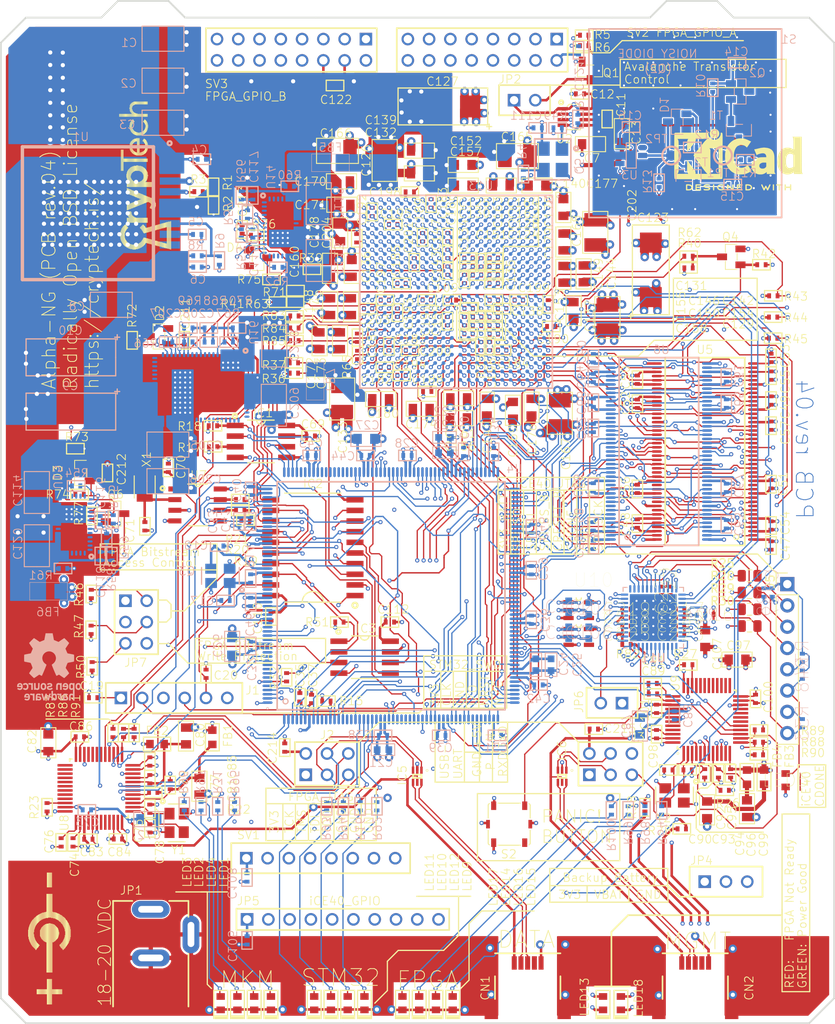
<source format=kicad_pcb>
(kicad_pcb (version 20171130) (host pcbnew "(5.1.6)-1")

  (general
    (thickness 1.6)
    (drawings 3618)
    (tracks 9265)
    (zones 0)
    (modules 404)
    (nets 619)
  )

  (page A4)
  (layers
    (0 F.Cu signal hide)
    (1 In1.Cu power hide)
    (2 In2.Cu mixed hide)
    (3 In3.Cu power hide)
    (4 In4.Cu power hide)
    (5 In5.Cu mixed hide)
    (6 In6.Cu power hide)
    (31 B.Cu signal hide)
    (32 B.Adhes user hide)
    (33 F.Adhes user hide)
    (34 B.Paste user hide)
    (35 F.Paste user hide)
    (36 B.SilkS user hide)
    (37 F.SilkS user hide)
    (38 B.Mask user hide)
    (39 F.Mask user hide)
    (40 Dwgs.User user hide)
    (41 Cmts.User user hide)
    (42 Eco1.User user hide)
    (43 Eco2.User user hide)
    (44 Edge.Cuts user)
    (45 Margin user hide)
    (46 B.CrtYd user hide)
    (47 F.CrtYd user hide)
    (48 B.Fab user)
    (49 F.Fab user hide)
  )

  (setup
    (last_trace_width 0.254)
    (user_trace_width 0.15)
    (user_trace_width 0.164)
    (user_trace_width 0.2)
    (user_trace_width 0.3)
    (user_trace_width 0.5)
    (trace_clearance 0.125)
    (zone_clearance 0.127)
    (zone_45_only no)
    (trace_min 0.15)
    (via_size 0.889)
    (via_drill 0.25)
    (via_min_size 0.25)
    (via_min_drill 0.25)
    (user_via 0.5 0.25)
    (uvia_size 0.508)
    (uvia_drill 0.127)
    (uvias_allowed no)
    (uvia_min_size 0.25)
    (uvia_min_drill 0.127)
    (edge_width 0.1)
    (segment_width 0.2)
    (pcb_text_width 0.3)
    (pcb_text_size 1.5 1.5)
    (mod_edge_width 0.15)
    (mod_text_size 1 1)
    (mod_text_width 0.15)
    (pad_size 1.5 1.5)
    (pad_drill 1)
    (pad_to_mask_clearance 0)
    (aux_axis_origin 0 0)
    (visible_elements 7EFFDF7F)
    (pcbplotparams
      (layerselection 0x30000_7fffff80)
      (usegerberextensions false)
      (usegerberattributes false)
      (usegerberadvancedattributes false)
      (creategerberjobfile false)
      (excludeedgelayer false)
      (linewidth 0.100000)
      (plotframeref false)
      (viasonmask false)
      (mode 1)
      (useauxorigin false)
      (hpglpennumber 1)
      (hpglpenspeed 20)
      (hpglpendiameter 15.000000)
      (psnegative false)
      (psa4output false)
      (plotreference false)
      (plotvalue false)
      (plotinvisibletext false)
      (padsonsilk true)
      (subtractmaskfromsilk false)
      (outputformat 4)
      (mirror false)
      (drillshape 0)
      (scaleselection 1)
      (outputdirectory "D:/DATA/YandexDisk/DEV/CrypTech/git/user/shatov/alpha_rev04/KiCAD/GerberOutput/"))
  )

  (net 0 "")
  (net 1 3V3_BATT)
  (net 2 15V_STABLE)
  (net 3 GND)
  (net 4 "Net-(C15-Pad2)")
  (net 5 ARM_FPGA_CFG_CS_N)
  (net 6 ARM_FPGA_CFG_MISO)
  (net 7 ARM_FPGA_CFG_MOSI)
  (net 8 ARM_FPGA_CFG_SCLK)
  (net 9 ARM_LED1)
  (net 10 ARM_LED2)
  (net 11 ARM_LED3)
  (net 12 ARM_LED4)
  (net 13 DIGITIZED_NOISE)
  (net 14 FMC_A0)
  (net 15 FMC_A1)
  (net 16 FMC_A2)
  (net 17 FMC_A3)
  (net 18 FMC_A4)
  (net 19 FMC_A5)
  (net 20 FMC_A6)
  (net 21 FMC_A7)
  (net 22 FMC_A8)
  (net 23 FMC_A9)
  (net 24 FMC_A10)
  (net 25 FMC_A11)
  (net 26 FMC_A12)
  (net 27 FMC_A13)
  (net 28 FMC_A14)
  (net 29 FMC_A15)
  (net 30 FMC_A16)
  (net 31 FMC_A17)
  (net 32 FMC_A18)
  (net 33 FMC_A19)
  (net 34 FMC_A20)
  (net 35 FMC_A21)
  (net 36 FMC_A22)
  (net 37 FMC_A23)
  (net 38 FMC_A24)
  (net 39 FMC_A25)
  (net 40 FMC_CLK)
  (net 41 FMC_D0)
  (net 42 FMC_D1)
  (net 43 FMC_D2)
  (net 44 FMC_D3)
  (net 45 FMC_D4)
  (net 46 FMC_D5)
  (net 47 FMC_D6)
  (net 48 FMC_D7)
  (net 49 FMC_D8)
  (net 50 FMC_D9)
  (net 51 FMC_D10)
  (net 52 FMC_D11)
  (net 53 FMC_D12)
  (net 54 FMC_D13)
  (net 55 FMC_D14)
  (net 56 FMC_D15)
  (net 57 FMC_D16)
  (net 58 FMC_D17)
  (net 59 FMC_D18)
  (net 60 FMC_D19)
  (net 61 FMC_D20)
  (net 62 FMC_D21)
  (net 63 FMC_D22)
  (net 64 FMC_D23)
  (net 65 FMC_D24)
  (net 66 FMC_D25)
  (net 67 FMC_D26)
  (net 68 FMC_D27)
  (net 69 FMC_D28)
  (net 70 FMC_D29)
  (net 71 FMC_D30)
  (net 72 FMC_D31)
  (net 73 FMC_NBL0)
  (net 74 FMC_NBL1)
  (net 75 FMC_NBL2)
  (net 76 FMC_NBL3)
  (net 77 FMC_NE1)
  (net 78 FMC_NL)
  (net 79 FMC_NOE)
  (net 80 FMC_NWAIT)
  (net 81 FMC_NWE)
  (net 82 FMC_SDCKE0)
  (net 83 FMC_SDCKE1)
  (net 84 FMC_SDCLK)
  (net 85 FMC_SDNCAS)
  (net 86 FMC_SDNE0)
  (net 87 FMC_SDNE1)
  (net 88 FMC_SDNRAS)
  (net 89 FMC_SDNWE)
  (net 90 FPGA_CFG_CS_N)
  (net 91 FPGA_CFG_CTRL_ARM_ENA)
  (net 92 FPGA_CFG_CTRL_FPGA_DIS)
  (net 93 FPGA_CFG_MISO)
  (net 94 FPGA_CFG_MOSI)
  (net 95 FPGA_CFG_SCLK)
  (net 96 FPGA_DONE)
  (net 97 FPGA_ENTROPY_DISABLE)
  (net 98 FPGA_GCLK)
  (net 99 FPGA_GPIO_A_0)
  (net 100 FPGA_GPIO_A_1)
  (net 101 FPGA_GPIO_A_2)
  (net 102 FPGA_GPIO_A_3)
  (net 103 FPGA_GPIO_A_4)
  (net 104 FPGA_GPIO_A_5)
  (net 105 FPGA_GPIO_A_6)
  (net 106 FPGA_GPIO_A_7)
  (net 107 FPGA_GPIO_B_0)
  (net 108 FPGA_GPIO_B_1)
  (net 109 FPGA_GPIO_B_2)
  (net 110 FPGA_GPIO_B_3)
  (net 111 FPGA_GPIO_B_4)
  (net 112 FPGA_GPIO_B_5)
  (net 113 FPGA_GPIO_B_6)
  (net 114 FPGA_GPIO_B_7)
  (net 115 FPGA_GPIO_LED_0)
  (net 116 FPGA_GPIO_LED_1)
  (net 117 FPGA_GPIO_LED_2)
  (net 118 FPGA_GPIO_LED_3)
  (net 119 FPGA_INIT_B)
  (net 120 FPGA_IRQ_N_0)
  (net 121 FPGA_IRQ_N_1)
  (net 122 FPGA_IRQ_N_2)
  (net 123 FPGA_IRQ_N_3)
  (net 124 FPGA_PROGRAM_B)
  (net 125 FPGA_VCCAUX_1V8)
  (net 126 FPGA_VCCINT_1V0)
  (net 127 FT_CTS)
  (net 128 FT_DTR)
  (net 129 FT_MGMT_CTS)
  (net 130 FT_MGMT_DTR)
  (net 131 FT_MGMT_RTS)
  (net 132 FT_MGMT_RXD)
  (net 133 FT_MGMT_TXD)
  (net 134 FT_MGMT_VCC3V3)
  (net 135 FT_MGMT_VPHY)
  (net 136 FT_MGMT_VPLL)
  (net 137 FT_MGMT_VREGIN)
  (net 138 FT_RTS)
  (net 139 FT_RXD)
  (net 140 FT_TXD)
  (net 141 FT_VCC3V3)
  (net 142 FT_VPHY)
  (net 143 FT_VPLL)
  (net 144 FT_VREGIN)
  (net 145 KSM_PROM_CS_N)
  (net 146 KSM_PROM_MISO)
  (net 147 KSM_PROM_MOSI)
  (net 148 KSM_PROM_SCLK)
  (net 149 "Net-(C5-Pad1)")
  (net 150 "Net-(C11-Pad1)")
  (net 151 "Net-(C12-Pad2)")
  (net 152 "Net-(C17-Pad2)")
  (net 153 "Net-(C70-Pad2)")
  (net 154 "Net-(C71-Pad2)")
  (net 155 "Net-(C75-Pad2)")
  (net 156 "Net-(C78-Pad2)")
  (net 157 "Net-(C90-Pad2)")
  (net 158 "Net-(C93-Pad2)")
  (net 159 "Net-(C115-Pad1)")
  (net 160 "Net-(C116-Pad1)")
  (net 161 "Net-(C117-Pad1)")
  (net 162 "Net-(C117-Pad2)")
  (net 163 "Net-(C118-Pad1)")
  (net 164 "Net-(C118-Pad2)")
  (net 165 "Net-(C207-Pad1)")
  (net 166 "Net-(C208-Pad1)")
  (net 167 "Net-(C208-Pad2)")
  (net 168 "Net-(IC1-Pad3)")
  (net 169 "Net-(JP2-Pad2)")
  (net 170 "Net-(LED1-Pad1)")
  (net 171 "Net-(LED2-Pad1)")
  (net 172 "Net-(LED3-Pad1)")
  (net 173 "Net-(LED4-Pad1)")
  (net 174 "Net-(LED9-Pad1)")
  (net 175 "Net-(LED10-Pad1)")
  (net 176 "Net-(LED11-Pad1)")
  (net 177 "Net-(LED12-Pad1)")
  (net 178 "Net-(LED13-Pad1)")
  (net 179 "Net-(LED14-Pad1)")
  (net 180 "Net-(LED15-Pad1)")
  (net 181 "Net-(LED16-Pad1)")
  (net 182 "Net-(LED17-Pad1)")
  (net 183 "Net-(LED18-Pad1)")
  (net 184 "Net-(LED18-Pad2)")
  (net 185 "Net-(Q1-Pad1)")
  (net 186 "Net-(Q5-Pad1)")
  (net 187 "Net-(Q5-Pad3)")
  (net 188 "Net-(R1-Pad1)")
  (net 189 "Net-(R3-Pad2)")
  (net 190 "Net-(R8-Pad1)")
  (net 191 "Net-(R32-Pad2)")
  (net 192 "Net-(R52-Pad1)")
  (net 193 "Net-(R53-Pad2)")
  (net 194 "Net-(R54-Pad1)")
  (net 195 "Net-(R55-Pad2)")
  (net 196 "Net-(R65-Pad1)")
  (net 197 "Net-(R66-Pad1)")
  (net 198 "Net-(R67-Pad1)")
  (net 199 POK_VCCAUX)
  (net 200 POK_VCCINT)
  (net 201 POK_VCCO)
  (net 202 PWR_18V)
  (net 203 PWR_ENA_VCCAUX)
  (net 204 PWR_ENA_VCCINT)
  (net 205 PWR_ENA_VCCO)
  (net 206 RTC_MFP)
  (net 207 RTC_SCL)
  (net 208 RTC_SDA)
  (net 209 VCC_5V0)
  (net 210 VCCO_3V3)
  (net 211 "/Entropy source/NOISE_IN")
  (net 212 "/Entropy source/RAW_NOISE")
  (net 213 "/STM32 configuration/OSC_OUT")
  (net 214 "/STM32 configuration/NRST")
  (net 215 "/STM32 power/VCAP1")
  (net 216 "/STM32 power/VCAP2")
  (net 217 "/User USB UART/FT_VCCORE")
  (net 218 "/User USB UART/FT_VCCA")
  (net 219 "/MGMT USB UART/FT_VCCORE1")
  (net 220 "/MGMT USB UART/FT_VCCA1")
  (net 221 "/User USB UART/D1_N")
  (net 222 "/User USB UART/D1_P")
  (net 223 "/MGMT USB UART/DM_N")
  (net 224 "/MGMT USB UART/DM_P")
  (net 225 "/Entropy source/AMPLIFIED")
  (net 226 "/Config memory/FPGA_PROM_CS_N")
  (net 227 "/Config memory/SPI_B_TRISTATE")
  (net 228 "/Config memory/FPGA_PROM_MISO")
  (net 229 "/Config memory/FPGA_PROM_SCLK")
  (net 230 "/Config memory/FPGA_PROM_MOSI")
  (net 231 "/Config memory/SPI_A_TRISTATE")
  (net 232 "/Config memory/FPGA_PROM_W_N")
  (net 233 "/User USB UART/USB_N")
  (net 234 "/User USB UART/USB_P")
  (net 235 "/MGMT USB UART/USB_MGMT_N")
  (net 236 "/MGMT USB UART/USB_MGMT_P")
  (net 237 "/STM32 configuration/SWDIO")
  (net 238 "/STM32 configuration/SWDCLK")
  (net 239 "/User USB UART/FT_RXD1")
  (net 240 "/User USB UART/FT_TXD1")
  (net 241 "/MGMT USB UART/FT_MGMT_RXD1")
  (net 242 "/MGMT USB UART/FT_MGMT_TXD1")
  (net 243 /Power/15V_LDO_ENABLE)
  (net 244 "/Config interface/FPGA_DONE_INT")
  (net 245 "/Entropy source/NOISE_OUT")
  (net 246 "/Config interface/FPGA_INIT_B_INT")
  (net 247 "/STM32 configuration/OSC_IN")
  (net 248 "/STM32 configuration/BOOT0")
  (net 249 "/User USB UART/FT_REF")
  (net 250 "/User USB UART/FT_RESET")
  (net 251 "/MGMT USB UART/FT_REF1")
  (net 252 "/MGMT USB UART/FT_RESET1")
  (net 253 "/Config interface/FPGA_M2")
  (net 254 "/Config interface/FPGA_M1")
  (net 255 "/Config interface/FPGA_M0")
  (net 256 "/Config interface/FPGA_JTAG_TDI")
  (net 257 "/Config interface/FPGA_JTAG_TMS")
  (net 258 "/Config interface/FPGA_JTAG_TCK")
  (net 259 "/Config interface/FPGA_INIT_B_INT1")
  (net 260 "/Config interface/FPGA_PROGRAM_B1")
  (net 261 "/Config interface/FPGA_CFG_SCLK1")
  (net 262 "/MKM interface/FPGA_CFG_MOSI1")
  (net 263 "/MKM interface/FPGA_CFG_MISO1")
  (net 264 "/MKM interface/FPGA_CFG_CS_N1")
  (net 265 "/Config interface/FPGA_JTAG_TDO")
  (net 266 "Net-(CN1-PadID)")
  (net 267 "Net-(CN2-PadID)")
  (net 268 "Net-(J1-Pad6)")
  (net 269 "Net-(Q2-Pad3)")
  (net 270 "Net-(U1-Pad9)")
  (net 271 "Net-(U3-Pad1)")
  (net 272 "Net-(U4-Pad199)")
  (net 273 "Net-(U4-Pad198)")
  (net 274 "Net-(U4-Pad193)")
  (net 275 "Net-(U4-Pad192)")
  (net 276 "Net-(U4-Pad186)")
  (net 277 "Net-(U4-Pad181)")
  (net 278 "Net-(U4-Pad180)")
  (net 279 "Net-(U4-Pad179)")
  (net 280 "Net-(U4-Pad178)")
  (net 281 "Net-(U4-Pad176)")
  (net 282 "Net-(U4-Pad166)")
  (net 283 "Net-(U4-Pad160)")
  (net 284 "Net-(U4-Pad139)")
  (net 285 "Net-(U4-Pad138)")
  (net 286 "Net-(U4-Pad134)")
  (net 287 "Net-(U4-Pad133)")
  (net 288 "Net-(U4-Pad128)")
  (net 289 "Net-(U4-Pad127)")
  (net 290 "Net-(U4-Pad126)")
  (net 291 "Net-(U4-Pad121)")
  (net 292 "Net-(U4-Pad118)")
  (net 293 "Net-(U4-Pad95)")
  (net 294 "Net-(U4-Pad69)")
  (net 295 "Net-(U4-Pad68)")
  (net 296 "Net-(U4-Pad67)")
  (net 297 "Net-(U4-Pad66)")
  (net 298 "Net-(U4-Pad65)")
  (net 299 "Net-(U4-Pad64)")
  (net 300 "Net-(U4-Pad63)")
  (net 301 "Net-(U4-Pad62)")
  (net 302 "Net-(U4-Pad58)")
  (net 303 "Net-(U4-Pad57)")
  (net 304 "Net-(U4-Pad46)")
  (net 305 "Net-(U4-Pad36)")
  (net 306 "Net-(U4-Pad31)")
  (net 307 "Net-(U4-Pad30)")
  (net 308 "Net-(U4-Pad29)")
  (net 309 "Net-(U4-Pad28)")
  (net 310 "Net-(U4-Pad20)")
  (net 311 "Net-(U4-Pad19)")
  (net 312 "Net-(U4-Pad13)")
  (net 313 "Net-(U4-Pad10)")
  (net 314 "Net-(U4-Pad9)")
  (net 315 "Net-(U4-Pad7)")
  (net 316 "Net-(U8-Pad18)")
  (net 317 "Net-(U8-Pad19)")
  (net 318 "Net-(U8-Pad20)")
  (net 319 "Net-(U8-Pad21)")
  (net 320 "Net-(U8-Pad25)")
  (net 321 "Net-(U8-Pad26)")
  (net 322 "Net-(U8-Pad27)")
  (net 323 "Net-(U8-Pad28)")
  (net 324 "Net-(U8-Pad29)")
  (net 325 "Net-(U8-Pad30)")
  (net 326 "Net-(U8-Pad31)")
  (net 327 "Net-(U8-Pad32)")
  (net 328 "Net-(U8-Pad33)")
  (net 329 "Net-(U8-Pad43)")
  (net 330 "Net-(U8-Pad44)")
  (net 331 "Net-(U8-Pad45)")
  (net 332 "Net-(U9-Pad18)")
  (net 333 "Net-(U9-Pad19)")
  (net 334 "Net-(U9-Pad20)")
  (net 335 "Net-(U9-Pad21)")
  (net 336 "Net-(U9-Pad25)")
  (net 337 "Net-(U9-Pad26)")
  (net 338 "Net-(U9-Pad27)")
  (net 339 "Net-(U9-Pad28)")
  (net 340 "Net-(U9-Pad29)")
  (net 341 "Net-(U9-Pad30)")
  (net 342 "Net-(U9-Pad31)")
  (net 343 "Net-(U9-Pad32)")
  (net 344 "Net-(U9-Pad33)")
  (net 345 "Net-(U9-Pad43)")
  (net 346 "Net-(U9-Pad44)")
  (net 347 "Net-(U9-Pad45)")
  (net 348 "Net-(U11-Pad28)")
  (net 349 "Net-(U11-Pad13)")
  (net 350 "Net-(U11-Pad6)")
  (net 351 "Net-(U13-PadAA18)")
  (net 352 "Net-(U13-PadAA10)")
  (net 353 "Net-(U13-PadY19)")
  (net 354 "Net-(U13-PadY9)")
  (net 355 "Net-(U13-PadY8)")
  (net 356 "Net-(U13-PadY2)")
  (net 357 "Net-(U13-PadW21)")
  (net 358 "Net-(U13-PadW15)")
  (net 359 "Net-(U13-PadW9)")
  (net 360 "Net-(U13-PadW7)")
  (net 361 "Net-(U13-PadW6)")
  (net 362 "Net-(U13-PadW5)")
  (net 363 "Net-(U13-PadW4)")
  (net 364 "Net-(U13-PadV22)")
  (net 365 "Net-(U13-PadV19)")
  (net 366 "Net-(U13-PadV17)")
  (net 367 "Net-(U13-PadV15)")
  (net 368 "Net-(U13-PadV14)")
  (net 369 "Net-(U13-PadV13)")
  (net 370 "Net-(U13-PadV10)")
  (net 371 "Net-(U13-PadV9)")
  (net 372 "Net-(U13-PadV8)")
  (net 373 "Net-(U13-PadV7)")
  (net 374 "Net-(U13-PadU21)")
  (net 375 "Net-(U13-PadU18)")
  (net 376 "Net-(U13-PadU17)")
  (net 377 "Net-(U13-PadU16)")
  (net 378 "Net-(U13-PadU15)")
  (net 379 "Net-(U13-PadU7)")
  (net 380 "Net-(U13-PadU6)")
  (net 381 "Net-(U13-PadU5)")
  (net 382 "Net-(U13-PadT21)")
  (net 383 "Net-(U13-PadT20)")
  (net 384 "Net-(U13-PadT18)")
  (net 385 "Net-(U13-PadT16)")
  (net 386 "Net-(U13-PadT15)")
  (net 387 "Net-(U13-PadT14)")
  (net 388 "Net-(U13-PadT6)")
  (net 389 "Net-(U13-PadT5)")
  (net 390 "Net-(U13-PadT4)")
  (net 391 "Net-(U13-PadT3)")
  (net 392 "Net-(U13-PadR19)")
  (net 393 "Net-(U13-PadR18)")
  (net 394 "Net-(U13-PadR17)")
  (net 395 "Net-(U13-PadR16)")
  (net 396 "Net-(U13-PadR14)")
  (net 397 "Net-(U13-PadR6)")
  (net 398 "Net-(U13-PadR3)")
  (net 399 "Net-(U13-PadR2)")
  (net 400 "Net-(U13-PadR1)")
  (net 401 "Net-(U13-PadP20)")
  (net 402 "Net-(U13-PadP19)")
  (net 403 "Net-(U13-PadP17)")
  (net 404 "Net-(U13-PadP16)")
  (net 405 "Net-(U13-PadP15)")
  (net 406 "Net-(U13-PadP14)")
  (net 407 "Net-(U13-PadP6)")
  (net 408 "Net-(U13-PadP5)")
  (net 409 "Net-(U13-PadP4)")
  (net 410 "Net-(U13-PadP2)")
  (net 411 "Net-(U13-PadP1)")
  (net 412 "Net-(U13-PadN22)")
  (net 413 "Net-(U13-PadN20)")
  (net 414 "Net-(U13-PadN19)")
  (net 415 "Net-(U13-PadN18)")
  (net 416 "Net-(U13-PadN17)")
  (net 417 "Net-(U13-PadN14)")
  (net 418 "Net-(U13-PadN13)")
  (net 419 "Net-(U13-PadN5)")
  (net 420 "Net-(U13-PadN4)")
  (net 421 "Net-(U13-PadN3)")
  (net 422 "Net-(U13-PadN2)")
  (net 423 "Net-(U13-PadM22)")
  (net 424 "Net-(U13-PadM21)")
  (net 425 "Net-(U13-PadM20)")
  (net 426 "Net-(U13-PadM18)")
  (net 427 "Net-(U13-PadM17)")
  (net 428 "Net-(U13-PadM16)")
  (net 429 "Net-(U13-PadM15)")
  (net 430 "Net-(U13-PadM13)")
  (net 431 "Net-(U13-PadM9)")
  (net 432 "Net-(U13-PadM6)")
  (net 433 "Net-(U13-PadM5)")
  (net 434 "Net-(U13-PadM3)")
  (net 435 "Net-(U13-PadM2)")
  (net 436 "Net-(U13-PadM1)")
  (net 437 "Net-(U13-PadL21)")
  (net 438 "Net-(U13-PadL20)")
  (net 439 "Net-(U13-PadL19)")
  (net 440 "Net-(U13-PadL18)")
  (net 441 "Net-(U13-PadL16)")
  (net 442 "Net-(U13-PadL15)")
  (net 443 "Net-(U13-PadL14)")
  (net 444 "Net-(U13-PadL13)")
  (net 445 "Net-(U13-PadL10)")
  (net 446 "Net-(U13-PadL6)")
  (net 447 "Net-(U13-PadL5)")
  (net 448 "Net-(U13-PadL4)")
  (net 449 "Net-(U13-PadL3)")
  (net 450 "Net-(U13-PadL1)")
  (net 451 "Net-(U13-PadK22)")
  (net 452 "Net-(U13-PadK21)")
  (net 453 "Net-(U13-PadK19)")
  (net 454 "Net-(U13-PadK18)")
  (net 455 "Net-(U13-PadK17)")
  (net 456 "Net-(U13-PadK16)")
  (net 457 "Net-(U13-PadK14)")
  (net 458 "Net-(U13-PadK13)")
  (net 459 "Net-(U13-PadK6)")
  (net 460 "Net-(U13-PadK4)")
  (net 461 "Net-(U13-PadK3)")
  (net 462 "Net-(U13-PadK2)")
  (net 463 "Net-(U13-PadK1)")
  (net 464 "Net-(U13-PadJ22)")
  (net 465 "Net-(U13-PadJ21)")
  (net 466 "Net-(U13-PadJ20)")
  (net 467 "Net-(U13-PadJ19)")
  (net 468 "Net-(U13-PadJ17)")
  (net 469 "Net-(U13-PadJ16)")
  (net 470 "Net-(U13-PadJ15)")
  (net 471 "Net-(U13-PadJ14)")
  (net 472 "Net-(U13-PadJ6)")
  (net 473 "Net-(U13-PadJ5)")
  (net 474 "Net-(U13-PadJ4)")
  (net 475 "Net-(U13-PadJ2)")
  (net 476 "Net-(U13-PadJ1)")
  (net 477 "Net-(U13-PadH22)")
  (net 478 "Net-(U13-PadH20)")
  (net 479 "Net-(U13-PadH19)")
  (net 480 "Net-(U13-PadH18)")
  (net 481 "Net-(U13-PadH17)")
  (net 482 "Net-(U13-PadH15)")
  (net 483 "Net-(U13-PadH14)")
  (net 484 "Net-(U13-PadH13)")
  (net 485 "Net-(U13-PadH5)")
  (net 486 "Net-(U13-PadH4)")
  (net 487 "Net-(U13-PadH3)")
  (net 488 "Net-(U13-PadH2)")
  (net 489 "Net-(U13-PadG22)")
  (net 490 "Net-(U13-PadG21)")
  (net 491 "Net-(U13-PadG20)")
  (net 492 "Net-(U13-PadG18)")
  (net 493 "Net-(U13-PadG17)")
  (net 494 "Net-(U13-PadG16)")
  (net 495 "Net-(U13-PadG15)")
  (net 496 "Net-(U13-PadG13)")
  (net 497 "Net-(U13-PadG4)")
  (net 498 "Net-(U13-PadG3)")
  (net 499 "Net-(U13-PadG2)")
  (net 500 "Net-(U13-PadG1)")
  (net 501 "Net-(U13-PadF21)")
  (net 502 "Net-(U13-PadF20)")
  (net 503 "Net-(U13-PadF19)")
  (net 504 "Net-(U13-PadF15)")
  (net 505 "Net-(U13-PadF13)")
  (net 506 "Net-(U13-PadF10)")
  (net 507 "Net-(U13-PadF9)")
  (net 508 "Net-(U13-PadF8)")
  (net 509 "Net-(U13-PadF7)")
  (net 510 "Net-(U13-PadF6)")
  (net 511 "Net-(U13-PadF4)")
  (net 512 "Net-(U13-PadF3)")
  (net 513 "Net-(U13-PadF1)")
  (net 514 "Net-(U13-PadE22)")
  (net 515 "Net-(U13-PadE21)")
  (net 516 "Net-(U13-PadE16)")
  (net 517 "Net-(U13-PadE10)")
  (net 518 "Net-(U13-PadE8)")
  (net 519 "Net-(U13-PadE6)")
  (net 520 "Net-(U13-PadE3)")
  (net 521 "Net-(U13-PadE2)")
  (net 522 "Net-(U13-PadE1)")
  (net 523 "Net-(U13-PadD22)")
  (net 524 "Net-(U13-PadD21)")
  (net 525 "Net-(U13-PadD20)")
  (net 526 "Net-(U13-PadD19)")
  (net 527 "Net-(U13-PadD16)")
  (net 528 "Net-(U13-PadD15)")
  (net 529 "Net-(U13-PadD11)")
  (net 530 "Net-(U13-PadD10)")
  (net 531 "Net-(U13-PadD9)")
  (net 532 "Net-(U13-PadD7)")
  (net 533 "Net-(U13-PadD6)")
  (net 534 "Net-(U13-PadD5)")
  (net 535 "Net-(U13-PadD2)")
  (net 536 "Net-(U13-PadD1)")
  (net 537 "Net-(U13-PadC19)")
  (net 538 "Net-(U13-PadC11)")
  (net 539 "Net-(U13-PadC9)")
  (net 540 "Net-(U13-PadC8)")
  (net 541 "Net-(U13-PadC7)")
  (net 542 "Net-(U13-PadC5)")
  (net 543 "Net-(U13-PadC4)")
  (net 544 "Net-(U13-PadC2)")
  (net 545 "Net-(U13-PadB22)")
  (net 546 "Net-(U13-PadB21)")
  (net 547 "Net-(U13-PadB11)")
  (net 548 "Net-(U13-PadB10)")
  (net 549 "Net-(U13-PadB9)")
  (net 550 "Net-(U13-PadB8)")
  (net 551 "Net-(U13-PadB7)")
  (net 552 "Net-(U13-PadB6)")
  (net 553 "Net-(U13-PadB5)")
  (net 554 "Net-(U13-PadB4)")
  (net 555 "Net-(U13-PadB2)")
  (net 556 "Net-(U13-PadB1)")
  (net 557 "Net-(U13-PadA10)")
  (net 558 "Net-(U13-PadA8)")
  (net 559 "Net-(U13-PadA6)")
  (net 560 "Net-(U13-PadA4)")
  (net 561 "Net-(U13-PadA1)")
  (net 562 "Net-(U16-Pad48)")
  (net 563 "Net-(U16-Pad49)")
  (net 564 "Net-(U16-Pad50)")
  (net 565 "Net-(U16-Pad57)")
  (net 566 "Net-(U16-Pad58)")
  (net 567 "Net-(U16-Pad60)")
  (net 568 "Net-(U16-Pad61)")
  (net 569 "Net-(U16-Pad62)")
  (net 570 "Net-(U11-Pad4)")
  (net 571 "/Master Key Memory/MKM_VCC")
  (net 572 "/Master Key Memory/MKM_VPP")
  (net 573 "/Master Key Memory/MKM_VCC_PLL")
  (net 574 "Net-(U10-Pad4)")
  (net 575 "Net-(U12-Pad4)")
  (net 576 ARM_SPI3_MOSI)
  (net 577 ARM_SPI3_MISO)
  (net 578 ARM_SPI3_SCK)
  (net 579 ARM_SPI3_CS_N)
  (net 580 "/Master Key Memory/ICE40_SPI_SI")
  (net 581 "/Master Key Memory/ICE40_SPI_SS")
  (net 582 "/Master Key Memory/ICE40_SPI_SCK")
  (net 583 "/Master Key Memory/ICE40_SPI_SO")
  (net 584 ICE40_CDONE)
  (net 585 ICE40_CRESET)
  (net 586 ICE40_GPIO_ARM_0)
  (net 587 ICE40_GPIO_ARM_1)
  (net 588 ICE40_GPIO_ARM_2)
  (net 589 ICE40_GPIO_ARM_3)
  (net 590 ICE40_GPIO_FPGA_0)
  (net 591 ICE40_GPIO_FPGA_1)
  (net 592 ICE40_GPIO_FPGA_3)
  (net 593 ICE40_GPIO_FPGA_2)
  (net 594 ICE40_JUMPER)
  (net 595 ICE40_GPIO_1)
  (net 596 ICE40_GPIO_7)
  (net 597 ICE40_GPIO_6)
  (net 598 ICE40_GPIO_5)
  (net 599 ICE40_GPIO_4)
  (net 600 ICE40_GPIO_3)
  (net 601 ICE40_GPIO_2)
  (net 602 ICE40_GPIO_0)
  (net 603 ICE40_LED3)
  (net 604 ICE40_PANIC)
  (net 605 ICE40_LED2)
  (net 606 ICE40_LED1)
  (net 607 ICE40_LED4)
  (net 608 ICE40_FPGA_MISO)
  (net 609 ICE40_FPGA_CS_N)
  (net 610 ICE40_FPGA_MOSI)
  (net 611 ICE40_FPGA_SCK)
  (net 612 "Net-(U13-PadB20)")
  (net 613 ICE40_GPIO_FPGA_7)
  (net 614 ICE40_GPIO_FPGA_5)
  (net 615 ICE40_GPIO_FPGA_6)
  (net 616 ICE40_GPIO_FPGA_4)
  (net 617 "Net-(U11-Pad2)")
  (net 618 "Net-(S2-PadA1)")

  (net_class Default "This is the default net class."
    (clearance 0.125)
    (trace_width 0.254)
    (via_dia 0.889)
    (via_drill 0.25)
    (uvia_dia 0.508)
    (uvia_drill 0.127)
    (add_net "/Config interface/FPGA_CFG_SCLK1")
    (add_net "/Config interface/FPGA_DONE_INT")
    (add_net "/Config interface/FPGA_INIT_B_INT")
    (add_net "/Config interface/FPGA_INIT_B_INT1")
    (add_net "/Config interface/FPGA_JTAG_TCK")
    (add_net "/Config interface/FPGA_JTAG_TDI")
    (add_net "/Config interface/FPGA_JTAG_TDO")
    (add_net "/Config interface/FPGA_JTAG_TMS")
    (add_net "/Config interface/FPGA_M0")
    (add_net "/Config interface/FPGA_M1")
    (add_net "/Config interface/FPGA_M2")
    (add_net "/Config interface/FPGA_PROGRAM_B1")
    (add_net "/Config memory/FPGA_PROM_CS_N")
    (add_net "/Config memory/FPGA_PROM_MISO")
    (add_net "/Config memory/FPGA_PROM_MOSI")
    (add_net "/Config memory/FPGA_PROM_SCLK")
    (add_net "/Config memory/FPGA_PROM_W_N")
    (add_net "/Config memory/SPI_A_TRISTATE")
    (add_net "/Config memory/SPI_B_TRISTATE")
    (add_net "/Entropy source/AMPLIFIED")
    (add_net "/Entropy source/NOISE_IN")
    (add_net "/Entropy source/NOISE_OUT")
    (add_net "/Entropy source/RAW_NOISE")
    (add_net "/MGMT USB UART/DM_N")
    (add_net "/MGMT USB UART/DM_P")
    (add_net "/MGMT USB UART/FT_MGMT_RXD1")
    (add_net "/MGMT USB UART/FT_MGMT_TXD1")
    (add_net "/MGMT USB UART/FT_REF1")
    (add_net "/MGMT USB UART/FT_RESET1")
    (add_net "/MGMT USB UART/FT_VCCA1")
    (add_net "/MGMT USB UART/FT_VCCORE1")
    (add_net "/MGMT USB UART/USB_MGMT_N")
    (add_net "/MGMT USB UART/USB_MGMT_P")
    (add_net "/MKM interface/FPGA_CFG_CS_N1")
    (add_net "/MKM interface/FPGA_CFG_MISO1")
    (add_net "/MKM interface/FPGA_CFG_MOSI1")
    (add_net "/Master Key Memory/ICE40_SPI_SCK")
    (add_net "/Master Key Memory/ICE40_SPI_SI")
    (add_net "/Master Key Memory/ICE40_SPI_SO")
    (add_net "/Master Key Memory/ICE40_SPI_SS")
    (add_net "/Master Key Memory/MKM_VCC")
    (add_net "/Master Key Memory/MKM_VCC_PLL")
    (add_net "/Master Key Memory/MKM_VPP")
    (add_net /Power/15V_LDO_ENABLE)
    (add_net "/STM32 configuration/BOOT0")
    (add_net "/STM32 configuration/NRST")
    (add_net "/STM32 configuration/OSC_IN")
    (add_net "/STM32 configuration/OSC_OUT")
    (add_net "/STM32 configuration/SWDCLK")
    (add_net "/STM32 configuration/SWDIO")
    (add_net "/STM32 power/VCAP1")
    (add_net "/STM32 power/VCAP2")
    (add_net "/User USB UART/D1_N")
    (add_net "/User USB UART/D1_P")
    (add_net "/User USB UART/FT_REF")
    (add_net "/User USB UART/FT_RESET")
    (add_net "/User USB UART/FT_RXD1")
    (add_net "/User USB UART/FT_TXD1")
    (add_net "/User USB UART/FT_VCCA")
    (add_net "/User USB UART/FT_VCCORE")
    (add_net "/User USB UART/USB_N")
    (add_net "/User USB UART/USB_P")
    (add_net 15V_STABLE)
    (add_net 3V3_BATT)
    (add_net ARM_FPGA_CFG_CS_N)
    (add_net ARM_FPGA_CFG_MISO)
    (add_net ARM_FPGA_CFG_MOSI)
    (add_net ARM_FPGA_CFG_SCLK)
    (add_net ARM_LED1)
    (add_net ARM_LED2)
    (add_net ARM_LED3)
    (add_net ARM_LED4)
    (add_net ARM_SPI3_CS_N)
    (add_net ARM_SPI3_MISO)
    (add_net ARM_SPI3_MOSI)
    (add_net ARM_SPI3_SCK)
    (add_net DIGITIZED_NOISE)
    (add_net FPGA_CFG_CS_N)
    (add_net FPGA_CFG_CTRL_ARM_ENA)
    (add_net FPGA_CFG_CTRL_FPGA_DIS)
    (add_net FPGA_CFG_MISO)
    (add_net FPGA_CFG_MOSI)
    (add_net FPGA_CFG_SCLK)
    (add_net FPGA_DONE)
    (add_net FPGA_ENTROPY_DISABLE)
    (add_net FPGA_GCLK)
    (add_net FPGA_GPIO_LED_0)
    (add_net FPGA_GPIO_LED_1)
    (add_net FPGA_GPIO_LED_2)
    (add_net FPGA_GPIO_LED_3)
    (add_net FPGA_INIT_B)
    (add_net FPGA_IRQ_N_0)
    (add_net FPGA_IRQ_N_1)
    (add_net FPGA_IRQ_N_2)
    (add_net FPGA_IRQ_N_3)
    (add_net FPGA_PROGRAM_B)
    (add_net FPGA_VCCAUX_1V8)
    (add_net FPGA_VCCINT_1V0)
    (add_net FT_CTS)
    (add_net FT_DTR)
    (add_net FT_MGMT_CTS)
    (add_net FT_MGMT_DTR)
    (add_net FT_MGMT_RTS)
    (add_net FT_MGMT_RXD)
    (add_net FT_MGMT_TXD)
    (add_net FT_MGMT_VCC3V3)
    (add_net FT_MGMT_VPHY)
    (add_net FT_MGMT_VPLL)
    (add_net FT_MGMT_VREGIN)
    (add_net FT_RTS)
    (add_net FT_RXD)
    (add_net FT_TXD)
    (add_net FT_VCC3V3)
    (add_net FT_VPHY)
    (add_net FT_VPLL)
    (add_net FT_VREGIN)
    (add_net GND)
    (add_net ICE40_CDONE)
    (add_net ICE40_CRESET)
    (add_net ICE40_FPGA_CS_N)
    (add_net ICE40_FPGA_MISO)
    (add_net ICE40_FPGA_MOSI)
    (add_net ICE40_FPGA_SCK)
    (add_net ICE40_GPIO_0)
    (add_net ICE40_GPIO_1)
    (add_net ICE40_GPIO_2)
    (add_net ICE40_GPIO_3)
    (add_net ICE40_GPIO_4)
    (add_net ICE40_GPIO_5)
    (add_net ICE40_GPIO_6)
    (add_net ICE40_GPIO_7)
    (add_net ICE40_GPIO_ARM_0)
    (add_net ICE40_GPIO_ARM_1)
    (add_net ICE40_GPIO_ARM_2)
    (add_net ICE40_GPIO_ARM_3)
    (add_net ICE40_GPIO_FPGA_0)
    (add_net ICE40_GPIO_FPGA_1)
    (add_net ICE40_GPIO_FPGA_2)
    (add_net ICE40_GPIO_FPGA_3)
    (add_net ICE40_GPIO_FPGA_4)
    (add_net ICE40_GPIO_FPGA_5)
    (add_net ICE40_GPIO_FPGA_6)
    (add_net ICE40_GPIO_FPGA_7)
    (add_net ICE40_JUMPER)
    (add_net ICE40_LED1)
    (add_net ICE40_LED2)
    (add_net ICE40_LED3)
    (add_net ICE40_LED4)
    (add_net ICE40_PANIC)
    (add_net KSM_PROM_CS_N)
    (add_net KSM_PROM_MISO)
    (add_net KSM_PROM_MOSI)
    (add_net KSM_PROM_SCLK)
    (add_net "Net-(C11-Pad1)")
    (add_net "Net-(C115-Pad1)")
    (add_net "Net-(C116-Pad1)")
    (add_net "Net-(C117-Pad1)")
    (add_net "Net-(C117-Pad2)")
    (add_net "Net-(C118-Pad1)")
    (add_net "Net-(C118-Pad2)")
    (add_net "Net-(C12-Pad2)")
    (add_net "Net-(C15-Pad2)")
    (add_net "Net-(C17-Pad2)")
    (add_net "Net-(C207-Pad1)")
    (add_net "Net-(C208-Pad1)")
    (add_net "Net-(C208-Pad2)")
    (add_net "Net-(C5-Pad1)")
    (add_net "Net-(C70-Pad2)")
    (add_net "Net-(C71-Pad2)")
    (add_net "Net-(C75-Pad2)")
    (add_net "Net-(C78-Pad2)")
    (add_net "Net-(C90-Pad2)")
    (add_net "Net-(C93-Pad2)")
    (add_net "Net-(CN1-PadID)")
    (add_net "Net-(CN2-PadID)")
    (add_net "Net-(IC1-Pad3)")
    (add_net "Net-(J1-Pad6)")
    (add_net "Net-(JP2-Pad2)")
    (add_net "Net-(LED1-Pad1)")
    (add_net "Net-(LED10-Pad1)")
    (add_net "Net-(LED11-Pad1)")
    (add_net "Net-(LED12-Pad1)")
    (add_net "Net-(LED13-Pad1)")
    (add_net "Net-(LED14-Pad1)")
    (add_net "Net-(LED15-Pad1)")
    (add_net "Net-(LED16-Pad1)")
    (add_net "Net-(LED17-Pad1)")
    (add_net "Net-(LED18-Pad1)")
    (add_net "Net-(LED18-Pad2)")
    (add_net "Net-(LED2-Pad1)")
    (add_net "Net-(LED3-Pad1)")
    (add_net "Net-(LED4-Pad1)")
    (add_net "Net-(LED9-Pad1)")
    (add_net "Net-(Q1-Pad1)")
    (add_net "Net-(Q2-Pad3)")
    (add_net "Net-(Q5-Pad1)")
    (add_net "Net-(Q5-Pad3)")
    (add_net "Net-(R1-Pad1)")
    (add_net "Net-(R3-Pad2)")
    (add_net "Net-(R32-Pad2)")
    (add_net "Net-(R52-Pad1)")
    (add_net "Net-(R53-Pad2)")
    (add_net "Net-(R54-Pad1)")
    (add_net "Net-(R55-Pad2)")
    (add_net "Net-(R65-Pad1)")
    (add_net "Net-(R66-Pad1)")
    (add_net "Net-(R67-Pad1)")
    (add_net "Net-(R8-Pad1)")
    (add_net "Net-(S2-PadA1)")
    (add_net "Net-(U1-Pad9)")
    (add_net "Net-(U10-Pad4)")
    (add_net "Net-(U11-Pad13)")
    (add_net "Net-(U11-Pad2)")
    (add_net "Net-(U11-Pad28)")
    (add_net "Net-(U11-Pad4)")
    (add_net "Net-(U11-Pad6)")
    (add_net "Net-(U12-Pad4)")
    (add_net "Net-(U13-PadA1)")
    (add_net "Net-(U13-PadA10)")
    (add_net "Net-(U13-PadA4)")
    (add_net "Net-(U13-PadA6)")
    (add_net "Net-(U13-PadA8)")
    (add_net "Net-(U13-PadAA10)")
    (add_net "Net-(U13-PadAA18)")
    (add_net "Net-(U13-PadB1)")
    (add_net "Net-(U13-PadB10)")
    (add_net "Net-(U13-PadB11)")
    (add_net "Net-(U13-PadB2)")
    (add_net "Net-(U13-PadB20)")
    (add_net "Net-(U13-PadB21)")
    (add_net "Net-(U13-PadB22)")
    (add_net "Net-(U13-PadB4)")
    (add_net "Net-(U13-PadB5)")
    (add_net "Net-(U13-PadB6)")
    (add_net "Net-(U13-PadB7)")
    (add_net "Net-(U13-PadB8)")
    (add_net "Net-(U13-PadB9)")
    (add_net "Net-(U13-PadC11)")
    (add_net "Net-(U13-PadC19)")
    (add_net "Net-(U13-PadC2)")
    (add_net "Net-(U13-PadC4)")
    (add_net "Net-(U13-PadC5)")
    (add_net "Net-(U13-PadC7)")
    (add_net "Net-(U13-PadC8)")
    (add_net "Net-(U13-PadC9)")
    (add_net "Net-(U13-PadD1)")
    (add_net "Net-(U13-PadD10)")
    (add_net "Net-(U13-PadD11)")
    (add_net "Net-(U13-PadD15)")
    (add_net "Net-(U13-PadD16)")
    (add_net "Net-(U13-PadD19)")
    (add_net "Net-(U13-PadD2)")
    (add_net "Net-(U13-PadD20)")
    (add_net "Net-(U13-PadD21)")
    (add_net "Net-(U13-PadD22)")
    (add_net "Net-(U13-PadD5)")
    (add_net "Net-(U13-PadD6)")
    (add_net "Net-(U13-PadD7)")
    (add_net "Net-(U13-PadD9)")
    (add_net "Net-(U13-PadE1)")
    (add_net "Net-(U13-PadE10)")
    (add_net "Net-(U13-PadE16)")
    (add_net "Net-(U13-PadE2)")
    (add_net "Net-(U13-PadE21)")
    (add_net "Net-(U13-PadE22)")
    (add_net "Net-(U13-PadE3)")
    (add_net "Net-(U13-PadE6)")
    (add_net "Net-(U13-PadE8)")
    (add_net "Net-(U13-PadF1)")
    (add_net "Net-(U13-PadF10)")
    (add_net "Net-(U13-PadF13)")
    (add_net "Net-(U13-PadF15)")
    (add_net "Net-(U13-PadF19)")
    (add_net "Net-(U13-PadF20)")
    (add_net "Net-(U13-PadF21)")
    (add_net "Net-(U13-PadF3)")
    (add_net "Net-(U13-PadF4)")
    (add_net "Net-(U13-PadF6)")
    (add_net "Net-(U13-PadF7)")
    (add_net "Net-(U13-PadF8)")
    (add_net "Net-(U13-PadF9)")
    (add_net "Net-(U13-PadG1)")
    (add_net "Net-(U13-PadG13)")
    (add_net "Net-(U13-PadG15)")
    (add_net "Net-(U13-PadG16)")
    (add_net "Net-(U13-PadG17)")
    (add_net "Net-(U13-PadG18)")
    (add_net "Net-(U13-PadG2)")
    (add_net "Net-(U13-PadG20)")
    (add_net "Net-(U13-PadG21)")
    (add_net "Net-(U13-PadG22)")
    (add_net "Net-(U13-PadG3)")
    (add_net "Net-(U13-PadG4)")
    (add_net "Net-(U13-PadH13)")
    (add_net "Net-(U13-PadH14)")
    (add_net "Net-(U13-PadH15)")
    (add_net "Net-(U13-PadH17)")
    (add_net "Net-(U13-PadH18)")
    (add_net "Net-(U13-PadH19)")
    (add_net "Net-(U13-PadH2)")
    (add_net "Net-(U13-PadH20)")
    (add_net "Net-(U13-PadH22)")
    (add_net "Net-(U13-PadH3)")
    (add_net "Net-(U13-PadH4)")
    (add_net "Net-(U13-PadH5)")
    (add_net "Net-(U13-PadJ1)")
    (add_net "Net-(U13-PadJ14)")
    (add_net "Net-(U13-PadJ15)")
    (add_net "Net-(U13-PadJ16)")
    (add_net "Net-(U13-PadJ17)")
    (add_net "Net-(U13-PadJ19)")
    (add_net "Net-(U13-PadJ2)")
    (add_net "Net-(U13-PadJ20)")
    (add_net "Net-(U13-PadJ21)")
    (add_net "Net-(U13-PadJ22)")
    (add_net "Net-(U13-PadJ4)")
    (add_net "Net-(U13-PadJ5)")
    (add_net "Net-(U13-PadJ6)")
    (add_net "Net-(U13-PadK1)")
    (add_net "Net-(U13-PadK13)")
    (add_net "Net-(U13-PadK14)")
    (add_net "Net-(U13-PadK16)")
    (add_net "Net-(U13-PadK17)")
    (add_net "Net-(U13-PadK18)")
    (add_net "Net-(U13-PadK19)")
    (add_net "Net-(U13-PadK2)")
    (add_net "Net-(U13-PadK21)")
    (add_net "Net-(U13-PadK22)")
    (add_net "Net-(U13-PadK3)")
    (add_net "Net-(U13-PadK4)")
    (add_net "Net-(U13-PadK6)")
    (add_net "Net-(U13-PadL1)")
    (add_net "Net-(U13-PadL10)")
    (add_net "Net-(U13-PadL13)")
    (add_net "Net-(U13-PadL14)")
    (add_net "Net-(U13-PadL15)")
    (add_net "Net-(U13-PadL16)")
    (add_net "Net-(U13-PadL18)")
    (add_net "Net-(U13-PadL19)")
    (add_net "Net-(U13-PadL20)")
    (add_net "Net-(U13-PadL21)")
    (add_net "Net-(U13-PadL3)")
    (add_net "Net-(U13-PadL4)")
    (add_net "Net-(U13-PadL5)")
    (add_net "Net-(U13-PadL6)")
    (add_net "Net-(U13-PadM1)")
    (add_net "Net-(U13-PadM13)")
    (add_net "Net-(U13-PadM15)")
    (add_net "Net-(U13-PadM16)")
    (add_net "Net-(U13-PadM17)")
    (add_net "Net-(U13-PadM18)")
    (add_net "Net-(U13-PadM2)")
    (add_net "Net-(U13-PadM20)")
    (add_net "Net-(U13-PadM21)")
    (add_net "Net-(U13-PadM22)")
    (add_net "Net-(U13-PadM3)")
    (add_net "Net-(U13-PadM5)")
    (add_net "Net-(U13-PadM6)")
    (add_net "Net-(U13-PadM9)")
    (add_net "Net-(U13-PadN13)")
    (add_net "Net-(U13-PadN14)")
    (add_net "Net-(U13-PadN17)")
    (add_net "Net-(U13-PadN18)")
    (add_net "Net-(U13-PadN19)")
    (add_net "Net-(U13-PadN2)")
    (add_net "Net-(U13-PadN20)")
    (add_net "Net-(U13-PadN22)")
    (add_net "Net-(U13-PadN3)")
    (add_net "Net-(U13-PadN4)")
    (add_net "Net-(U13-PadN5)")
    (add_net "Net-(U13-PadP1)")
    (add_net "Net-(U13-PadP14)")
    (add_net "Net-(U13-PadP15)")
    (add_net "Net-(U13-PadP16)")
    (add_net "Net-(U13-PadP17)")
    (add_net "Net-(U13-PadP19)")
    (add_net "Net-(U13-PadP2)")
    (add_net "Net-(U13-PadP20)")
    (add_net "Net-(U13-PadP4)")
    (add_net "Net-(U13-PadP5)")
    (add_net "Net-(U13-PadP6)")
    (add_net "Net-(U13-PadR1)")
    (add_net "Net-(U13-PadR14)")
    (add_net "Net-(U13-PadR16)")
    (add_net "Net-(U13-PadR17)")
    (add_net "Net-(U13-PadR18)")
    (add_net "Net-(U13-PadR19)")
    (add_net "Net-(U13-PadR2)")
    (add_net "Net-(U13-PadR3)")
    (add_net "Net-(U13-PadR6)")
    (add_net "Net-(U13-PadT14)")
    (add_net "Net-(U13-PadT15)")
    (add_net "Net-(U13-PadT16)")
    (add_net "Net-(U13-PadT18)")
    (add_net "Net-(U13-PadT20)")
    (add_net "Net-(U13-PadT21)")
    (add_net "Net-(U13-PadT3)")
    (add_net "Net-(U13-PadT4)")
    (add_net "Net-(U13-PadT5)")
    (add_net "Net-(U13-PadT6)")
    (add_net "Net-(U13-PadU15)")
    (add_net "Net-(U13-PadU16)")
    (add_net "Net-(U13-PadU17)")
    (add_net "Net-(U13-PadU18)")
    (add_net "Net-(U13-PadU21)")
    (add_net "Net-(U13-PadU5)")
    (add_net "Net-(U13-PadU6)")
    (add_net "Net-(U13-PadU7)")
    (add_net "Net-(U13-PadV10)")
    (add_net "Net-(U13-PadV13)")
    (add_net "Net-(U13-PadV14)")
    (add_net "Net-(U13-PadV15)")
    (add_net "Net-(U13-PadV17)")
    (add_net "Net-(U13-PadV19)")
    (add_net "Net-(U13-PadV22)")
    (add_net "Net-(U13-PadV7)")
    (add_net "Net-(U13-PadV8)")
    (add_net "Net-(U13-PadV9)")
    (add_net "Net-(U13-PadW15)")
    (add_net "Net-(U13-PadW21)")
    (add_net "Net-(U13-PadW4)")
    (add_net "Net-(U13-PadW5)")
    (add_net "Net-(U13-PadW6)")
    (add_net "Net-(U13-PadW7)")
    (add_net "Net-(U13-PadW9)")
    (add_net "Net-(U13-PadY19)")
    (add_net "Net-(U13-PadY2)")
    (add_net "Net-(U13-PadY8)")
    (add_net "Net-(U13-PadY9)")
    (add_net "Net-(U16-Pad48)")
    (add_net "Net-(U16-Pad49)")
    (add_net "Net-(U16-Pad50)")
    (add_net "Net-(U16-Pad57)")
    (add_net "Net-(U16-Pad58)")
    (add_net "Net-(U16-Pad60)")
    (add_net "Net-(U16-Pad61)")
    (add_net "Net-(U16-Pad62)")
    (add_net "Net-(U3-Pad1)")
    (add_net "Net-(U4-Pad10)")
    (add_net "Net-(U4-Pad118)")
    (add_net "Net-(U4-Pad121)")
    (add_net "Net-(U4-Pad126)")
    (add_net "Net-(U4-Pad127)")
    (add_net "Net-(U4-Pad128)")
    (add_net "Net-(U4-Pad13)")
    (add_net "Net-(U4-Pad133)")
    (add_net "Net-(U4-Pad134)")
    (add_net "Net-(U4-Pad138)")
    (add_net "Net-(U4-Pad139)")
    (add_net "Net-(U4-Pad160)")
    (add_net "Net-(U4-Pad166)")
    (add_net "Net-(U4-Pad176)")
    (add_net "Net-(U4-Pad178)")
    (add_net "Net-(U4-Pad179)")
    (add_net "Net-(U4-Pad180)")
    (add_net "Net-(U4-Pad181)")
    (add_net "Net-(U4-Pad186)")
    (add_net "Net-(U4-Pad19)")
    (add_net "Net-(U4-Pad192)")
    (add_net "Net-(U4-Pad193)")
    (add_net "Net-(U4-Pad198)")
    (add_net "Net-(U4-Pad199)")
    (add_net "Net-(U4-Pad20)")
    (add_net "Net-(U4-Pad28)")
    (add_net "Net-(U4-Pad29)")
    (add_net "Net-(U4-Pad30)")
    (add_net "Net-(U4-Pad31)")
    (add_net "Net-(U4-Pad36)")
    (add_net "Net-(U4-Pad46)")
    (add_net "Net-(U4-Pad57)")
    (add_net "Net-(U4-Pad58)")
    (add_net "Net-(U4-Pad62)")
    (add_net "Net-(U4-Pad63)")
    (add_net "Net-(U4-Pad64)")
    (add_net "Net-(U4-Pad65)")
    (add_net "Net-(U4-Pad66)")
    (add_net "Net-(U4-Pad67)")
    (add_net "Net-(U4-Pad68)")
    (add_net "Net-(U4-Pad69)")
    (add_net "Net-(U4-Pad7)")
    (add_net "Net-(U4-Pad9)")
    (add_net "Net-(U4-Pad95)")
    (add_net "Net-(U8-Pad18)")
    (add_net "Net-(U8-Pad19)")
    (add_net "Net-(U8-Pad20)")
    (add_net "Net-(U8-Pad21)")
    (add_net "Net-(U8-Pad25)")
    (add_net "Net-(U8-Pad26)")
    (add_net "Net-(U8-Pad27)")
    (add_net "Net-(U8-Pad28)")
    (add_net "Net-(U8-Pad29)")
    (add_net "Net-(U8-Pad30)")
    (add_net "Net-(U8-Pad31)")
    (add_net "Net-(U8-Pad32)")
    (add_net "Net-(U8-Pad33)")
    (add_net "Net-(U8-Pad43)")
    (add_net "Net-(U8-Pad44)")
    (add_net "Net-(U8-Pad45)")
    (add_net "Net-(U9-Pad18)")
    (add_net "Net-(U9-Pad19)")
    (add_net "Net-(U9-Pad20)")
    (add_net "Net-(U9-Pad21)")
    (add_net "Net-(U9-Pad25)")
    (add_net "Net-(U9-Pad26)")
    (add_net "Net-(U9-Pad27)")
    (add_net "Net-(U9-Pad28)")
    (add_net "Net-(U9-Pad29)")
    (add_net "Net-(U9-Pad30)")
    (add_net "Net-(U9-Pad31)")
    (add_net "Net-(U9-Pad32)")
    (add_net "Net-(U9-Pad33)")
    (add_net "Net-(U9-Pad43)")
    (add_net "Net-(U9-Pad44)")
    (add_net "Net-(U9-Pad45)")
    (add_net POK_VCCAUX)
    (add_net POK_VCCINT)
    (add_net POK_VCCO)
    (add_net PWR_18V)
    (add_net PWR_ENA_VCCAUX)
    (add_net PWR_ENA_VCCINT)
    (add_net PWR_ENA_VCCO)
    (add_net RTC_MFP)
    (add_net RTC_SCL)
    (add_net RTC_SDA)
    (add_net VCCO_3V3)
    (add_net VCC_5V0)
  )

  (net_class FMC ""
    (clearance 0.125)
    (trace_width 0.254)
    (via_dia 0.889)
    (via_drill 0.25)
    (uvia_dia 0.508)
    (uvia_drill 0.127)
    (add_net FMC_A0)
    (add_net FMC_A1)
    (add_net FMC_A10)
    (add_net FMC_A11)
    (add_net FMC_A12)
    (add_net FMC_A13)
    (add_net FMC_A14)
    (add_net FMC_A15)
    (add_net FMC_A16)
    (add_net FMC_A17)
    (add_net FMC_A18)
    (add_net FMC_A19)
    (add_net FMC_A2)
    (add_net FMC_A20)
    (add_net FMC_A21)
    (add_net FMC_A22)
    (add_net FMC_A23)
    (add_net FMC_A24)
    (add_net FMC_A25)
    (add_net FMC_A3)
    (add_net FMC_A4)
    (add_net FMC_A5)
    (add_net FMC_A6)
    (add_net FMC_A7)
    (add_net FMC_A8)
    (add_net FMC_A9)
    (add_net FMC_CLK)
    (add_net FMC_D0)
    (add_net FMC_D1)
    (add_net FMC_D10)
    (add_net FMC_D11)
    (add_net FMC_D12)
    (add_net FMC_D13)
    (add_net FMC_D14)
    (add_net FMC_D15)
    (add_net FMC_D16)
    (add_net FMC_D17)
    (add_net FMC_D18)
    (add_net FMC_D19)
    (add_net FMC_D2)
    (add_net FMC_D20)
    (add_net FMC_D21)
    (add_net FMC_D22)
    (add_net FMC_D23)
    (add_net FMC_D24)
    (add_net FMC_D25)
    (add_net FMC_D26)
    (add_net FMC_D27)
    (add_net FMC_D28)
    (add_net FMC_D29)
    (add_net FMC_D3)
    (add_net FMC_D30)
    (add_net FMC_D31)
    (add_net FMC_D4)
    (add_net FMC_D5)
    (add_net FMC_D6)
    (add_net FMC_D7)
    (add_net FMC_D8)
    (add_net FMC_D9)
    (add_net FMC_NBL0)
    (add_net FMC_NBL1)
    (add_net FMC_NBL2)
    (add_net FMC_NBL3)
    (add_net FMC_NE1)
    (add_net FMC_NL)
    (add_net FMC_NOE)
    (add_net FMC_NWAIT)
    (add_net FMC_NWE)
    (add_net FMC_SDCKE0)
    (add_net FMC_SDCKE1)
    (add_net FMC_SDCLK)
    (add_net FMC_SDNCAS)
    (add_net FMC_SDNE0)
    (add_net FMC_SDNE1)
    (add_net FMC_SDNRAS)
    (add_net FMC_SDNWE)
  )

  (net_class FPGA_GPIO ""
    (clearance 0.125)
    (trace_width 0.254)
    (via_dia 0.889)
    (via_drill 0.25)
    (uvia_dia 0.508)
    (uvia_drill 0.127)
    (add_net FPGA_GPIO_A_0)
    (add_net FPGA_GPIO_A_1)
    (add_net FPGA_GPIO_A_2)
    (add_net FPGA_GPIO_A_3)
    (add_net FPGA_GPIO_A_4)
    (add_net FPGA_GPIO_A_5)
    (add_net FPGA_GPIO_A_6)
    (add_net FPGA_GPIO_A_7)
    (add_net FPGA_GPIO_B_0)
    (add_net FPGA_GPIO_B_1)
    (add_net FPGA_GPIO_B_2)
    (add_net FPGA_GPIO_B_3)
    (add_net FPGA_GPIO_B_4)
    (add_net FPGA_GPIO_B_5)
    (add_net FPGA_GPIO_B_6)
    (add_net FPGA_GPIO_B_7)
  )

  (net_class USB ""
    (clearance 0.125)
    (trace_width 0.254)
    (via_dia 0.889)
    (via_drill 0.25)
    (uvia_dia 0.508)
    (uvia_drill 0.127)
  )

  (module Cryptech_Alpha_Footprints:VD_0603 (layer F.Cu) (tedit 60BE4937) (tstamp 5F27EEA2)
    (at 95.8 -10.6)
    (path /57D8509E/5F17C1AC)
    (attr smd)
    (fp_text reference LED5 (at 0 0) (layer F.SilkS)
      (effects (font (size 1.524 1.524) (thickness 0.05)))
    )
    (fp_text value LTST-C191KGKT (at 0 0) (layer Cmts.User)
      (effects (font (size 1.524 1.524) (thickness 0.05)))
    )
    (fp_text user %R (at 0 -0.254 90) (layer F.Fab)
      (effects (font (size 0.5 0.5) (thickness 0.05)))
    )
    (fp_poly (pts (xy 0.762 1.524) (xy -0.762 1.524) (xy -0.762 1.016) (xy 0.762 1.016)) (layer F.Fab) (width 0.1))
    (fp_line (start -0.762 1.524) (end -0.762 -1.524) (layer F.Fab) (width 0.1))
    (fp_line (start 0.762 1.524) (end -0.762 1.524) (layer F.Fab) (width 0.1))
    (fp_line (start 0.762 -1.524) (end 0.762 1.524) (layer F.Fab) (width 0.1))
    (fp_line (start -0.762 -1.524) (end 0.762 -1.524) (layer F.Fab) (width 0.1))
    (pad 2 smd rect (at 0 0.8) (size 1 0.8) (layers F.Cu F.Paste F.Mask)
      (net 3 GND))
    (pad 1 smd rect (at 0 -0.8) (size 1 0.8) (layers F.Cu F.Paste F.Mask)
      (net 584 ICE40_CDONE))
    (model wrlshp/A9F03225-78F3.wrl
      (at (xyz 0 0 0))
      (scale (xyz 1 1 1))
      (rotate (xyz 0 0 180))
    )
  )

  (module Cryptech_Alpha_Footprints:VD_0603 (layer F.Cu) (tedit 60BE4937) (tstamp 539EEDBF)
    (at 45.5142 16)
    (path /57D84936/5802407B)
    (attr smd)
    (fp_text reference LED1 (at 0 0) (layer F.SilkS) hide
      (effects (font (size 1.524 1.524) (thickness 0.05)))
    )
    (fp_text value LTST-C191KGKT (at 0 0) (layer Cmts.User)
      (effects (font (size 1.524 1.524) (thickness 0.05)))
    )
    (fp_text user %R (at 0 -0.254 90) (layer F.Fab)
      (effects (font (size 0.5 0.5) (thickness 0.05)))
    )
    (fp_poly (pts (xy 0.762 1.524) (xy -0.762 1.524) (xy -0.762 1.016) (xy 0.762 1.016)) (layer F.Fab) (width 0.1))
    (fp_line (start -0.762 1.524) (end -0.762 -1.524) (layer F.Fab) (width 0.1))
    (fp_line (start 0.762 1.524) (end -0.762 1.524) (layer F.Fab) (width 0.1))
    (fp_line (start 0.762 -1.524) (end 0.762 1.524) (layer F.Fab) (width 0.1))
    (fp_line (start -0.762 -1.524) (end 0.762 -1.524) (layer F.Fab) (width 0.1))
    (pad 2 smd rect (at 0 0.8) (size 1 0.8) (layers F.Cu F.Paste F.Mask)
      (net 3 GND))
    (pad 1 smd rect (at 0 -0.8) (size 1 0.8) (layers F.Cu F.Paste F.Mask)
      (net 170 "Net-(LED1-Pad1)"))
    (model wrlshp/A9F03225-78F3.wrl
      (at (xyz 0 0 0))
      (scale (xyz 1 1 1))
      (rotate (xyz 0 0 180))
    )
  )

  (module Cryptech_Alpha_Footprints:VD_0603 (layer F.Cu) (tedit 60BE4937) (tstamp 539EEDBF)
    (at 41.51419 16)
    (path /57D84936/58024079)
    (attr smd)
    (fp_text reference LED2 (at 0 0) (layer F.SilkS) hide
      (effects (font (size 1.524 1.524) (thickness 0.05)))
    )
    (fp_text value LTST-C191KRKT (at 0 0) (layer Cmts.User)
      (effects (font (size 1.524 1.524) (thickness 0.05)))
    )
    (fp_text user %R (at 0 -0.254 90) (layer F.Fab)
      (effects (font (size 0.5 0.5) (thickness 0.05)))
    )
    (fp_poly (pts (xy 0.762 1.524) (xy -0.762 1.524) (xy -0.762 1.016) (xy 0.762 1.016)) (layer F.Fab) (width 0.1))
    (fp_line (start -0.762 1.524) (end -0.762 -1.524) (layer F.Fab) (width 0.1))
    (fp_line (start 0.762 1.524) (end -0.762 1.524) (layer F.Fab) (width 0.1))
    (fp_line (start 0.762 -1.524) (end 0.762 1.524) (layer F.Fab) (width 0.1))
    (fp_line (start -0.762 -1.524) (end 0.762 -1.524) (layer F.Fab) (width 0.1))
    (pad 2 smd rect (at 0 0.8) (size 1 0.8) (layers F.Cu F.Paste F.Mask)
      (net 3 GND))
    (pad 1 smd rect (at 0 -0.8) (size 1 0.8) (layers F.Cu F.Paste F.Mask)
      (net 171 "Net-(LED2-Pad1)"))
    (model wrlshp/A9F03225-78F3.wrl
      (at (xyz 0 0 0))
      (scale (xyz 1 1 1))
      (rotate (xyz 0 0 180))
    )
  )

  (module Cryptech_Alpha_Footprints:VD_0603 (layer F.Cu) (tedit 60BE4937) (tstamp 539EEDBF)
    (at 39.51419 16)
    (path /57D84936/5802407C)
    (attr smd)
    (fp_text reference LED3 (at 0 0) (layer F.SilkS) hide
      (effects (font (size 1.524 1.524) (thickness 0.05)))
    )
    (fp_text value LTST-C191TBKT (at 0 0) (layer Cmts.User)
      (effects (font (size 1.524 1.524) (thickness 0.05)))
    )
    (fp_text user %R (at 0 -0.254 90) (layer F.Fab)
      (effects (font (size 0.5 0.5) (thickness 0.05)))
    )
    (fp_poly (pts (xy 0.762 1.524) (xy -0.762 1.524) (xy -0.762 1.016) (xy 0.762 1.016)) (layer F.Fab) (width 0.1))
    (fp_line (start -0.762 1.524) (end -0.762 -1.524) (layer F.Fab) (width 0.1))
    (fp_line (start 0.762 1.524) (end -0.762 1.524) (layer F.Fab) (width 0.1))
    (fp_line (start 0.762 -1.524) (end 0.762 1.524) (layer F.Fab) (width 0.1))
    (fp_line (start -0.762 -1.524) (end 0.762 -1.524) (layer F.Fab) (width 0.1))
    (pad 2 smd rect (at 0 0.8) (size 1 0.8) (layers F.Cu F.Paste F.Mask)
      (net 3 GND))
    (pad 1 smd rect (at 0 -0.8) (size 1 0.8) (layers F.Cu F.Paste F.Mask)
      (net 172 "Net-(LED3-Pad1)"))
    (model wrlshp/A9F03225-78F3.wrl
      (at (xyz 0 0 0))
      (scale (xyz 1 1 1))
      (rotate (xyz 0 0 180))
    )
  )

  (module Cryptech_Alpha_Footprints:VD_0603 (layer F.Cu) (tedit 60BE4937) (tstamp 539EEDBF)
    (at 43.5142 16)
    (path /57D84936/5802407A)
    (attr smd)
    (fp_text reference LED4 (at 0 0) (layer F.SilkS) hide
      (effects (font (size 1.524 1.524) (thickness 0.05)))
    )
    (fp_text value LTST-C191KSKT (at 0 0) (layer Cmts.User)
      (effects (font (size 1.524 1.524) (thickness 0.05)))
    )
    (fp_text user %R (at 0 -0.254 90) (layer F.Fab)
      (effects (font (size 0.5 0.5) (thickness 0.05)))
    )
    (fp_poly (pts (xy 0.762 1.524) (xy -0.762 1.524) (xy -0.762 1.016) (xy 0.762 1.016)) (layer F.Fab) (width 0.1))
    (fp_line (start -0.762 1.524) (end -0.762 -1.524) (layer F.Fab) (width 0.1))
    (fp_line (start 0.762 1.524) (end -0.762 1.524) (layer F.Fab) (width 0.1))
    (fp_line (start 0.762 -1.524) (end 0.762 1.524) (layer F.Fab) (width 0.1))
    (fp_line (start -0.762 -1.524) (end 0.762 -1.524) (layer F.Fab) (width 0.1))
    (pad 2 smd rect (at 0 0.8) (size 1 0.8) (layers F.Cu F.Paste F.Mask)
      (net 3 GND))
    (pad 1 smd rect (at 0 -0.8) (size 1 0.8) (layers F.Cu F.Paste F.Mask)
      (net 173 "Net-(LED4-Pad1)"))
    (model wrlshp/A9F03225-78F3.wrl
      (at (xyz 0 0 0))
      (scale (xyz 1 1 1))
      (rotate (xyz 0 0 180))
    )
  )

  (module Cryptech_Alpha_Footprints:VD_0603 (layer F.Cu) (tedit 60BE4937) (tstamp 539EEDBF)
    (at 34.35 16)
    (path /57D84FAD/58023F8E)
    (attr smd)
    (fp_text reference LED9 (at 0 0) (layer F.SilkS) hide
      (effects (font (size 1.524 1.524) (thickness 0.05)))
    )
    (fp_text value LTST-C191KGKT (at 0 0) (layer Cmts.User)
      (effects (font (size 1.524 1.524) (thickness 0.05)))
    )
    (fp_text user %R (at 0 -0.254 90) (layer F.Fab)
      (effects (font (size 0.5 0.5) (thickness 0.05)))
    )
    (fp_poly (pts (xy 0.762 1.524) (xy -0.762 1.524) (xy -0.762 1.016) (xy 0.762 1.016)) (layer F.Fab) (width 0.1))
    (fp_line (start -0.762 1.524) (end -0.762 -1.524) (layer F.Fab) (width 0.1))
    (fp_line (start 0.762 1.524) (end -0.762 1.524) (layer F.Fab) (width 0.1))
    (fp_line (start 0.762 -1.524) (end 0.762 1.524) (layer F.Fab) (width 0.1))
    (fp_line (start -0.762 -1.524) (end 0.762 -1.524) (layer F.Fab) (width 0.1))
    (pad 2 smd rect (at 0 0.8) (size 1 0.8) (layers F.Cu F.Paste F.Mask)
      (net 3 GND))
    (pad 1 smd rect (at 0 -0.8) (size 1 0.8) (layers F.Cu F.Paste F.Mask)
      (net 174 "Net-(LED9-Pad1)"))
    (model wrlshp/A9F03225-78F3.wrl
      (at (xyz 0 0 0))
      (scale (xyz 1 1 1))
      (rotate (xyz 0 0 180))
    )
  )

  (module Cryptech_Alpha_Footprints:VD_0603 (layer F.Cu) (tedit 60BE4937) (tstamp 539EEDBF)
    (at 30.35 16)
    (path /57D84FAD/58023F9E)
    (attr smd)
    (fp_text reference LED10 (at 0 0) (layer F.SilkS) hide
      (effects (font (size 1.524 1.524) (thickness 0.05)))
    )
    (fp_text value LTST-C191KRKT (at 0 0) (layer Cmts.User)
      (effects (font (size 1.524 1.524) (thickness 0.05)))
    )
    (fp_text user %R (at 0 -0.254 90) (layer F.Fab)
      (effects (font (size 0.5 0.5) (thickness 0.05)))
    )
    (fp_poly (pts (xy 0.762 1.524) (xy -0.762 1.524) (xy -0.762 1.016) (xy 0.762 1.016)) (layer F.Fab) (width 0.1))
    (fp_line (start -0.762 1.524) (end -0.762 -1.524) (layer F.Fab) (width 0.1))
    (fp_line (start 0.762 1.524) (end -0.762 1.524) (layer F.Fab) (width 0.1))
    (fp_line (start 0.762 -1.524) (end 0.762 1.524) (layer F.Fab) (width 0.1))
    (fp_line (start -0.762 -1.524) (end 0.762 -1.524) (layer F.Fab) (width 0.1))
    (pad 2 smd rect (at 0 0.8) (size 1 0.8) (layers F.Cu F.Paste F.Mask)
      (net 3 GND))
    (pad 1 smd rect (at 0 -0.8) (size 1 0.8) (layers F.Cu F.Paste F.Mask)
      (net 175 "Net-(LED10-Pad1)"))
    (model wrlshp/A9F03225-78F3.wrl
      (at (xyz 0 0 0))
      (scale (xyz 1 1 1))
      (rotate (xyz 0 0 180))
    )
  )

  (module Cryptech_Alpha_Footprints:VD_0603 (layer F.Cu) (tedit 60BE4937) (tstamp 539EEDBF)
    (at 28.35 16)
    (path /57D84FAD/58023F8F)
    (attr smd)
    (fp_text reference LED11 (at 0 0) (layer F.SilkS) hide
      (effects (font (size 1.524 1.524) (thickness 0.05)))
    )
    (fp_text value LTST-C191TBKT (at 0 0) (layer Cmts.User)
      (effects (font (size 1.524 1.524) (thickness 0.05)))
    )
    (fp_text user %R (at 0 -0.254 90) (layer F.Fab)
      (effects (font (size 0.5 0.5) (thickness 0.05)))
    )
    (fp_poly (pts (xy 0.762 1.524) (xy -0.762 1.524) (xy -0.762 1.016) (xy 0.762 1.016)) (layer F.Fab) (width 0.1))
    (fp_line (start -0.762 1.524) (end -0.762 -1.524) (layer F.Fab) (width 0.1))
    (fp_line (start 0.762 1.524) (end -0.762 1.524) (layer F.Fab) (width 0.1))
    (fp_line (start 0.762 -1.524) (end 0.762 1.524) (layer F.Fab) (width 0.1))
    (fp_line (start -0.762 -1.524) (end 0.762 -1.524) (layer F.Fab) (width 0.1))
    (pad 2 smd rect (at 0 0.8) (size 1 0.8) (layers F.Cu F.Paste F.Mask)
      (net 3 GND))
    (pad 1 smd rect (at 0 -0.8) (size 1 0.8) (layers F.Cu F.Paste F.Mask)
      (net 176 "Net-(LED11-Pad1)"))
    (model wrlshp/A9F03225-78F3.wrl
      (at (xyz 0 0 0))
      (scale (xyz 1 1 1))
      (rotate (xyz 0 0 180))
    )
  )

  (module Cryptech_Alpha_Footprints:VD_0603 (layer F.Cu) (tedit 60BE4937) (tstamp 539EEDBF)
    (at 32.35 16)
    (path /57D84FAD/58023F8D)
    (attr smd)
    (fp_text reference LED12 (at 0 0) (layer F.SilkS) hide
      (effects (font (size 1.524 1.524) (thickness 0.05)))
    )
    (fp_text value LTST-C191KSKT (at 0 0) (layer Cmts.User)
      (effects (font (size 1.524 1.524) (thickness 0.05)))
    )
    (fp_text user %R (at 0 -0.254 90) (layer F.Fab)
      (effects (font (size 0.5 0.5) (thickness 0.05)))
    )
    (fp_poly (pts (xy 0.762 1.524) (xy -0.762 1.524) (xy -0.762 1.016) (xy 0.762 1.016)) (layer F.Fab) (width 0.1))
    (fp_line (start -0.762 1.524) (end -0.762 -1.524) (layer F.Fab) (width 0.1))
    (fp_line (start 0.762 1.524) (end -0.762 1.524) (layer F.Fab) (width 0.1))
    (fp_line (start 0.762 -1.524) (end 0.762 1.524) (layer F.Fab) (width 0.1))
    (fp_line (start -0.762 -1.524) (end 0.762 -1.524) (layer F.Fab) (width 0.1))
    (pad 2 smd rect (at 0 0.8) (size 1 0.8) (layers F.Cu F.Paste F.Mask)
      (net 3 GND))
    (pad 1 smd rect (at 0 -0.8) (size 1 0.8) (layers F.Cu F.Paste F.Mask)
      (net 177 "Net-(LED12-Pad1)"))
    (model wrlshp/A9F03225-78F3.wrl
      (at (xyz 0 0 0))
      (scale (xyz 1 1 1))
      (rotate (xyz 0 0 180))
    )
  )

  (module Cryptech_Alpha_Footprints:VD_0603 (layer F.Cu) (tedit 60BE4937) (tstamp 539EEDBF)
    (at 74 16)
    (path /57D85134/58023F59)
    (attr smd)
    (fp_text reference LED13 (at 0 0) (layer F.SilkS) hide
      (effects (font (size 1.524 1.524) (thickness 0.05)))
    )
    (fp_text value LTST-C191KRKT (at 0 0) (layer Cmts.User)
      (effects (font (size 1.524 1.524) (thickness 0.05)))
    )
    (fp_text user %R (at 0 -0.254 90) (layer F.Fab)
      (effects (font (size 0.5 0.5) (thickness 0.05)))
    )
    (fp_poly (pts (xy 0.762 1.524) (xy -0.762 1.524) (xy -0.762 1.016) (xy 0.762 1.016)) (layer F.Fab) (width 0.1))
    (fp_line (start -0.762 1.524) (end -0.762 -1.524) (layer F.Fab) (width 0.1))
    (fp_line (start 0.762 1.524) (end -0.762 1.524) (layer F.Fab) (width 0.1))
    (fp_line (start 0.762 -1.524) (end 0.762 1.524) (layer F.Fab) (width 0.1))
    (fp_line (start -0.762 -1.524) (end 0.762 -1.524) (layer F.Fab) (width 0.1))
    (pad 2 smd rect (at 0 0.8) (size 1 0.8) (layers F.Cu F.Paste F.Mask)
      (net 244 "/Config interface/FPGA_DONE_INT"))
    (pad 1 smd rect (at 0 -0.8) (size 1 0.8) (layers F.Cu F.Paste F.Mask)
      (net 178 "Net-(LED13-Pad1)"))
    (model wrlshp/A9F03225-78F3.wrl
      (at (xyz 0 0 0))
      (scale (xyz 1 1 1))
      (rotate (xyz 0 0 180))
    )
  )

  (module Cryptech_Alpha_Footprints:VD_0603 (layer F.Cu) (tedit 60BE4937) (tstamp 539EEDBF)
    (at 52.05 16)
    (path /57D854CB/58023EEE)
    (attr smd)
    (fp_text reference LED14 (at 0 0) (layer F.SilkS) hide
      (effects (font (size 1.524 1.524) (thickness 0.05)))
    )
    (fp_text value LTST-C191KRKT (at 0 0) (layer Cmts.User)
      (effects (font (size 1.524 1.524) (thickness 0.05)))
    )
    (fp_text user %R (at 0 -0.254 90) (layer F.Fab)
      (effects (font (size 0.5 0.5) (thickness 0.05)))
    )
    (fp_poly (pts (xy 0.762 1.524) (xy -0.762 1.524) (xy -0.762 1.016) (xy 0.762 1.016)) (layer F.Fab) (width 0.1))
    (fp_line (start -0.762 1.524) (end -0.762 -1.524) (layer F.Fab) (width 0.1))
    (fp_line (start 0.762 1.524) (end -0.762 1.524) (layer F.Fab) (width 0.1))
    (fp_line (start 0.762 -1.524) (end 0.762 1.524) (layer F.Fab) (width 0.1))
    (fp_line (start -0.762 -1.524) (end 0.762 -1.524) (layer F.Fab) (width 0.1))
    (pad 2 smd rect (at 0 0.8) (size 1 0.8) (layers F.Cu F.Paste F.Mask)
      (net 3 GND))
    (pad 1 smd rect (at 0 -0.8) (size 1 0.8) (layers F.Cu F.Paste F.Mask)
      (net 179 "Net-(LED14-Pad1)"))
    (model wrlshp/A9F03225-78F3.wrl
      (at (xyz 0 0 0))
      (scale (xyz 1 1 1))
      (rotate (xyz 0 0 180))
    )
  )

  (module Cryptech_Alpha_Footprints:VD_0603 (layer F.Cu) (tedit 60BE4937) (tstamp 539EEDBF)
    (at 56.05 16)
    (path /57D854CB/58023EF0)
    (attr smd)
    (fp_text reference LED15 (at 0 0) (layer F.SilkS) hide
      (effects (font (size 1.524 1.524) (thickness 0.05)))
    )
    (fp_text value LTST-C191KGKT (at 0 0) (layer Cmts.User)
      (effects (font (size 1.524 1.524) (thickness 0.05)))
    )
    (fp_text user %R (at 0 -0.254 90) (layer F.Fab)
      (effects (font (size 0.5 0.5) (thickness 0.05)))
    )
    (fp_poly (pts (xy 0.762 1.524) (xy -0.762 1.524) (xy -0.762 1.016) (xy 0.762 1.016)) (layer F.Fab) (width 0.1))
    (fp_line (start -0.762 1.524) (end -0.762 -1.524) (layer F.Fab) (width 0.1))
    (fp_line (start 0.762 1.524) (end -0.762 1.524) (layer F.Fab) (width 0.1))
    (fp_line (start 0.762 -1.524) (end 0.762 1.524) (layer F.Fab) (width 0.1))
    (fp_line (start -0.762 -1.524) (end 0.762 -1.524) (layer F.Fab) (width 0.1))
    (pad 2 smd rect (at 0 0.8) (size 1 0.8) (layers F.Cu F.Paste F.Mask)
      (net 3 GND))
    (pad 1 smd rect (at 0 -0.8) (size 1 0.8) (layers F.Cu F.Paste F.Mask)
      (net 180 "Net-(LED15-Pad1)"))
    (model wrlshp/A9F03225-78F3.wrl
      (at (xyz 0 0 0))
      (scale (xyz 1 1 1))
      (rotate (xyz 0 0 180))
    )
  )

  (module Cryptech_Alpha_Footprints:VD_0603 (layer F.Cu) (tedit 60BE4937) (tstamp 539EEDBF)
    (at 54.05 16)
    (path /57D854CB/58023EEF)
    (attr smd)
    (fp_text reference LED16 (at 0 0) (layer F.SilkS) hide
      (effects (font (size 1.524 1.524) (thickness 0.05)))
    )
    (fp_text value LTST-C191KSKT (at 0 0) (layer Cmts.User)
      (effects (font (size 1.524 1.524) (thickness 0.05)))
    )
    (fp_text user %R (at 0 -0.254 90) (layer F.Fab)
      (effects (font (size 0.5 0.5) (thickness 0.05)))
    )
    (fp_poly (pts (xy 0.762 1.524) (xy -0.762 1.524) (xy -0.762 1.016) (xy 0.762 1.016)) (layer F.Fab) (width 0.1))
    (fp_line (start -0.762 1.524) (end -0.762 -1.524) (layer F.Fab) (width 0.1))
    (fp_line (start 0.762 1.524) (end -0.762 1.524) (layer F.Fab) (width 0.1))
    (fp_line (start 0.762 -1.524) (end 0.762 1.524) (layer F.Fab) (width 0.1))
    (fp_line (start -0.762 -1.524) (end 0.762 -1.524) (layer F.Fab) (width 0.1))
    (pad 2 smd rect (at 0 0.8) (size 1 0.8) (layers F.Cu F.Paste F.Mask)
      (net 3 GND))
    (pad 1 smd rect (at 0 -0.8) (size 1 0.8) (layers F.Cu F.Paste F.Mask)
      (net 181 "Net-(LED16-Pad1)"))
    (model wrlshp/A9F03225-78F3.wrl
      (at (xyz 0 0 0))
      (scale (xyz 1 1 1))
      (rotate (xyz 0 0 180))
    )
  )

  (module Cryptech_Alpha_Footprints:VD_0603 (layer F.Cu) (tedit 60BE4937) (tstamp 539EEDBF)
    (at 50.05 16)
    (path /57D854CB/58023EF1)
    (attr smd)
    (fp_text reference LED17 (at 0 0) (layer F.SilkS) hide
      (effects (font (size 1.524 1.524) (thickness 0.05)))
    )
    (fp_text value LTST-C191TBKT (at 0 0) (layer Cmts.User)
      (effects (font (size 1.524 1.524) (thickness 0.05)))
    )
    (fp_text user %R (at 0 -0.254 90) (layer F.Fab)
      (effects (font (size 0.5 0.5) (thickness 0.05)))
    )
    (fp_poly (pts (xy 0.762 1.524) (xy -0.762 1.524) (xy -0.762 1.016) (xy 0.762 1.016)) (layer F.Fab) (width 0.1))
    (fp_line (start -0.762 1.524) (end -0.762 -1.524) (layer F.Fab) (width 0.1))
    (fp_line (start 0.762 1.524) (end -0.762 1.524) (layer F.Fab) (width 0.1))
    (fp_line (start 0.762 -1.524) (end 0.762 1.524) (layer F.Fab) (width 0.1))
    (fp_line (start -0.762 -1.524) (end 0.762 -1.524) (layer F.Fab) (width 0.1))
    (pad 2 smd rect (at 0 0.8) (size 1 0.8) (layers F.Cu F.Paste F.Mask)
      (net 3 GND))
    (pad 1 smd rect (at 0 -0.8) (size 1 0.8) (layers F.Cu F.Paste F.Mask)
      (net 182 "Net-(LED17-Pad1)"))
    (model wrlshp/A9F03225-78F3.wrl
      (at (xyz 0 0 0))
      (scale (xyz 1 1 1))
      (rotate (xyz 0 0 180))
    )
  )

  (module Cryptech_Alpha_Footprints:VD_0603 (layer F.Cu) (tedit 60BE4937) (tstamp 539EEDBF)
    (at 76.13225 16)
    (path /57D85B19/58023E15)
    (attr smd)
    (fp_text reference LED18 (at 0 0) (layer F.SilkS) hide
      (effects (font (size 1.524 1.524) (thickness 0.05)))
    )
    (fp_text value LTST-C191KGKT (at 0 0) (layer Cmts.User)
      (effects (font (size 1.524 1.524) (thickness 0.05)))
    )
    (fp_text user %R (at 0 -0.254 90) (layer F.Fab)
      (effects (font (size 0.5 0.5) (thickness 0.05)))
    )
    (fp_poly (pts (xy 0.762 1.524) (xy -0.762 1.524) (xy -0.762 1.016) (xy 0.762 1.016)) (layer F.Fab) (width 0.1))
    (fp_line (start -0.762 1.524) (end -0.762 -1.524) (layer F.Fab) (width 0.1))
    (fp_line (start 0.762 1.524) (end -0.762 1.524) (layer F.Fab) (width 0.1))
    (fp_line (start 0.762 -1.524) (end 0.762 1.524) (layer F.Fab) (width 0.1))
    (fp_line (start -0.762 -1.524) (end 0.762 -1.524) (layer F.Fab) (width 0.1))
    (pad 2 smd rect (at 0 0.8) (size 1 0.8) (layers F.Cu F.Paste F.Mask)
      (net 184 "Net-(LED18-Pad2)"))
    (pad 1 smd rect (at 0 -0.8) (size 1 0.8) (layers F.Cu F.Paste F.Mask)
      (net 183 "Net-(LED18-Pad1)"))
    (model wrlshp/A9F03225-78F3.wrl
      (at (xyz 0 0 0))
      (scale (xyz 1 1 1))
      (rotate (xyz 0 0 180))
    )
  )

  (module Cryptech_Alpha_Footprints:C_0402 (layer B.Cu) (tedit 60BE4060) (tstamp 5F27EC88)
    (at 93.2 -33 270)
    (path /57D8509E/5F112F44)
    (attr smd)
    (fp_text reference C228 (at 0 0 90) (layer B.SilkS)
      (effects (font (size 1.524 1.524) (thickness 0.05)) (justify mirror))
    )
    (fp_text value 0.1uF (at 0 0 90) (layer Cmts.User)
      (effects (font (size 1.524 1.524) (thickness 0.05)))
    )
    (fp_text user %R (at -0.02 0.998 90) (layer B.Fab)
      (effects (font (size 0.8 0.8) (thickness 0.1)) (justify mirror))
    )
    (fp_line (start -0.762 0.381) (end 0.762 0.381) (layer B.Fab) (width 0.1))
    (fp_line (start 0.762 0.381) (end 0.762 -0.381) (layer B.Fab) (width 0.1))
    (fp_line (start 0.762 -0.381) (end -0.762 -0.381) (layer B.Fab) (width 0.1))
    (fp_line (start -0.762 -0.381) (end -0.762 0.381) (layer B.Fab) (width 0.1))
    (pad 1 smd rect (at -0.5 0 270) (size 0.45 0.6) (layers B.Cu B.Paste B.Mask)
      (net 1 3V3_BATT))
    (pad 2 smd rect (at 0.5 0 270) (size 0.45 0.6) (layers B.Cu B.Paste B.Mask)
      (net 3 GND))
    (model "wrlshp/SW3dPS-0402 SMD Capacitor.wrl"
      (at (xyz 0 -0 0))
      (scale (xyz 0.39370078740158 0.39370078740158 0.39370078740158))
      (rotate (xyz 270 360 0))
    )
    (model wrlshp/ECAF1ED8-FCC0.wrl
      (at (xyz 0 0 0))
      (scale (xyz 1 1 1))
      (rotate (xyz 0 0 360))
    )
  )

  (module Cryptech_Alpha_Footprints:C_0402 (layer B.Cu) (tedit 60BE4060) (tstamp 5F27EC82)
    (at 94.2 -33 90)
    (path /57D8509E/5F112F4E)
    (attr smd)
    (fp_text reference C227 (at 0 0 90) (layer B.SilkS)
      (effects (font (size 1.524 1.524) (thickness 0.05)) (justify mirror))
    )
    (fp_text value 0.01uF (at 0 0 90) (layer Cmts.User)
      (effects (font (size 1.524 1.524) (thickness 0.05)))
    )
    (fp_text user %R (at 0 1.05 90) (layer B.Fab)
      (effects (font (size 0.8 0.8) (thickness 0.1)) (justify mirror))
    )
    (fp_line (start -0.762 0.381) (end 0.762 0.381) (layer B.Fab) (width 0.1))
    (fp_line (start 0.762 0.381) (end 0.762 -0.381) (layer B.Fab) (width 0.1))
    (fp_line (start 0.762 -0.381) (end -0.762 -0.381) (layer B.Fab) (width 0.1))
    (fp_line (start -0.762 -0.381) (end -0.762 0.381) (layer B.Fab) (width 0.1))
    (pad 1 smd rect (at -0.5 0 90) (size 0.45 0.6) (layers B.Cu B.Paste B.Mask)
      (net 3 GND))
    (pad 2 smd rect (at 0.5 0 90) (size 0.45 0.6) (layers B.Cu B.Paste B.Mask)
      (net 1 3V3_BATT))
    (model "wrlshp/SW3dPS-0402 SMD Capacitor.wrl"
      (at (xyz 0 -0 0))
      (scale (xyz 0.39370078740158 0.39370078740158 0.39370078740158))
      (rotate (xyz 270 360 0))
    )
    (model wrlshp/ECAF1ED8-FCC0.wrl
      (at (xyz 0 0 0))
      (scale (xyz 1 1 1))
      (rotate (xyz 0 0 360))
    )
  )

  (module Cryptech_Alpha_Footprints:C_0402 (layer F.Cu) (tedit 60BE4060) (tstamp 5F048F99)
    (at 76.8 -29)
    (path /57D8509E/5F14E9EA)
    (attr smd)
    (fp_text reference C226 (at 0 0) (layer F.SilkS)
      (effects (font (size 1.524 1.524) (thickness 0.05)))
    )
    (fp_text value 0.1uF (at 0 0) (layer Cmts.User)
      (effects (font (size 1.524 1.524) (thickness 0.05)))
    )
    (fp_line (start -0.762 0.381) (end -0.762 -0.381) (layer F.Fab) (width 0.1))
    (fp_line (start 0.762 0.381) (end -0.762 0.381) (layer F.Fab) (width 0.1))
    (fp_line (start 0.762 -0.381) (end 0.762 0.381) (layer F.Fab) (width 0.1))
    (fp_line (start -0.762 -0.381) (end 0.762 -0.381) (layer F.Fab) (width 0.1))
    (fp_text user %R (at -2.286 0) (layer F.Fab)
      (effects (font (size 0.8 0.8) (thickness 0.1)))
    )
    (pad 2 smd rect (at 0.5 0) (size 0.45 0.6) (layers F.Cu F.Paste F.Mask)
      (net 3 GND))
    (pad 1 smd rect (at -0.5 0) (size 0.45 0.6) (layers F.Cu F.Paste F.Mask)
      (net 1 3V3_BATT))
    (model "wrlshp/SW3dPS-0402 SMD Capacitor.wrl"
      (at (xyz 0 -0 0))
      (scale (xyz 0.39370078740158 0.39370078740158 0.39370078740158))
      (rotate (xyz 270 360 0))
    )
    (model wrlshp/ECAF1ED8-FCC0.wrl
      (at (xyz 0 0 0))
      (scale (xyz 1 1 1))
      (rotate (xyz 0 0 360))
    )
  )

  (module Cryptech_Alpha_Footprints:C_0402 (layer F.Cu) (tedit 60BE4060) (tstamp 5F048F93)
    (at 76.8 -28 180)
    (path /57D8509E/5F154973)
    (attr smd)
    (fp_text reference C225 (at 0 0) (layer F.SilkS)
      (effects (font (size 1.524 1.524) (thickness 0.05)))
    )
    (fp_text value 0.01uF (at 0 0) (layer Cmts.User)
      (effects (font (size 1.524 1.524) (thickness 0.05)))
    )
    (fp_line (start -0.762 0.381) (end -0.762 -0.381) (layer F.Fab) (width 0.1))
    (fp_line (start 0.762 0.381) (end -0.762 0.381) (layer F.Fab) (width 0.1))
    (fp_line (start 0.762 -0.381) (end 0.762 0.381) (layer F.Fab) (width 0.1))
    (fp_line (start -0.762 -0.381) (end 0.762 -0.381) (layer F.Fab) (width 0.1))
    (fp_text user %R (at 2.286 0) (layer F.Fab)
      (effects (font (size 0.8 0.8) (thickness 0.1)))
    )
    (pad 2 smd rect (at 0.5 0 180) (size 0.45 0.6) (layers F.Cu F.Paste F.Mask)
      (net 1 3V3_BATT))
    (pad 1 smd rect (at -0.5 0 180) (size 0.45 0.6) (layers F.Cu F.Paste F.Mask)
      (net 3 GND))
    (model "wrlshp/SW3dPS-0402 SMD Capacitor.wrl"
      (at (xyz 0 -0 0))
      (scale (xyz 0.39370078740158 0.39370078740158 0.39370078740158))
      (rotate (xyz 270 360 0))
    )
    (model wrlshp/ECAF1ED8-FCC0.wrl
      (at (xyz 0 0 0))
      (scale (xyz 1 1 1))
      (rotate (xyz 0 0 360))
    )
  )

  (module Cryptech_Alpha_Footprints:C_0402 (layer F.Cu) (tedit 60BE4060) (tstamp 5F048F8D)
    (at 81 -33.2 270)
    (path /57D8509E/5F149FB8)
    (attr smd)
    (fp_text reference C224 (at 0 0 90) (layer F.SilkS)
      (effects (font (size 1.524 1.524) (thickness 0.05)))
    )
    (fp_text value 0.1uF (at 0 0 90) (layer Cmts.User)
      (effects (font (size 1.524 1.524) (thickness 0.05)))
    )
    (fp_line (start -0.762 0.381) (end -0.762 -0.381) (layer F.Fab) (width 0.1))
    (fp_line (start 0.762 0.381) (end -0.762 0.381) (layer F.Fab) (width 0.1))
    (fp_line (start 0.762 -0.381) (end 0.762 0.381) (layer F.Fab) (width 0.1))
    (fp_line (start -0.762 -0.381) (end 0.762 -0.381) (layer F.Fab) (width 0.1))
    (fp_text user %R (at -2.614 -0.026 90) (layer F.Fab)
      (effects (font (size 0.8 0.8) (thickness 0.1)))
    )
    (pad 2 smd rect (at 0.5 0 270) (size 0.45 0.6) (layers F.Cu F.Paste F.Mask)
      (net 3 GND))
    (pad 1 smd rect (at -0.5 0 270) (size 0.45 0.6) (layers F.Cu F.Paste F.Mask)
      (net 1 3V3_BATT))
    (model "wrlshp/SW3dPS-0402 SMD Capacitor.wrl"
      (at (xyz 0 -0 0))
      (scale (xyz 0.39370078740158 0.39370078740158 0.39370078740158))
      (rotate (xyz 270 360 0))
    )
    (model wrlshp/ECAF1ED8-FCC0.wrl
      (at (xyz 0 0 0))
      (scale (xyz 1 1 1))
      (rotate (xyz 0 0 360))
    )
  )

  (module Cryptech_Alpha_Footprints:C_0402 (layer F.Cu) (tedit 60BE4060) (tstamp 5F048F87)
    (at 83.2 -28 180)
    (path /57D8509E/5F13FBA7)
    (attr smd)
    (fp_text reference C223 (at 0 0) (layer F.SilkS)
      (effects (font (size 1.524 1.524) (thickness 0.05)))
    )
    (fp_text value 0.1uF (at 0 0) (layer Cmts.User)
      (effects (font (size 1.524 1.524) (thickness 0.05)))
    )
    (fp_text user %R (at 2.286 0) (layer F.Fab)
      (effects (font (size 0.8 0.8) (thickness 0.1)))
    )
    (fp_line (start -0.762 -0.381) (end 0.762 -0.381) (layer F.Fab) (width 0.1))
    (fp_line (start 0.762 -0.381) (end 0.762 0.381) (layer F.Fab) (width 0.1))
    (fp_line (start 0.762 0.381) (end -0.762 0.381) (layer F.Fab) (width 0.1))
    (fp_line (start -0.762 0.381) (end -0.762 -0.381) (layer F.Fab) (width 0.1))
    (pad 1 smd rect (at -0.5 0 180) (size 0.45 0.6) (layers F.Cu F.Paste F.Mask)
      (net 1 3V3_BATT))
    (pad 2 smd rect (at 0.5 0 180) (size 0.45 0.6) (layers F.Cu F.Paste F.Mask)
      (net 3 GND))
    (model "wrlshp/SW3dPS-0402 SMD Capacitor.wrl"
      (at (xyz 0 -0 0))
      (scale (xyz 0.39370078740158 0.39370078740158 0.39370078740158))
      (rotate (xyz 270 360 0))
    )
    (model wrlshp/ECAF1ED8-FCC0.wrl
      (at (xyz 0 0 0))
      (scale (xyz 1 1 1))
      (rotate (xyz 0 0 360))
    )
  )

  (module Cryptech_Alpha_Footprints:C_0402 (layer F.Cu) (tedit 60BE4060) (tstamp 5F048F81)
    (at 82 -33.2 90)
    (path /57D8509E/5F15426E)
    (attr smd)
    (fp_text reference C222 (at 0 0 90) (layer F.SilkS)
      (effects (font (size 1.524 1.524) (thickness 0.05)))
    )
    (fp_text value 0.01uF (at 0 0 90) (layer Cmts.User)
      (effects (font (size 1.524 1.524) (thickness 0.05)))
    )
    (fp_line (start -0.762 0.381) (end -0.762 -0.381) (layer F.Fab) (width 0.1))
    (fp_line (start 0.762 0.381) (end -0.762 0.381) (layer F.Fab) (width 0.1))
    (fp_line (start 0.762 -0.381) (end 0.762 0.381) (layer F.Fab) (width 0.1))
    (fp_line (start -0.762 -0.381) (end 0.762 -0.381) (layer F.Fab) (width 0.1))
    (fp_text user %R (at 2.614 0.042 90) (layer F.Fab)
      (effects (font (size 0.8 0.8) (thickness 0.1)))
    )
    (pad 2 smd rect (at 0.5 0 90) (size 0.45 0.6) (layers F.Cu F.Paste F.Mask)
      (net 1 3V3_BATT))
    (pad 1 smd rect (at -0.5 0 90) (size 0.45 0.6) (layers F.Cu F.Paste F.Mask)
      (net 3 GND))
    (model "wrlshp/SW3dPS-0402 SMD Capacitor.wrl"
      (at (xyz 0 -0 0))
      (scale (xyz 0.39370078740158 0.39370078740158 0.39370078740158))
      (rotate (xyz 270 360 0))
    )
    (model wrlshp/ECAF1ED8-FCC0.wrl
      (at (xyz 0 0 0))
      (scale (xyz 1 1 1))
      (rotate (xyz 0 0 360))
    )
  )

  (module Cryptech_Alpha_Footprints:C_0402 (layer F.Cu) (tedit 60BE4060) (tstamp 5F048F7B)
    (at 83.2 -29)
    (path /57D8509E/5F153C00)
    (attr smd)
    (fp_text reference C221 (at 0 0) (layer F.SilkS)
      (effects (font (size 1.524 1.524) (thickness 0.05)))
    )
    (fp_text value 0.01uF (at 0 0) (layer Cmts.User)
      (effects (font (size 1.524 1.524) (thickness 0.05)))
    )
    (fp_text user %R (at -2.286 0) (layer F.Fab)
      (effects (font (size 0.8 0.8) (thickness 0.1)))
    )
    (fp_line (start -0.762 -0.381) (end 0.762 -0.381) (layer F.Fab) (width 0.1))
    (fp_line (start 0.762 -0.381) (end 0.762 0.381) (layer F.Fab) (width 0.1))
    (fp_line (start 0.762 0.381) (end -0.762 0.381) (layer F.Fab) (width 0.1))
    (fp_line (start -0.762 0.381) (end -0.762 -0.381) (layer F.Fab) (width 0.1))
    (pad 1 smd rect (at -0.5 0) (size 0.45 0.6) (layers F.Cu F.Paste F.Mask)
      (net 3 GND))
    (pad 2 smd rect (at 0.5 0) (size 0.45 0.6) (layers F.Cu F.Paste F.Mask)
      (net 1 3V3_BATT))
    (model "wrlshp/SW3dPS-0402 SMD Capacitor.wrl"
      (at (xyz 0 -0 0))
      (scale (xyz 0.39370078740158 0.39370078740158 0.39370078740158))
      (rotate (xyz 270 360 0))
    )
    (model wrlshp/ECAF1ED8-FCC0.wrl
      (at (xyz 0 0 0))
      (scale (xyz 1 1 1))
      (rotate (xyz 0 0 360))
    )
  )

  (module Cryptech_Alpha_Footprints:C_0402 (layer F.Cu) (tedit 60BE4060) (tstamp 5F045642)
    (at 83.2 -30)
    (path /57D8509E/5F11DC09)
    (attr smd)
    (fp_text reference C220 (at 0 0) (layer F.SilkS)
      (effects (font (size 1.524 1.524) (thickness 0.05)))
    )
    (fp_text value 0.01uF (at 0 0) (layer Cmts.User)
      (effects (font (size 1.524 1.524) (thickness 0.05)))
    )
    (fp_text user %R (at -2.286 0) (layer F.Fab)
      (effects (font (size 0.8 0.8) (thickness 0.1)))
    )
    (fp_line (start -0.762 -0.381) (end 0.762 -0.381) (layer F.Fab) (width 0.1))
    (fp_line (start 0.762 -0.381) (end 0.762 0.381) (layer F.Fab) (width 0.1))
    (fp_line (start 0.762 0.381) (end -0.762 0.381) (layer F.Fab) (width 0.1))
    (fp_line (start -0.762 0.381) (end -0.762 -0.381) (layer F.Fab) (width 0.1))
    (pad 1 smd rect (at -0.5 0) (size 0.45 0.6) (layers F.Cu F.Paste F.Mask)
      (net 3 GND))
    (pad 2 smd rect (at 0.5 0) (size 0.45 0.6) (layers F.Cu F.Paste F.Mask)
      (net 571 "/Master Key Memory/MKM_VCC"))
    (model "wrlshp/SW3dPS-0402 SMD Capacitor.wrl"
      (at (xyz 0 -0 0))
      (scale (xyz 0.39370078740158 0.39370078740158 0.39370078740158))
      (rotate (xyz 270 360 0))
    )
    (model wrlshp/ECAF1ED8-FCC0.wrl
      (at (xyz 0 0 0))
      (scale (xyz 1 1 1))
      (rotate (xyz 0 0 360))
    )
  )

  (module Cryptech_Alpha_Footprints:C_0402 (layer F.Cu) (tedit 60BE4060) (tstamp 5F04563C)
    (at 76.8 -31)
    (path /57D8509E/5F11E1B4)
    (attr smd)
    (fp_text reference C219 (at 0 0) (layer F.SilkS)
      (effects (font (size 1.524 1.524) (thickness 0.05)))
    )
    (fp_text value 0.1uF (at 0 0) (layer Cmts.User)
      (effects (font (size 1.524 1.524) (thickness 0.05)))
    )
    (fp_line (start -0.762 0.381) (end -0.762 -0.381) (layer F.Fab) (width 0.1))
    (fp_line (start 0.762 0.381) (end -0.762 0.381) (layer F.Fab) (width 0.1))
    (fp_line (start 0.762 -0.381) (end 0.762 0.381) (layer F.Fab) (width 0.1))
    (fp_line (start -0.762 -0.381) (end 0.762 -0.381) (layer F.Fab) (width 0.1))
    (fp_text user %R (at -2.286 0) (layer F.Fab)
      (effects (font (size 0.8 0.8) (thickness 0.1)))
    )
    (pad 2 smd rect (at 0.5 0) (size 0.45 0.6) (layers F.Cu F.Paste F.Mask)
      (net 3 GND))
    (pad 1 smd rect (at -0.5 0) (size 0.45 0.6) (layers F.Cu F.Paste F.Mask)
      (net 571 "/Master Key Memory/MKM_VCC"))
    (model "wrlshp/SW3dPS-0402 SMD Capacitor.wrl"
      (at (xyz 0 -0 0))
      (scale (xyz 0.39370078740158 0.39370078740158 0.39370078740158))
      (rotate (xyz 270 360 0))
    )
    (model wrlshp/ECAF1ED8-FCC0.wrl
      (at (xyz 0 0 0))
      (scale (xyz 1 1 1))
      (rotate (xyz 0 0 360))
    )
  )

  (module Cryptech_Alpha_Footprints:C_0402 (layer F.Cu) (tedit 60BE4060) (tstamp 5F036329)
    (at 76.8 -30 180)
    (path /57D8509E/5F0798C6)
    (attr smd)
    (fp_text reference C218 (at 0 0) (layer F.SilkS)
      (effects (font (size 1.524 1.524) (thickness 0.05)))
    )
    (fp_text value 0.01uF (at 0 0) (layer Cmts.User)
      (effects (font (size 1.524 1.524) (thickness 0.05)))
    )
    (fp_line (start -0.762 0.381) (end -0.762 -0.381) (layer F.Fab) (width 0.1))
    (fp_line (start 0.762 0.381) (end -0.762 0.381) (layer F.Fab) (width 0.1))
    (fp_line (start 0.762 -0.381) (end 0.762 0.381) (layer F.Fab) (width 0.1))
    (fp_line (start -0.762 -0.381) (end 0.762 -0.381) (layer F.Fab) (width 0.1))
    (fp_text user %R (at 2.286 0) (layer F.Fab)
      (effects (font (size 0.8 0.8) (thickness 0.1)))
    )
    (pad 2 smd rect (at 0.5 0 180) (size 0.45 0.6) (layers F.Cu F.Paste F.Mask)
      (net 571 "/Master Key Memory/MKM_VCC"))
    (pad 1 smd rect (at -0.5 0 180) (size 0.45 0.6) (layers F.Cu F.Paste F.Mask)
      (net 3 GND))
    (model "wrlshp/SW3dPS-0402 SMD Capacitor.wrl"
      (at (xyz 0 -0 0))
      (scale (xyz 0.39370078740158 0.39370078740158 0.39370078740158))
      (rotate (xyz 270 360 0))
    )
    (model wrlshp/ECAF1ED8-FCC0.wrl
      (at (xyz 0 0 0))
      (scale (xyz 1 1 1))
      (rotate (xyz 0 0 360))
    )
  )

  (module Cryptech_Alpha_Footprints:C_0402 (layer F.Cu) (tedit 60BE4060) (tstamp 5F036323)
    (at 83.2 -31 180)
    (path /57D8509E/5F077BE8)
    (attr smd)
    (fp_text reference C217 (at 0 0) (layer F.SilkS)
      (effects (font (size 1.524 1.524) (thickness 0.05)))
    )
    (fp_text value 0.1uF (at 0 0) (layer Cmts.User)
      (effects (font (size 1.524 1.524) (thickness 0.05)))
    )
    (fp_text user %R (at 2.286 0) (layer F.Fab)
      (effects (font (size 0.8 0.8) (thickness 0.1)))
    )
    (fp_line (start -0.762 -0.381) (end 0.762 -0.381) (layer F.Fab) (width 0.1))
    (fp_line (start 0.762 -0.381) (end 0.762 0.381) (layer F.Fab) (width 0.1))
    (fp_line (start 0.762 0.381) (end -0.762 0.381) (layer F.Fab) (width 0.1))
    (fp_line (start -0.762 0.381) (end -0.762 -0.381) (layer F.Fab) (width 0.1))
    (pad 1 smd rect (at -0.5 0 180) (size 0.45 0.6) (layers F.Cu F.Paste F.Mask)
      (net 571 "/Master Key Memory/MKM_VCC"))
    (pad 2 smd rect (at 0.5 0 180) (size 0.45 0.6) (layers F.Cu F.Paste F.Mask)
      (net 3 GND))
    (model "wrlshp/SW3dPS-0402 SMD Capacitor.wrl"
      (at (xyz 0 -0 0))
      (scale (xyz 0.39370078740158 0.39370078740158 0.39370078740158))
      (rotate (xyz 270 360 0))
    )
    (model wrlshp/ECAF1ED8-FCC0.wrl
      (at (xyz 0 0 0))
      (scale (xyz 1 1 1))
      (rotate (xyz 0 0 360))
    )
  )

  (module Cryptech_Alpha_Footprints:C_0402 (layer F.Cu) (tedit 60BE4060) (tstamp 5F03631D)
    (at 86.7 -30.4)
    (path /57D8509E/5F05C031)
    (attr smd)
    (fp_text reference C216 (at 0 0) (layer F.SilkS)
      (effects (font (size 1.524 1.524) (thickness 0.05)))
    )
    (fp_text value 0.1uF (at 0 0) (layer Cmts.User)
      (effects (font (size 1.524 1.524) (thickness 0.05)))
    )
    (fp_line (start -0.762 0.381) (end -0.762 -0.381) (layer F.Fab) (width 0.1))
    (fp_line (start 0.762 0.381) (end -0.762 0.381) (layer F.Fab) (width 0.1))
    (fp_line (start 0.762 -0.381) (end 0.762 0.381) (layer F.Fab) (width 0.1))
    (fp_line (start -0.762 -0.381) (end 0.762 -0.381) (layer F.Fab) (width 0.1))
    (fp_text user %R (at 0 -1.096) (layer F.Fab)
      (effects (font (size 0.8 0.8) (thickness 0.1)))
    )
    (pad 2 smd rect (at 0.5 0) (size 0.45 0.6) (layers F.Cu F.Paste F.Mask)
      (net 3 GND))
    (pad 1 smd rect (at -0.5 0) (size 0.45 0.6) (layers F.Cu F.Paste F.Mask)
      (net 573 "/Master Key Memory/MKM_VCC_PLL"))
    (model "wrlshp/SW3dPS-0402 SMD Capacitor.wrl"
      (at (xyz 0 -0 0))
      (scale (xyz 0.39370078740158 0.39370078740158 0.39370078740158))
      (rotate (xyz 270 360 0))
    )
    (model wrlshp/ECAF1ED8-FCC0.wrl
      (at (xyz 0 0 0))
      (scale (xyz 1 1 1))
      (rotate (xyz 0 0 360))
    )
  )

  (module Cryptech_Alpha_Footprints:C_0402 (layer B.Cu) (tedit 60BE4060) (tstamp 539EEDBF)
    (at 26.1 -84.7)
    (path /57D84708/580240C2)
    (attr smd)
    (fp_text reference C4 (at 0 0) (layer F.SilkS) hide
      (effects (font (size 1.524 1.524) (thickness 0.05)) (justify mirror))
    )
    (fp_text value 0.047uF (at 0 0) (layer Cmts.User)
      (effects (font (size 1.524 1.524) (thickness 0.05)))
    )
    (fp_text user %R (at 0.062 -0.898) (layer B.Fab)
      (effects (font (size 0.8 0.8) (thickness 0.1)) (justify mirror))
    )
    (fp_line (start -0.762 0.381) (end 0.762 0.381) (layer B.Fab) (width 0.1))
    (fp_line (start 0.762 0.381) (end 0.762 -0.381) (layer B.Fab) (width 0.1))
    (fp_line (start 0.762 -0.381) (end -0.762 -0.381) (layer B.Fab) (width 0.1))
    (fp_line (start -0.762 -0.381) (end -0.762 0.381) (layer B.Fab) (width 0.1))
    (pad 1 smd rect (at -0.5 0) (size 0.45 0.6) (layers B.Cu B.Paste B.Mask)
      (net 202 PWR_18V))
    (pad 2 smd rect (at 0.5 0) (size 0.45 0.6) (layers B.Cu B.Paste B.Mask)
      (net 3 GND))
    (model "wrlshp/SW3dPS-0402 SMD Capacitor.wrl"
      (at (xyz 0 -0 0))
      (scale (xyz 0.39370078740158 0.39370078740158 0.39370078740158))
      (rotate (xyz 270 360 0))
    )
    (model wrlshp/ECAF1ED8-FCC0.wrl
      (at (xyz 0 0 0))
      (scale (xyz 1 1 1))
      (rotate (xyz 0 0 360))
    )
  )

  (module Cryptech_Alpha_Footprints:C_0402 (layer B.Cu) (tedit 60BE4060) (tstamp 539EEDBF)
    (at 25.55 -75.725)
    (path /57D84708/580240B6)
    (attr smd)
    (fp_text reference C5 (at 0 0) (layer F.SilkS) hide
      (effects (font (size 1.524 1.524) (thickness 0.05)) (justify mirror))
    )
    (fp_text value 0.47uF (at 0 0) (layer Cmts.User)
      (effects (font (size 1.524 1.524) (thickness 0.05)))
    )
    (fp_line (start -0.762 -0.381) (end -0.762 0.381) (layer B.Fab) (width 0.1))
    (fp_line (start 0.762 -0.381) (end -0.762 -0.381) (layer B.Fab) (width 0.1))
    (fp_line (start 0.762 0.381) (end 0.762 -0.381) (layer B.Fab) (width 0.1))
    (fp_line (start -0.762 0.381) (end 0.762 0.381) (layer B.Fab) (width 0.1))
    (fp_text user %R (at 0.358 -0.983) (layer B.Fab)
      (effects (font (size 0.8 0.8) (thickness 0.1)) (justify mirror))
    )
    (pad 2 smd rect (at 0.5 0) (size 0.45 0.6) (layers B.Cu B.Paste B.Mask)
      (net 3 GND))
    (pad 1 smd rect (at -0.5 0) (size 0.45 0.6) (layers B.Cu B.Paste B.Mask)
      (net 149 "Net-(C5-Pad1)"))
    (model "wrlshp/SW3dPS-0402 SMD Capacitor.wrl"
      (at (xyz 0 -0 0))
      (scale (xyz 0.39370078740158 0.39370078740158 0.39370078740158))
      (rotate (xyz 270 360 0))
    )
    (model wrlshp/ECAF1ED8-FCC0.wrl
      (at (xyz 0 0 0))
      (scale (xyz 1 1 1))
      (rotate (xyz 0 0 360))
    )
  )

  (module Cryptech_Alpha_Footprints:C_0402 (layer B.Cu) (tedit 60BE4060) (tstamp 539EEDBF)
    (at 25.5778 -71.8312)
    (path /57D84708/580240C3)
    (attr smd)
    (fp_text reference C6 (at 0 0) (layer F.SilkS) hide
      (effects (font (size 1.524 1.524) (thickness 0.05)) (justify mirror))
    )
    (fp_text value 0.047uF (at 0 0) (layer Cmts.User)
      (effects (font (size 1.524 1.524) (thickness 0.05)))
    )
    (fp_line (start -0.762 -0.381) (end -0.762 0.381) (layer B.Fab) (width 0.1))
    (fp_line (start 0.762 -0.381) (end -0.762 -0.381) (layer B.Fab) (width 0.1))
    (fp_line (start 0.762 0.381) (end 0.762 -0.381) (layer B.Fab) (width 0.1))
    (fp_line (start -0.762 0.381) (end 0.762 0.381) (layer B.Fab) (width 0.1))
    (fp_text user %R (at 0.0762 0.9652) (layer B.Fab)
      (effects (font (size 0.8 0.8) (thickness 0.1)) (justify mirror))
    )
    (pad 2 smd rect (at 0.5 0) (size 0.45 0.6) (layers B.Cu B.Paste B.Mask)
      (net 3 GND))
    (pad 1 smd rect (at -0.5 0) (size 0.45 0.6) (layers B.Cu B.Paste B.Mask)
      (net 209 VCC_5V0))
    (model "wrlshp/SW3dPS-0402 SMD Capacitor.wrl"
      (at (xyz 0 -0 0))
      (scale (xyz 0.39370078740158 0.39370078740158 0.39370078740158))
      (rotate (xyz 270 360 0))
    )
    (model wrlshp/ECAF1ED8-FCC0.wrl
      (at (xyz 0 0 0))
      (scale (xyz 1 1 1))
      (rotate (xyz 0 0 360))
    )
  )

  (module Cryptech_Alpha_Footprints:C_0402 (layer F.Cu) (tedit 60BE4060) (tstamp 539EEDBF)
    (at 74.5 -89.5 270)
    (path /57D84708/580240C4)
    (attr smd)
    (fp_text reference C11 (at 0 0 90) (layer F.SilkS) hide
      (effects (font (size 1.524 1.524) (thickness 0.05)))
    )
    (fp_text value 0.01uF (at 0 0 90) (layer Cmts.User)
      (effects (font (size 1.524 1.524) (thickness 0.05)))
    )
    (fp_text user %R (at 0 1.094 90) (layer F.Fab)
      (effects (font (size 0.8 0.8) (thickness 0.1)))
    )
    (fp_line (start -0.762 -0.381) (end 0.762 -0.381) (layer F.Fab) (width 0.1))
    (fp_line (start 0.762 -0.381) (end 0.762 0.381) (layer F.Fab) (width 0.1))
    (fp_line (start 0.762 0.381) (end -0.762 0.381) (layer F.Fab) (width 0.1))
    (fp_line (start -0.762 0.381) (end -0.762 -0.381) (layer F.Fab) (width 0.1))
    (pad 1 smd rect (at -0.5 0 270) (size 0.45 0.6) (layers F.Cu F.Paste F.Mask)
      (net 150 "Net-(C11-Pad1)"))
    (pad 2 smd rect (at 0.5 0 270) (size 0.45 0.6) (layers F.Cu F.Paste F.Mask)
      (net 2 15V_STABLE))
    (model "wrlshp/SW3dPS-0402 SMD Capacitor.wrl"
      (at (xyz 0 -0 0))
      (scale (xyz 0.39370078740158 0.39370078740158 0.39370078740158))
      (rotate (xyz 270 360 0))
    )
    (model wrlshp/ECAF1ED8-FCC0.wrl
      (at (xyz 0 0 0))
      (scale (xyz 1 1 1))
      (rotate (xyz 0 0 360))
    )
  )

  (module Cryptech_Alpha_Footprints:C_0402 (layer F.Cu) (tedit 60BE4060) (tstamp 539EEDBF)
    (at 71.25 -92.5)
    (path /57D84708/580240B5)
    (attr smd)
    (fp_text reference C12 (at 0 0) (layer F.SilkS) hide
      (effects (font (size 1.524 1.524) (thickness 0.05)))
    )
    (fp_text value 0.01uF (at 0 0) (layer Cmts.User)
      (effects (font (size 1.524 1.524) (thickness 0.05)))
    )
    (fp_text user %R (at -2.162 0) (layer F.Fab)
      (effects (font (size 0.8 0.8) (thickness 0.1)))
    )
    (fp_line (start -0.762 -0.381) (end 0.762 -0.381) (layer F.Fab) (width 0.1))
    (fp_line (start 0.762 -0.381) (end 0.762 0.381) (layer F.Fab) (width 0.1))
    (fp_line (start 0.762 0.381) (end -0.762 0.381) (layer F.Fab) (width 0.1))
    (fp_line (start -0.762 0.381) (end -0.762 -0.381) (layer F.Fab) (width 0.1))
    (pad 1 smd rect (at -0.5 0) (size 0.45 0.6) (layers F.Cu F.Paste F.Mask)
      (net 3 GND))
    (pad 2 smd rect (at 0.5 0) (size 0.45 0.6) (layers F.Cu F.Paste F.Mask)
      (net 151 "Net-(C12-Pad2)"))
    (model "wrlshp/SW3dPS-0402 SMD Capacitor.wrl"
      (at (xyz 0 -0 0))
      (scale (xyz 0.39370078740158 0.39370078740158 0.39370078740158))
      (rotate (xyz 270 360 0))
    )
    (model wrlshp/ECAF1ED8-FCC0.wrl
      (at (xyz 0 0 0))
      (scale (xyz 1 1 1))
      (rotate (xyz 0 0 360))
    )
  )

  (module Cryptech_Alpha_Footprints:C_0402 (layer B.Cu) (tedit 60BE4060) (tstamp 539EEDBF)
    (at 89.9922 -96.2152 180)
    (path /57D8488D/5802409B)
    (attr smd)
    (fp_text reference C14 (at 0 0) (layer F.SilkS) hide
      (effects (font (size 1.524 1.524) (thickness 0.05)) (justify mirror))
    )
    (fp_text value 0.1uF (at 0 0) (layer Cmts.User)
      (effects (font (size 1.524 1.524) (thickness 0.05)))
    )
    (fp_text user %R (at 0 1.0668) (layer B.Fab)
      (effects (font (size 0.8 0.8) (thickness 0.1)) (justify mirror))
    )
    (fp_line (start -0.762 0.381) (end 0.762 0.381) (layer B.Fab) (width 0.1))
    (fp_line (start 0.762 0.381) (end 0.762 -0.381) (layer B.Fab) (width 0.1))
    (fp_line (start 0.762 -0.381) (end -0.762 -0.381) (layer B.Fab) (width 0.1))
    (fp_line (start -0.762 -0.381) (end -0.762 0.381) (layer B.Fab) (width 0.1))
    (pad 1 smd rect (at -0.5 0 180) (size 0.45 0.6) (layers B.Cu B.Paste B.Mask)
      (net 3 GND))
    (pad 2 smd rect (at 0.5 0 180) (size 0.45 0.6) (layers B.Cu B.Paste B.Mask)
      (net 211 "/Entropy source/NOISE_IN"))
    (model "wrlshp/SW3dPS-0402 SMD Capacitor.wrl"
      (at (xyz 0 -0 0))
      (scale (xyz 0.39370078740158 0.39370078740158 0.39370078740158))
      (rotate (xyz 270 360 0))
    )
    (model wrlshp/ECAF1ED8-FCC0.wrl
      (at (xyz 0 0 0))
      (scale (xyz 1 1 1))
      (rotate (xyz 0 0 360))
    )
  )

  (module Cryptech_Alpha_Footprints:C_0402 (layer B.Cu) (tedit 60BE4060) (tstamp 539EEDBF)
    (at 89.4842 -81.6864 180)
    (path /57D8488D/58024098)
    (attr smd)
    (fp_text reference C15 (at 0 0) (layer F.SilkS) hide
      (effects (font (size 1.524 1.524) (thickness 0.05)) (justify mirror))
    )
    (fp_text value 0.1uF (at 0 0) (layer Cmts.User)
      (effects (font (size 1.524 1.524) (thickness 0.05)))
    )
    (fp_text user %R (at 0.0762 1.1176) (layer B.Fab)
      (effects (font (size 0.8 0.8) (thickness 0.1)) (justify mirror))
    )
    (fp_line (start -0.762 0.381) (end 0.762 0.381) (layer B.Fab) (width 0.1))
    (fp_line (start 0.762 0.381) (end 0.762 -0.381) (layer B.Fab) (width 0.1))
    (fp_line (start 0.762 -0.381) (end -0.762 -0.381) (layer B.Fab) (width 0.1))
    (fp_line (start -0.762 -0.381) (end -0.762 0.381) (layer B.Fab) (width 0.1))
    (pad 1 smd rect (at -0.5 0 180) (size 0.45 0.6) (layers B.Cu B.Paste B.Mask)
      (net 212 "/Entropy source/RAW_NOISE"))
    (pad 2 smd rect (at 0.5 0 180) (size 0.45 0.6) (layers B.Cu B.Paste B.Mask)
      (net 4 "Net-(C15-Pad2)"))
    (model "wrlshp/SW3dPS-0402 SMD Capacitor.wrl"
      (at (xyz 0 -0 0))
      (scale (xyz 0.39370078740158 0.39370078740158 0.39370078740158))
      (rotate (xyz 270 360 0))
    )
    (model wrlshp/ECAF1ED8-FCC0.wrl
      (at (xyz 0 0 0))
      (scale (xyz 1 1 1))
      (rotate (xyz 0 0 360))
    )
  )

  (module Cryptech_Alpha_Footprints:C_0402 (layer B.Cu) (tedit 60BE4060) (tstamp 539EEDBF)
    (at 77.343 -88.5444 180)
    (path /57D8488D/580240A3)
    (attr smd)
    (fp_text reference C16 (at 0 0) (layer F.SilkS) hide
      (effects (font (size 1.524 1.524) (thickness 0.05)) (justify mirror))
    )
    (fp_text value 0.1uF (at 0 0) (layer Cmts.User)
      (effects (font (size 1.524 1.524) (thickness 0.05)))
    )
    (fp_text user %R (at 0 1.1176) (layer B.Fab)
      (effects (font (size 0.8 0.8) (thickness 0.1)) (justify mirror))
    )
    (fp_line (start -0.762 0.381) (end 0.762 0.381) (layer B.Fab) (width 0.1))
    (fp_line (start 0.762 0.381) (end 0.762 -0.381) (layer B.Fab) (width 0.1))
    (fp_line (start 0.762 -0.381) (end -0.762 -0.381) (layer B.Fab) (width 0.1))
    (fp_line (start -0.762 -0.381) (end -0.762 0.381) (layer B.Fab) (width 0.1))
    (pad 1 smd rect (at -0.5 0 180) (size 0.45 0.6) (layers B.Cu B.Paste B.Mask)
      (net 3 GND))
    (pad 2 smd rect (at 0.5 0 180) (size 0.45 0.6) (layers B.Cu B.Paste B.Mask)
      (net 210 VCCO_3V3))
    (model "wrlshp/SW3dPS-0402 SMD Capacitor.wrl"
      (at (xyz 0 -0 0))
      (scale (xyz 0.39370078740158 0.39370078740158 0.39370078740158))
      (rotate (xyz 270 360 0))
    )
    (model wrlshp/ECAF1ED8-FCC0.wrl
      (at (xyz 0 0 0))
      (scale (xyz 1 1 1))
      (rotate (xyz 0 0 360))
    )
  )

  (module Cryptech_Alpha_Footprints:C_0402 (layer B.Cu) (tedit 60BE4060) (tstamp 539EEDBF)
    (at 28.925 -32.05)
    (path /57D84936/58024080)
    (attr smd)
    (fp_text reference C17 (at 0 0) (layer F.SilkS) hide
      (effects (font (size 1.524 1.524) (thickness 0.05)) (justify mirror))
    )
    (fp_text value 5.1pF (at 0 0) (layer Cmts.User)
      (effects (font (size 1.524 1.524) (thickness 0.05)))
    )
    (fp_text user %R (at 0.031 1.062) (layer B.Fab)
      (effects (font (size 0.8 0.8) (thickness 0.1)) (justify mirror))
    )
    (fp_line (start -0.762 0.381) (end 0.762 0.381) (layer B.Fab) (width 0.1))
    (fp_line (start 0.762 0.381) (end 0.762 -0.381) (layer B.Fab) (width 0.1))
    (fp_line (start 0.762 -0.381) (end -0.762 -0.381) (layer B.Fab) (width 0.1))
    (fp_line (start -0.762 -0.381) (end -0.762 0.381) (layer B.Fab) (width 0.1))
    (pad 1 smd rect (at -0.5 0) (size 0.45 0.6) (layers B.Cu B.Paste B.Mask)
      (net 3 GND))
    (pad 2 smd rect (at 0.5 0) (size 0.45 0.6) (layers B.Cu B.Paste B.Mask)
      (net 152 "Net-(C17-Pad2)"))
    (model "wrlshp/SW3dPS-0402 SMD Capacitor.wrl"
      (at (xyz 0 -0 0))
      (scale (xyz 0.39370078740158 0.39370078740158 0.39370078740158))
      (rotate (xyz 270 360 0))
    )
    (model wrlshp/ECAF1ED8-FCC0.wrl
      (at (xyz 0 0 0))
      (scale (xyz 1 1 1))
      (rotate (xyz 0 0 360))
    )
  )

  (module Cryptech_Alpha_Footprints:C_0402 (layer B.Cu) (tedit 60BE4060) (tstamp 539EEDBF)
    (at 28.175 -38.55 180)
    (path /57D84936/58024089)
    (attr smd)
    (fp_text reference C18 (at 0 0) (layer F.SilkS) hide
      (effects (font (size 1.524 1.524) (thickness 0.05)) (justify mirror))
    )
    (fp_text value 5.1pF (at 0 0) (layer Cmts.User)
      (effects (font (size 1.524 1.524) (thickness 0.05)))
    )
    (fp_text user %R (at 2.013 0) (layer B.Fab)
      (effects (font (size 0.8 0.8) (thickness 0.1)) (justify mirror))
    )
    (fp_line (start -0.762 0.381) (end 0.762 0.381) (layer B.Fab) (width 0.1))
    (fp_line (start 0.762 0.381) (end 0.762 -0.381) (layer B.Fab) (width 0.1))
    (fp_line (start 0.762 -0.381) (end -0.762 -0.381) (layer B.Fab) (width 0.1))
    (fp_line (start -0.762 -0.381) (end -0.762 0.381) (layer B.Fab) (width 0.1))
    (pad 1 smd rect (at -0.5 0 180) (size 0.45 0.6) (layers B.Cu B.Paste B.Mask)
      (net 3 GND))
    (pad 2 smd rect (at 0.5 0 180) (size 0.45 0.6) (layers B.Cu B.Paste B.Mask)
      (net 213 "/STM32 configuration/OSC_OUT"))
    (model "wrlshp/SW3dPS-0402 SMD Capacitor.wrl"
      (at (xyz 0 -0 0))
      (scale (xyz 0.39370078740158 0.39370078740158 0.39370078740158))
      (rotate (xyz 270 360 0))
    )
    (model wrlshp/ECAF1ED8-FCC0.wrl
      (at (xyz 0 0 0))
      (scale (xyz 1 1 1))
      (rotate (xyz 0 0 360))
    )
  )

  (module Cryptech_Alpha_Footprints:C_0402 (layer F.Cu) (tedit 60BE4060) (tstamp 539EEDBF)
    (at 13.125 -20.45 180)
    (path /57D84936/58024087)
    (attr smd)
    (fp_text reference C19 (at 0 0) (layer F.SilkS) hide
      (effects (font (size 1.524 1.524) (thickness 0.05)))
    )
    (fp_text value 0.1uF (at 0 0) (layer Cmts.User)
      (effects (font (size 1.524 1.524) (thickness 0.05)))
    )
    (fp_text user %R (at 0 0.886) (layer F.Fab)
      (effects (font (size 0.8 0.8) (thickness 0.1)))
    )
    (fp_line (start -0.762 -0.381) (end 0.762 -0.381) (layer F.Fab) (width 0.1))
    (fp_line (start 0.762 -0.381) (end 0.762 0.381) (layer F.Fab) (width 0.1))
    (fp_line (start 0.762 0.381) (end -0.762 0.381) (layer F.Fab) (width 0.1))
    (fp_line (start -0.762 0.381) (end -0.762 -0.381) (layer F.Fab) (width 0.1))
    (pad 1 smd rect (at -0.5 0 180) (size 0.45 0.6) (layers F.Cu F.Paste F.Mask)
      (net 210 VCCO_3V3))
    (pad 2 smd rect (at 0.5 0 180) (size 0.45 0.6) (layers F.Cu F.Paste F.Mask)
      (net 3 GND))
    (model "wrlshp/SW3dPS-0402 SMD Capacitor.wrl"
      (at (xyz 0 -0 0))
      (scale (xyz 0.39370078740158 0.39370078740158 0.39370078740158))
      (rotate (xyz 270 360 0))
    )
    (model wrlshp/ECAF1ED8-FCC0.wrl
      (at (xyz 0 0 0))
      (scale (xyz 1 1 1))
      (rotate (xyz 0 0 360))
    )
  )

  (module Cryptech_Alpha_Footprints:C_0402 (layer F.Cu) (tedit 60BE4060) (tstamp 539EEDBF)
    (at 26.6 -23.3 90)
    (path /57D84936/5802407E)
    (attr smd)
    (fp_text reference C20 (at 0 0 90) (layer F.SilkS) hide
      (effects (font (size 1.524 1.524) (thickness 0.05)))
    )
    (fp_text value 0.1uF (at 0 0 90) (layer Cmts.User)
      (effects (font (size 1.524 1.524) (thickness 0.05)))
    )
    (fp_text user %R (at 0 -0.946 90) (layer F.Fab)
      (effects (font (size 0.8 0.8) (thickness 0.1)))
    )
    (fp_line (start -0.762 -0.381) (end 0.762 -0.381) (layer F.Fab) (width 0.1))
    (fp_line (start 0.762 -0.381) (end 0.762 0.381) (layer F.Fab) (width 0.1))
    (fp_line (start 0.762 0.381) (end -0.762 0.381) (layer F.Fab) (width 0.1))
    (fp_line (start -0.762 0.381) (end -0.762 -0.381) (layer F.Fab) (width 0.1))
    (pad 1 smd rect (at -0.5 0 90) (size 0.45 0.6) (layers F.Cu F.Paste F.Mask)
      (net 214 "/STM32 configuration/NRST"))
    (pad 2 smd rect (at 0.5 0 90) (size 0.45 0.6) (layers F.Cu F.Paste F.Mask)
      (net 3 GND))
    (model "wrlshp/SW3dPS-0402 SMD Capacitor.wrl"
      (at (xyz 0 -0 0))
      (scale (xyz 0.39370078740158 0.39370078740158 0.39370078740158))
      (rotate (xyz 270 360 0))
    )
    (model wrlshp/ECAF1ED8-FCC0.wrl
      (at (xyz 0 0 0))
      (scale (xyz 1 1 1))
      (rotate (xyz 0 0 360))
    )
  )

  (module Cryptech_Alpha_Footprints:C_0402 (layer B.Cu) (tedit 60BE4060) (tstamp 539EEDBF)
    (at 50.6476 -49.3522 180)
    (path /57D849FD/58024069)
    (attr smd)
    (fp_text reference C28 (at 0 0) (layer F.SilkS) hide
      (effects (font (size 1.524 1.524) (thickness 0.05)) (justify mirror))
    )
    (fp_text value 0.1uF (at 0 0) (layer Cmts.User)
      (effects (font (size 1.524 1.524) (thickness 0.05)))
    )
    (fp_text user %R (at 1.8796 0) (layer B.Fab)
      (effects (font (size 0.8 0.8) (thickness 0.1)) (justify mirror))
    )
    (fp_line (start -0.762 0.381) (end 0.762 0.381) (layer B.Fab) (width 0.1))
    (fp_line (start 0.762 0.381) (end 0.762 -0.381) (layer B.Fab) (width 0.1))
    (fp_line (start 0.762 -0.381) (end -0.762 -0.381) (layer B.Fab) (width 0.1))
    (fp_line (start -0.762 -0.381) (end -0.762 0.381) (layer B.Fab) (width 0.1))
    (pad 1 smd rect (at -0.5 0 180) (size 0.45 0.6) (layers B.Cu B.Paste B.Mask)
      (net 210 VCCO_3V3))
    (pad 2 smd rect (at 0.5 0 180) (size 0.45 0.6) (layers B.Cu B.Paste B.Mask)
      (net 3 GND))
    (model "wrlshp/SW3dPS-0402 SMD Capacitor.wrl"
      (at (xyz 0 -0 0))
      (scale (xyz 0.39370078740158 0.39370078740158 0.39370078740158))
      (rotate (xyz 270 360 0))
    )
    (model wrlshp/ECAF1ED8-FCC0.wrl
      (at (xyz 0 0 0))
      (scale (xyz 1 1 1))
      (rotate (xyz 0 0 360))
    )
  )

  (module Cryptech_Alpha_Footprints:C_0402 (layer B.Cu) (tedit 60BE4060) (tstamp 539EEDBF)
    (at 65.4304 -35.6616 270)
    (path /57D849FD/5802406A)
    (attr smd)
    (fp_text reference C29 (at 0 0 90) (layer F.SilkS) hide
      (effects (font (size 1.524 1.524) (thickness 0.05)) (justify mirror))
    )
    (fp_text value 0.1uF (at 0 0 90) (layer Cmts.User)
      (effects (font (size 1.524 1.524) (thickness 0.05)))
    )
    (fp_text user %R (at 0 -1.1176 90) (layer B.Fab)
      (effects (font (size 0.8 0.8) (thickness 0.1)) (justify mirror))
    )
    (fp_line (start -0.762 0.381) (end 0.762 0.381) (layer B.Fab) (width 0.1))
    (fp_line (start 0.762 0.381) (end 0.762 -0.381) (layer B.Fab) (width 0.1))
    (fp_line (start 0.762 -0.381) (end -0.762 -0.381) (layer B.Fab) (width 0.1))
    (fp_line (start -0.762 -0.381) (end -0.762 0.381) (layer B.Fab) (width 0.1))
    (pad 1 smd rect (at -0.5 0 270) (size 0.45 0.6) (layers B.Cu B.Paste B.Mask)
      (net 210 VCCO_3V3))
    (pad 2 smd rect (at 0.5 0 270) (size 0.45 0.6) (layers B.Cu B.Paste B.Mask)
      (net 3 GND))
    (model "wrlshp/SW3dPS-0402 SMD Capacitor.wrl"
      (at (xyz 0 -0 0))
      (scale (xyz 0.39370078740158 0.39370078740158 0.39370078740158))
      (rotate (xyz 270 360 0))
    )
    (model wrlshp/ECAF1ED8-FCC0.wrl
      (at (xyz 0 0 0))
      (scale (xyz 1 1 1))
      (rotate (xyz 0 0 360))
    )
  )

  (module Cryptech_Alpha_Footprints:C_0402 (layer B.Cu) (tedit 60BE4060) (tstamp 539EEDBF)
    (at 57.3532 -49.784 90)
    (path /57D849FD/5802406B)
    (attr smd)
    (fp_text reference C30 (at 0 0 90) (layer F.SilkS) hide
      (effects (font (size 1.524 1.524) (thickness 0.05)) (justify mirror))
    )
    (fp_text value 0.1uF (at 0 0 90) (layer Cmts.User)
      (effects (font (size 1.524 1.524) (thickness 0.05)))
    )
    (fp_text user %R (at 2.032 0.0508 90) (layer B.Fab)
      (effects (font (size 0.8 0.8) (thickness 0.1)) (justify mirror))
    )
    (fp_line (start -0.762 0.381) (end 0.762 0.381) (layer B.Fab) (width 0.1))
    (fp_line (start 0.762 0.381) (end 0.762 -0.381) (layer B.Fab) (width 0.1))
    (fp_line (start 0.762 -0.381) (end -0.762 -0.381) (layer B.Fab) (width 0.1))
    (fp_line (start -0.762 -0.381) (end -0.762 0.381) (layer B.Fab) (width 0.1))
    (pad 1 smd rect (at -0.5 0 90) (size 0.45 0.6) (layers B.Cu B.Paste B.Mask)
      (net 210 VCCO_3V3))
    (pad 2 smd rect (at 0.5 0 90) (size 0.45 0.6) (layers B.Cu B.Paste B.Mask)
      (net 3 GND))
    (model "wrlshp/SW3dPS-0402 SMD Capacitor.wrl"
      (at (xyz 0 -0 0))
      (scale (xyz 0.39370078740158 0.39370078740158 0.39370078740158))
      (rotate (xyz 270 360 0))
    )
    (model wrlshp/ECAF1ED8-FCC0.wrl
      (at (xyz 0 0 0))
      (scale (xyz 1 1 1))
      (rotate (xyz 0 0 360))
    )
  )

  (module Cryptech_Alpha_Footprints:C_0402 (layer B.Cu) (tedit 60BE4060) (tstamp 539EEDBF)
    (at 61.341 -15.9512)
    (path /57D849FD/5802406D)
    (attr smd)
    (fp_text reference C31 (at 0 0) (layer F.SilkS) hide
      (effects (font (size 1.524 1.524) (thickness 0.05)) (justify mirror))
    )
    (fp_text value 0.1uF (at 0 0) (layer Cmts.User)
      (effects (font (size 1.524 1.524) (thickness 0.05)))
    )
    (fp_text user %R (at 0 1.2192) (layer B.Fab)
      (effects (font (size 0.8 0.8) (thickness 0.1)) (justify mirror))
    )
    (fp_line (start -0.762 0.381) (end 0.762 0.381) (layer B.Fab) (width 0.1))
    (fp_line (start 0.762 0.381) (end 0.762 -0.381) (layer B.Fab) (width 0.1))
    (fp_line (start 0.762 -0.381) (end -0.762 -0.381) (layer B.Fab) (width 0.1))
    (fp_line (start -0.762 -0.381) (end -0.762 0.381) (layer B.Fab) (width 0.1))
    (pad 1 smd rect (at -0.5 0) (size 0.45 0.6) (layers B.Cu B.Paste B.Mask)
      (net 210 VCCO_3V3))
    (pad 2 smd rect (at 0.5 0) (size 0.45 0.6) (layers B.Cu B.Paste B.Mask)
      (net 3 GND))
    (model "wrlshp/SW3dPS-0402 SMD Capacitor.wrl"
      (at (xyz 0 -0 0))
      (scale (xyz 0.39370078740158 0.39370078740158 0.39370078740158))
      (rotate (xyz 270 360 0))
    )
    (model wrlshp/ECAF1ED8-FCC0.wrl
      (at (xyz 0 0 0))
      (scale (xyz 1 1 1))
      (rotate (xyz 0 0 360))
    )
  )

  (module Cryptech_Alpha_Footprints:C_0402 (layer B.Cu) (tedit 60BE4060) (tstamp 539EEDBF)
    (at 31.9278 -26.6192 270)
    (path /57D849FD/5802406C)
    (attr smd)
    (fp_text reference C32 (at 0 0 90) (layer F.SilkS) hide
      (effects (font (size 1.524 1.524) (thickness 0.05)) (justify mirror))
    )
    (fp_text value 0.1uF (at 0 0 90) (layer Cmts.User)
      (effects (font (size 1.524 1.524) (thickness 0.05)))
    )
    (fp_text user %R (at 1.9812 0 90) (layer B.Fab)
      (effects (font (size 0.8 0.8) (thickness 0.1)) (justify mirror))
    )
    (fp_line (start -0.762 0.381) (end 0.762 0.381) (layer B.Fab) (width 0.1))
    (fp_line (start 0.762 0.381) (end 0.762 -0.381) (layer B.Fab) (width 0.1))
    (fp_line (start 0.762 -0.381) (end -0.762 -0.381) (layer B.Fab) (width 0.1))
    (fp_line (start -0.762 -0.381) (end -0.762 0.381) (layer B.Fab) (width 0.1))
    (pad 1 smd rect (at -0.5 0 270) (size 0.45 0.6) (layers B.Cu B.Paste B.Mask)
      (net 210 VCCO_3V3))
    (pad 2 smd rect (at 0.5 0 270) (size 0.45 0.6) (layers B.Cu B.Paste B.Mask)
      (net 3 GND))
    (model "wrlshp/SW3dPS-0402 SMD Capacitor.wrl"
      (at (xyz 0 -0 0))
      (scale (xyz 0.39370078740158 0.39370078740158 0.39370078740158))
      (rotate (xyz 270 360 0))
    )
    (model wrlshp/ECAF1ED8-FCC0.wrl
      (at (xyz 0 0 0))
      (scale (xyz 1 1 1))
      (rotate (xyz 0 0 360))
    )
  )

  (module Cryptech_Alpha_Footprints:C_0402 (layer B.Cu) (tedit 60BE4060) (tstamp 539EEDBF)
    (at 30.5308 -41.4782 90)
    (path /57D849FD/58024053)
    (attr smd)
    (fp_text reference C33 (at 0 0 90) (layer F.SilkS) hide
      (effects (font (size 1.524 1.524) (thickness 0.05)) (justify mirror))
    )
    (fp_text value 0.1uF (at 0 0 90) (layer Cmts.User)
      (effects (font (size 1.524 1.524) (thickness 0.05)))
    )
    (fp_text user %R (at -2.1082 -0.0508 90) (layer B.Fab)
      (effects (font (size 0.8 0.8) (thickness 0.1)) (justify mirror))
    )
    (fp_line (start -0.762 0.381) (end 0.762 0.381) (layer B.Fab) (width 0.1))
    (fp_line (start 0.762 0.381) (end 0.762 -0.381) (layer B.Fab) (width 0.1))
    (fp_line (start 0.762 -0.381) (end -0.762 -0.381) (layer B.Fab) (width 0.1))
    (fp_line (start -0.762 -0.381) (end -0.762 0.381) (layer B.Fab) (width 0.1))
    (pad 1 smd rect (at -0.5 0 90) (size 0.45 0.6) (layers B.Cu B.Paste B.Mask)
      (net 210 VCCO_3V3))
    (pad 2 smd rect (at 0.5 0 90) (size 0.45 0.6) (layers B.Cu B.Paste B.Mask)
      (net 3 GND))
    (model "wrlshp/SW3dPS-0402 SMD Capacitor.wrl"
      (at (xyz 0 -0 0))
      (scale (xyz 0.39370078740158 0.39370078740158 0.39370078740158))
      (rotate (xyz 270 360 0))
    )
    (model wrlshp/ECAF1ED8-FCC0.wrl
      (at (xyz 0 0 0))
      (scale (xyz 1 1 1))
      (rotate (xyz 0 0 360))
    )
  )

  (module Cryptech_Alpha_Footprints:C_0402 (layer B.Cu) (tedit 60BE4060) (tstamp 539EEDBF)
    (at 60.9346 -49.784 90)
    (path /57D849FD/58024061)
    (attr smd)
    (fp_text reference C34 (at 0 0 90) (layer F.SilkS) hide
      (effects (font (size 1.524 1.524) (thickness 0.05)) (justify mirror))
    )
    (fp_text value 0.1uF (at 0 0 90) (layer Cmts.User)
      (effects (font (size 1.524 1.524) (thickness 0.05)))
    )
    (fp_text user %R (at 2.032 0.0254 90) (layer B.Fab)
      (effects (font (size 0.8 0.8) (thickness 0.1)) (justify mirror))
    )
    (fp_line (start -0.762 0.381) (end 0.762 0.381) (layer B.Fab) (width 0.1))
    (fp_line (start 0.762 0.381) (end 0.762 -0.381) (layer B.Fab) (width 0.1))
    (fp_line (start 0.762 -0.381) (end -0.762 -0.381) (layer B.Fab) (width 0.1))
    (fp_line (start -0.762 -0.381) (end -0.762 0.381) (layer B.Fab) (width 0.1))
    (pad 1 smd rect (at -0.5 0 90) (size 0.45 0.6) (layers B.Cu B.Paste B.Mask)
      (net 210 VCCO_3V3))
    (pad 2 smd rect (at 0.5 0 90) (size 0.45 0.6) (layers B.Cu B.Paste B.Mask)
      (net 3 GND))
    (model "wrlshp/SW3dPS-0402 SMD Capacitor.wrl"
      (at (xyz 0 -0 0))
      (scale (xyz 0.39370078740158 0.39370078740158 0.39370078740158))
      (rotate (xyz 270 360 0))
    )
    (model wrlshp/ECAF1ED8-FCC0.wrl
      (at (xyz 0 0 0))
      (scale (xyz 1 1 1))
      (rotate (xyz 0 0 360))
    )
  )

  (module Cryptech_Alpha_Footprints:C_0402 (layer F.Cu) (tedit 60BE4060) (tstamp 539EEDBF)
    (at 37.8 -20.5 90)
    (path /57D849FD/58024054)
    (attr smd)
    (fp_text reference C35 (at 0 0 90) (layer F.SilkS) hide
      (effects (font (size 1.524 1.524) (thickness 0.05)))
    )
    (fp_text value 0.1uF (at 0 0 90) (layer Cmts.User)
      (effects (font (size 1.524 1.524) (thickness 0.05)))
    )
    (fp_text user %R (at 2.106 0.046 90) (layer F.Fab)
      (effects (font (size 0.8 0.8) (thickness 0.1)))
    )
    (fp_line (start -0.762 -0.381) (end 0.762 -0.381) (layer F.Fab) (width 0.1))
    (fp_line (start 0.762 -0.381) (end 0.762 0.381) (layer F.Fab) (width 0.1))
    (fp_line (start 0.762 0.381) (end -0.762 0.381) (layer F.Fab) (width 0.1))
    (fp_line (start -0.762 0.381) (end -0.762 -0.381) (layer F.Fab) (width 0.1))
    (pad 1 smd rect (at -0.5 0 90) (size 0.45 0.6) (layers F.Cu F.Paste F.Mask)
      (net 210 VCCO_3V3))
    (pad 2 smd rect (at 0.5 0 90) (size 0.45 0.6) (layers F.Cu F.Paste F.Mask)
      (net 3 GND))
    (model "wrlshp/SW3dPS-0402 SMD Capacitor.wrl"
      (at (xyz 0 -0 0))
      (scale (xyz 0.39370078740158 0.39370078740158 0.39370078740158))
      (rotate (xyz 270 360 0))
    )
    (model wrlshp/ECAF1ED8-FCC0.wrl
      (at (xyz 0 0 0))
      (scale (xyz 1 1 1))
      (rotate (xyz 0 0 360))
    )
  )

  (module Cryptech_Alpha_Footprints:C_0402 (layer B.Cu) (tedit 60BE4060) (tstamp 539EEDBF)
    (at 65.4304 -29.7434 90)
    (path /57D849FD/58024062)
    (attr smd)
    (fp_text reference C36 (at 0 0 90) (layer F.SilkS) hide
      (effects (font (size 1.524 1.524) (thickness 0.05)) (justify mirror))
    )
    (fp_text value 0.1uF (at 0 0 90) (layer Cmts.User)
      (effects (font (size 1.524 1.524) (thickness 0.05)))
    )
    (fp_text user %R (at -0.0254 1.1176 90) (layer B.Fab)
      (effects (font (size 0.8 0.8) (thickness 0.1)) (justify mirror))
    )
    (fp_line (start -0.762 0.381) (end 0.762 0.381) (layer B.Fab) (width 0.1))
    (fp_line (start 0.762 0.381) (end 0.762 -0.381) (layer B.Fab) (width 0.1))
    (fp_line (start 0.762 -0.381) (end -0.762 -0.381) (layer B.Fab) (width 0.1))
    (fp_line (start -0.762 -0.381) (end -0.762 0.381) (layer B.Fab) (width 0.1))
    (pad 1 smd rect (at -0.5 0 90) (size 0.45 0.6) (layers B.Cu B.Paste B.Mask)
      (net 210 VCCO_3V3))
    (pad 2 smd rect (at 0.5 0 90) (size 0.45 0.6) (layers B.Cu B.Paste B.Mask)
      (net 3 GND))
    (model "wrlshp/SW3dPS-0402 SMD Capacitor.wrl"
      (at (xyz 0 -0 0))
      (scale (xyz 0.39370078740158 0.39370078740158 0.39370078740158))
      (rotate (xyz 270 360 0))
    )
    (model wrlshp/ECAF1ED8-FCC0.wrl
      (at (xyz 0 0 0))
      (scale (xyz 1 1 1))
      (rotate (xyz 0 0 360))
    )
  )

  (module Cryptech_Alpha_Footprints:C_0402 (layer F.Cu) (tedit 60BE4060) (tstamp 539EEDBF)
    (at 39.2 -20.3 90)
    (path /57D849FD/58024055)
    (attr smd)
    (fp_text reference C37 (at 0 0 90) (layer F.SilkS) hide
      (effects (font (size 1.524 1.524) (thickness 0.05)))
    )
    (fp_text value 0.1uF (at 0 0 90) (layer Cmts.User)
      (effects (font (size 1.524 1.524) (thickness 0.05)))
    )
    (fp_text user %R (at 2.052 0 90) (layer F.Fab)
      (effects (font (size 0.8 0.8) (thickness 0.1)))
    )
    (fp_line (start -0.762 -0.381) (end 0.762 -0.381) (layer F.Fab) (width 0.1))
    (fp_line (start 0.762 -0.381) (end 0.762 0.381) (layer F.Fab) (width 0.1))
    (fp_line (start 0.762 0.381) (end -0.762 0.381) (layer F.Fab) (width 0.1))
    (fp_line (start -0.762 0.381) (end -0.762 -0.381) (layer F.Fab) (width 0.1))
    (pad 1 smd rect (at -0.5 0 90) (size 0.45 0.6) (layers F.Cu F.Paste F.Mask)
      (net 210 VCCO_3V3))
    (pad 2 smd rect (at 0.5 0 90) (size 0.45 0.6) (layers F.Cu F.Paste F.Mask)
      (net 3 GND))
    (model "wrlshp/SW3dPS-0402 SMD Capacitor.wrl"
      (at (xyz 0 -0 0))
      (scale (xyz 0.39370078740158 0.39370078740158 0.39370078740158))
      (rotate (xyz 270 360 0))
    )
    (model wrlshp/ECAF1ED8-FCC0.wrl
      (at (xyz 0 0 0))
      (scale (xyz 1 1 1))
      (rotate (xyz 0 0 360))
    )
  )

  (module Cryptech_Alpha_Footprints:C_0402 (layer B.Cu) (tedit 60BE4060) (tstamp 539EEDBF)
    (at 47.7266 -15.9512)
    (path /57D849FD/58024064)
    (attr smd)
    (fp_text reference C38 (at 0 0) (layer F.SilkS) hide
      (effects (font (size 1.524 1.524) (thickness 0.05)) (justify mirror))
    )
    (fp_text value 0.1uF (at 0 0) (layer Cmts.User)
      (effects (font (size 1.524 1.524) (thickness 0.05)))
    )
    (fp_text user %R (at -2.0066 0) (layer B.Fab)
      (effects (font (size 0.8 0.8) (thickness 0.1)) (justify mirror))
    )
    (fp_line (start -0.762 0.381) (end 0.762 0.381) (layer B.Fab) (width 0.1))
    (fp_line (start 0.762 0.381) (end 0.762 -0.381) (layer B.Fab) (width 0.1))
    (fp_line (start 0.762 -0.381) (end -0.762 -0.381) (layer B.Fab) (width 0.1))
    (fp_line (start -0.762 -0.381) (end -0.762 0.381) (layer B.Fab) (width 0.1))
    (pad 1 smd rect (at -0.5 0) (size 0.45 0.6) (layers B.Cu B.Paste B.Mask)
      (net 210 VCCO_3V3))
    (pad 2 smd rect (at 0.5 0) (size 0.45 0.6) (layers B.Cu B.Paste B.Mask)
      (net 3 GND))
    (model "wrlshp/SW3dPS-0402 SMD Capacitor.wrl"
      (at (xyz 0 -0 0))
      (scale (xyz 0.39370078740158 0.39370078740158 0.39370078740158))
      (rotate (xyz 270 360 0))
    )
    (model wrlshp/ECAF1ED8-FCC0.wrl
      (at (xyz 0 0 0))
      (scale (xyz 1 1 1))
      (rotate (xyz 0 0 360))
    )
  )

  (module Cryptech_Alpha_Footprints:C_0402 (layer B.Cu) (tedit 60BE4060) (tstamp 539EEDBF)
    (at 54.6862 -15.9512)
    (path /57D849FD/58024056)
    (attr smd)
    (fp_text reference C39 (at 0 0) (layer F.SilkS) hide
      (effects (font (size 1.524 1.524) (thickness 0.05)) (justify mirror))
    )
    (fp_text value 0.1uF (at 0 0) (layer Cmts.User)
      (effects (font (size 1.524 1.524) (thickness 0.05)))
    )
    (fp_text user %R (at 0 1.2192) (layer B.Fab)
      (effects (font (size 0.8 0.8) (thickness 0.1)) (justify mirror))
    )
    (fp_line (start -0.762 0.381) (end 0.762 0.381) (layer B.Fab) (width 0.1))
    (fp_line (start 0.762 0.381) (end 0.762 -0.381) (layer B.Fab) (width 0.1))
    (fp_line (start 0.762 -0.381) (end -0.762 -0.381) (layer B.Fab) (width 0.1))
    (fp_line (start -0.762 -0.381) (end -0.762 0.381) (layer B.Fab) (width 0.1))
    (pad 1 smd rect (at -0.5 0) (size 0.45 0.6) (layers B.Cu B.Paste B.Mask)
      (net 210 VCCO_3V3))
    (pad 2 smd rect (at 0.5 0) (size 0.45 0.6) (layers B.Cu B.Paste B.Mask)
      (net 3 GND))
    (model "wrlshp/SW3dPS-0402 SMD Capacitor.wrl"
      (at (xyz 0 -0 0))
      (scale (xyz 0.39370078740158 0.39370078740158 0.39370078740158))
      (rotate (xyz 270 360 0))
    )
    (model wrlshp/ECAF1ED8-FCC0.wrl
      (at (xyz 0 0 0))
      (scale (xyz 1 1 1))
      (rotate (xyz 0 0 360))
    )
  )

  (module Cryptech_Alpha_Footprints:C_0402 (layer B.Cu) (tedit 60BE4060) (tstamp 539EEDBF)
    (at 31.9278 -45.1358 270)
    (path /57D849FD/58024065)
    (attr smd)
    (fp_text reference C40 (at 0 0 90) (layer F.SilkS) hide
      (effects (font (size 1.524 1.524) (thickness 0.05)) (justify mirror))
    )
    (fp_text value 0.1uF (at 0 0 90) (layer Cmts.User)
      (effects (font (size 1.524 1.524) (thickness 0.05)))
    )
    (fp_text user %R (at 0 0.9398 90) (layer B.Fab)
      (effects (font (size 0.8 0.8) (thickness 0.1)) (justify mirror))
    )
    (fp_line (start -0.762 0.381) (end 0.762 0.381) (layer B.Fab) (width 0.1))
    (fp_line (start 0.762 0.381) (end 0.762 -0.381) (layer B.Fab) (width 0.1))
    (fp_line (start 0.762 -0.381) (end -0.762 -0.381) (layer B.Fab) (width 0.1))
    (fp_line (start -0.762 -0.381) (end -0.762 0.381) (layer B.Fab) (width 0.1))
    (pad 1 smd rect (at -0.5 0 270) (size 0.45 0.6) (layers B.Cu B.Paste B.Mask)
      (net 210 VCCO_3V3))
    (pad 2 smd rect (at 0.5 0 270) (size 0.45 0.6) (layers B.Cu B.Paste B.Mask)
      (net 3 GND))
    (model "wrlshp/SW3dPS-0402 SMD Capacitor.wrl"
      (at (xyz 0 -0 0))
      (scale (xyz 0.39370078740158 0.39370078740158 0.39370078740158))
      (rotate (xyz 270 360 0))
    )
    (model wrlshp/ECAF1ED8-FCC0.wrl
      (at (xyz 0 0 0))
      (scale (xyz 1 1 1))
      (rotate (xyz 0 0 360))
    )
  )

  (module Cryptech_Alpha_Footprints:C_0402 (layer B.Cu) (tedit 60BE4060) (tstamp 539EEDBF)
    (at 31.9278 -41.4782 90)
    (path /57D849FD/58024057)
    (attr smd)
    (fp_text reference C41 (at 0 0 90) (layer F.SilkS) hide
      (effects (font (size 1.524 1.524) (thickness 0.05)) (justify mirror))
    )
    (fp_text value 0.1uF (at 0 0 90) (layer Cmts.User)
      (effects (font (size 1.524 1.524) (thickness 0.05)))
    )
    (fp_text user %R (at -2.1082 0.0762 90) (layer B.Fab)
      (effects (font (size 0.8 0.8) (thickness 0.1)) (justify mirror))
    )
    (fp_line (start -0.762 0.381) (end 0.762 0.381) (layer B.Fab) (width 0.1))
    (fp_line (start 0.762 0.381) (end 0.762 -0.381) (layer B.Fab) (width 0.1))
    (fp_line (start 0.762 -0.381) (end -0.762 -0.381) (layer B.Fab) (width 0.1))
    (fp_line (start -0.762 -0.381) (end -0.762 0.381) (layer B.Fab) (width 0.1))
    (pad 1 smd rect (at -0.5 0 90) (size 0.45 0.6) (layers B.Cu B.Paste B.Mask)
      (net 210 VCCO_3V3))
    (pad 2 smd rect (at 0.5 0 90) (size 0.45 0.6) (layers B.Cu B.Paste B.Mask)
      (net 3 GND))
    (model "wrlshp/SW3dPS-0402 SMD Capacitor.wrl"
      (at (xyz 0 -0 0))
      (scale (xyz 0.39370078740158 0.39370078740158 0.39370078740158))
      (rotate (xyz 270 360 0))
    )
    (model wrlshp/ECAF1ED8-FCC0.wrl
      (at (xyz 0 0 0))
      (scale (xyz 1 1 1))
      (rotate (xyz 0 0 360))
    )
  )

  (module Cryptech_Alpha_Footprints:C_0402 (layer B.Cu) (tedit 60BE4060) (tstamp 539EEDBF)
    (at 66.294 -21.971)
    (path /57D849FD/58024066)
    (attr smd)
    (fp_text reference C42 (at 0 0) (layer F.SilkS) hide
      (effects (font (size 1.524 1.524) (thickness 0.05)) (justify mirror))
    )
    (fp_text value 0.1uF (at 0 0) (layer Cmts.User)
      (effects (font (size 1.524 1.524) (thickness 0.05)))
    )
    (fp_text user %R (at 0 1.143) (layer B.Fab)
      (effects (font (size 0.8 0.8) (thickness 0.1)) (justify mirror))
    )
    (fp_line (start -0.762 0.381) (end 0.762 0.381) (layer B.Fab) (width 0.1))
    (fp_line (start 0.762 0.381) (end 0.762 -0.381) (layer B.Fab) (width 0.1))
    (fp_line (start 0.762 -0.381) (end -0.762 -0.381) (layer B.Fab) (width 0.1))
    (fp_line (start -0.762 -0.381) (end -0.762 0.381) (layer B.Fab) (width 0.1))
    (pad 1 smd rect (at -0.5 0) (size 0.45 0.6) (layers B.Cu B.Paste B.Mask)
      (net 210 VCCO_3V3))
    (pad 2 smd rect (at 0.5 0) (size 0.45 0.6) (layers B.Cu B.Paste B.Mask)
      (net 3 GND))
    (model "wrlshp/SW3dPS-0402 SMD Capacitor.wrl"
      (at (xyz 0 -0 0))
      (scale (xyz 0.39370078740158 0.39370078740158 0.39370078740158))
      (rotate (xyz 270 360 0))
    )
    (model wrlshp/ECAF1ED8-FCC0.wrl
      (at (xyz 0 0 0))
      (scale (xyz 1 1 1))
      (rotate (xyz 0 0 360))
    )
  )

  (module Cryptech_Alpha_Footprints:C_0402 (layer B.Cu) (tedit 60BE4060) (tstamp 539EEDBF)
    (at 39.2176 -49.3522)
    (path /57D849FD/58024058)
    (attr smd)
    (fp_text reference C43 (at 0 0) (layer F.SilkS) hide
      (effects (font (size 1.524 1.524) (thickness 0.05)) (justify mirror))
    )
    (fp_text value 0.1uF (at 0 0) (layer Cmts.User)
      (effects (font (size 1.524 1.524) (thickness 0.05)))
    )
    (fp_text user %R (at 0 -0.9398) (layer B.Fab)
      (effects (font (size 0.8 0.8) (thickness 0.1)) (justify mirror))
    )
    (fp_line (start -0.762 0.381) (end 0.762 0.381) (layer B.Fab) (width 0.1))
    (fp_line (start 0.762 0.381) (end 0.762 -0.381) (layer B.Fab) (width 0.1))
    (fp_line (start 0.762 -0.381) (end -0.762 -0.381) (layer B.Fab) (width 0.1))
    (fp_line (start -0.762 -0.381) (end -0.762 0.381) (layer B.Fab) (width 0.1))
    (pad 1 smd rect (at -0.5 0) (size 0.45 0.6) (layers B.Cu B.Paste B.Mask)
      (net 210 VCCO_3V3))
    (pad 2 smd rect (at 0.5 0) (size 0.45 0.6) (layers B.Cu B.Paste B.Mask)
      (net 3 GND))
    (model "wrlshp/SW3dPS-0402 SMD Capacitor.wrl"
      (at (xyz 0 -0 0))
      (scale (xyz 0.39370078740158 0.39370078740158 0.39370078740158))
      (rotate (xyz 270 360 0))
    )
    (model wrlshp/ECAF1ED8-FCC0.wrl
      (at (xyz 0 0 0))
      (scale (xyz 1 1 1))
      (rotate (xyz 0 0 360))
    )
  )

  (module Cryptech_Alpha_Footprints:C_0402 (layer B.Cu) (tedit 60BE4060) (tstamp 539EEDBF)
    (at 45.6438 -49.3522 180)
    (path /57D849FD/58024067)
    (attr smd)
    (fp_text reference C44 (at 0 0) (layer F.SilkS) hide
      (effects (font (size 1.524 1.524) (thickness 0.05)) (justify mirror))
    )
    (fp_text value 0.1uF (at 0 0) (layer Cmts.User)
      (effects (font (size 1.524 1.524) (thickness 0.05)))
    )
    (fp_text user %R (at 1.9558 0) (layer B.Fab)
      (effects (font (size 0.8 0.8) (thickness 0.1)) (justify mirror))
    )
    (fp_line (start -0.762 0.381) (end 0.762 0.381) (layer B.Fab) (width 0.1))
    (fp_line (start 0.762 0.381) (end 0.762 -0.381) (layer B.Fab) (width 0.1))
    (fp_line (start 0.762 -0.381) (end -0.762 -0.381) (layer B.Fab) (width 0.1))
    (fp_line (start -0.762 -0.381) (end -0.762 0.381) (layer B.Fab) (width 0.1))
    (pad 1 smd rect (at -0.5 0 180) (size 0.45 0.6) (layers B.Cu B.Paste B.Mask)
      (net 210 VCCO_3V3))
    (pad 2 smd rect (at 0.5 0 180) (size 0.45 0.6) (layers B.Cu B.Paste B.Mask)
      (net 3 GND))
    (model "wrlshp/SW3dPS-0402 SMD Capacitor.wrl"
      (at (xyz 0 -0 0))
      (scale (xyz 0.39370078740158 0.39370078740158 0.39370078740158))
      (rotate (xyz 270 360 0))
    )
    (model wrlshp/ECAF1ED8-FCC0.wrl
      (at (xyz 0 0 0))
      (scale (xyz 1 1 1))
      (rotate (xyz 0 0 360))
    )
  )

  (module Cryptech_Alpha_Footprints:C_0402 (layer B.Cu) (tedit 60BE4060) (tstamp 539EEDBF)
    (at 65.4304 -40.6146 90)
    (path /57D849FD/58024059)
    (attr smd)
    (fp_text reference C45 (at 0 0 90) (layer F.SilkS) hide
      (effects (font (size 1.524 1.524) (thickness 0.05)) (justify mirror))
    )
    (fp_text value 0.1uF (at 0 0 90) (layer Cmts.User)
      (effects (font (size 1.524 1.524) (thickness 0.05)))
    )
    (fp_text user %R (at 0 1.1176 90) (layer B.Fab)
      (effects (font (size 0.8 0.8) (thickness 0.1)) (justify mirror))
    )
    (fp_line (start -0.762 0.381) (end 0.762 0.381) (layer B.Fab) (width 0.1))
    (fp_line (start 0.762 0.381) (end 0.762 -0.381) (layer B.Fab) (width 0.1))
    (fp_line (start 0.762 -0.381) (end -0.762 -0.381) (layer B.Fab) (width 0.1))
    (fp_line (start -0.762 -0.381) (end -0.762 0.381) (layer B.Fab) (width 0.1))
    (pad 1 smd rect (at -0.5 0 90) (size 0.45 0.6) (layers B.Cu B.Paste B.Mask)
      (net 210 VCCO_3V3))
    (pad 2 smd rect (at 0.5 0 90) (size 0.45 0.6) (layers B.Cu B.Paste B.Mask)
      (net 3 GND))
    (model "wrlshp/SW3dPS-0402 SMD Capacitor.wrl"
      (at (xyz 0 -0 0))
      (scale (xyz 0.39370078740158 0.39370078740158 0.39370078740158))
      (rotate (xyz 270 360 0))
    )
    (model wrlshp/ECAF1ED8-FCC0.wrl
      (at (xyz 0 0 0))
      (scale (xyz 1 1 1))
      (rotate (xyz 0 0 360))
    )
  )

  (module Cryptech_Alpha_Footprints:C_0402 (layer B.Cu) (tedit 60BE4060) (tstamp 539EEDBF)
    (at 31.9278 -31.877 270)
    (path /57D849FD/58024068)
    (attr smd)
    (fp_text reference C46 (at 0 0 90) (layer F.SilkS) hide
      (effects (font (size 1.524 1.524) (thickness 0.05)) (justify mirror))
    )
    (fp_text value 0.1uF (at 0 0 90) (layer Cmts.User)
      (effects (font (size 1.524 1.524) (thickness 0.05)))
    )
    (fp_text user %R (at 0 0.9398 90) (layer B.Fab)
      (effects (font (size 0.8 0.8) (thickness 0.1)) (justify mirror))
    )
    (fp_line (start -0.762 0.381) (end 0.762 0.381) (layer B.Fab) (width 0.1))
    (fp_line (start 0.762 0.381) (end 0.762 -0.381) (layer B.Fab) (width 0.1))
    (fp_line (start 0.762 -0.381) (end -0.762 -0.381) (layer B.Fab) (width 0.1))
    (fp_line (start -0.762 -0.381) (end -0.762 0.381) (layer B.Fab) (width 0.1))
    (pad 1 smd rect (at -0.5 0 270) (size 0.45 0.6) (layers B.Cu B.Paste B.Mask)
      (net 210 VCCO_3V3))
    (pad 2 smd rect (at 0.5 0 270) (size 0.45 0.6) (layers B.Cu B.Paste B.Mask)
      (net 3 GND))
    (model "wrlshp/SW3dPS-0402 SMD Capacitor.wrl"
      (at (xyz 0 -0 0))
      (scale (xyz 0.39370078740158 0.39370078740158 0.39370078740158))
      (rotate (xyz 270 360 0))
    )
    (model wrlshp/ECAF1ED8-FCC0.wrl
      (at (xyz 0 0 0))
      (scale (xyz 1 1 1))
      (rotate (xyz 0 0 360))
    )
  )

  (module Cryptech_Alpha_Footprints:C_0402 (layer F.Cu) (tedit 60BE4060) (tstamp 539EEDBF)
    (at 94.0562 -38.608 270)
    (path /57D84B22/5802402F)
    (attr smd)
    (fp_text reference C47 (at 0 0 90) (layer F.SilkS) hide
      (effects (font (size 1.524 1.524) (thickness 0.05)))
    )
    (fp_text value 0.1uF (at 0 0 90) (layer Cmts.User)
      (effects (font (size 1.524 1.524) (thickness 0.05)))
    )
    (fp_text user %R (at 0 -1.1938 90) (layer F.Fab)
      (effects (font (size 0.8 0.8) (thickness 0.1)))
    )
    (fp_line (start -0.762 -0.381) (end 0.762 -0.381) (layer F.Fab) (width 0.1))
    (fp_line (start 0.762 -0.381) (end 0.762 0.381) (layer F.Fab) (width 0.1))
    (fp_line (start 0.762 0.381) (end -0.762 0.381) (layer F.Fab) (width 0.1))
    (fp_line (start -0.762 0.381) (end -0.762 -0.381) (layer F.Fab) (width 0.1))
    (pad 1 smd rect (at -0.5 0 270) (size 0.45 0.6) (layers F.Cu F.Paste F.Mask)
      (net 210 VCCO_3V3))
    (pad 2 smd rect (at 0.5 0 270) (size 0.45 0.6) (layers F.Cu F.Paste F.Mask)
      (net 3 GND))
    (model "wrlshp/SW3dPS-0402 SMD Capacitor.wrl"
      (at (xyz 0 -0 0))
      (scale (xyz 0.39370078740158 0.39370078740158 0.39370078740158))
      (rotate (xyz 270 360 0))
    )
    (model wrlshp/ECAF1ED8-FCC0.wrl
      (at (xyz 0 0 0))
      (scale (xyz 1 1 1))
      (rotate (xyz 0 0 360))
    )
  )

  (module Cryptech_Alpha_Footprints:C_0402 (layer F.Cu) (tedit 60BE4060) (tstamp 539EEDBF)
    (at 78.105 -41.2274 270)
    (path /57D84B22/58024030)
    (attr smd)
    (fp_text reference C48 (at 0 0 90) (layer F.SilkS) hide
      (effects (font (size 1.524 1.524) (thickness 0.05)))
    )
    (fp_text value 0.1uF (at 0 0 90) (layer Cmts.User)
      (effects (font (size 1.524 1.524) (thickness 0.05)))
    )
    (fp_text user %R (at 0 1.143 90) (layer F.Fab)
      (effects (font (size 0.8 0.8) (thickness 0.1)))
    )
    (fp_line (start -0.762 -0.381) (end 0.762 -0.381) (layer F.Fab) (width 0.1))
    (fp_line (start 0.762 -0.381) (end 0.762 0.381) (layer F.Fab) (width 0.1))
    (fp_line (start 0.762 0.381) (end -0.762 0.381) (layer F.Fab) (width 0.1))
    (fp_line (start -0.762 0.381) (end -0.762 -0.381) (layer F.Fab) (width 0.1))
    (pad 1 smd rect (at -0.5 0 270) (size 0.45 0.6) (layers F.Cu F.Paste F.Mask)
      (net 210 VCCO_3V3))
    (pad 2 smd rect (at 0.5 0 270) (size 0.45 0.6) (layers F.Cu F.Paste F.Mask)
      (net 3 GND))
    (model "wrlshp/SW3dPS-0402 SMD Capacitor.wrl"
      (at (xyz 0 -0 0))
      (scale (xyz 0.39370078740158 0.39370078740158 0.39370078740158))
      (rotate (xyz 270 360 0))
    )
    (model wrlshp/ECAF1ED8-FCC0.wrl
      (at (xyz 0 0 0))
      (scale (xyz 1 1 1))
      (rotate (xyz 0 0 360))
    )
  )

  (module Cryptech_Alpha_Footprints:C_0402 (layer F.Cu) (tedit 60BE4060) (tstamp 539EEDBF)
    (at 94.0562 -55.9054 270)
    (path /57D84B22/58024031)
    (attr smd)
    (fp_text reference C49 (at 0 0 90) (layer F.SilkS) hide
      (effects (font (size 1.524 1.524) (thickness 0.05)))
    )
    (fp_text value 0.1uF (at 0 0 90) (layer Cmts.User)
      (effects (font (size 1.524 1.524) (thickness 0.05)))
    )
    (fp_text user %R (at 0.0254 -1.1938 90) (layer F.Fab)
      (effects (font (size 0.8 0.8) (thickness 0.1)))
    )
    (fp_line (start -0.762 -0.381) (end 0.762 -0.381) (layer F.Fab) (width 0.1))
    (fp_line (start 0.762 -0.381) (end 0.762 0.381) (layer F.Fab) (width 0.1))
    (fp_line (start 0.762 0.381) (end -0.762 0.381) (layer F.Fab) (width 0.1))
    (fp_line (start -0.762 0.381) (end -0.762 -0.381) (layer F.Fab) (width 0.1))
    (pad 1 smd rect (at -0.5 0 270) (size 0.45 0.6) (layers F.Cu F.Paste F.Mask)
      (net 210 VCCO_3V3))
    (pad 2 smd rect (at 0.5 0 270) (size 0.45 0.6) (layers F.Cu F.Paste F.Mask)
      (net 3 GND))
    (model "wrlshp/SW3dPS-0402 SMD Capacitor.wrl"
      (at (xyz 0 -0 0))
      (scale (xyz 0.39370078740158 0.39370078740158 0.39370078740158))
      (rotate (xyz 270 360 0))
    )
    (model wrlshp/ECAF1ED8-FCC0.wrl
      (at (xyz 0 0 0))
      (scale (xyz 1 1 1))
      (rotate (xyz 0 0 360))
    )
  )

  (module Cryptech_Alpha_Footprints:C_0402 (layer F.Cu) (tedit 60BE4060) (tstamp 539EEDBF)
    (at 78.105 -58.3946 90)
    (path /57D84B22/58024033)
    (attr smd)
    (fp_text reference C50 (at 0 0 90) (layer F.SilkS) hide
      (effects (font (size 1.524 1.524) (thickness 0.05)))
    )
    (fp_text value 0.1uF (at 0 0 90) (layer Cmts.User)
      (effects (font (size 1.524 1.524) (thickness 0.05)))
    )
    (fp_text user %R (at 0.0254 -1.143 90) (layer F.Fab)
      (effects (font (size 0.8 0.8) (thickness 0.1)))
    )
    (fp_line (start -0.762 -0.381) (end 0.762 -0.381) (layer F.Fab) (width 0.1))
    (fp_line (start 0.762 -0.381) (end 0.762 0.381) (layer F.Fab) (width 0.1))
    (fp_line (start 0.762 0.381) (end -0.762 0.381) (layer F.Fab) (width 0.1))
    (fp_line (start -0.762 0.381) (end -0.762 -0.381) (layer F.Fab) (width 0.1))
    (pad 1 smd rect (at -0.5 0 90) (size 0.45 0.6) (layers F.Cu F.Paste F.Mask)
      (net 210 VCCO_3V3))
    (pad 2 smd rect (at 0.5 0 90) (size 0.45 0.6) (layers F.Cu F.Paste F.Mask)
      (net 3 GND))
    (model "wrlshp/SW3dPS-0402 SMD Capacitor.wrl"
      (at (xyz 0 -0 0))
      (scale (xyz 0.39370078740158 0.39370078740158 0.39370078740158))
      (rotate (xyz 270 360 0))
    )
    (model wrlshp/ECAF1ED8-FCC0.wrl
      (at (xyz 0 0 0))
      (scale (xyz 1 1 1))
      (rotate (xyz 0 0 360))
    )
  )

  (module Cryptech_Alpha_Footprints:C_0402 (layer F.Cu) (tedit 60BE4060) (tstamp 539EEDBF)
    (at 94.0562 -45.9232 270)
    (path /57D84B22/58024032)
    (attr smd)
    (fp_text reference C51 (at 0 0 90) (layer F.SilkS) hide
      (effects (font (size 1.524 1.524) (thickness 0.05)))
    )
    (fp_text value 0.1uF (at 0 0 90) (layer Cmts.User)
      (effects (font (size 1.524 1.524) (thickness 0.05)))
    )
    (fp_text user %R (at 0 -1.1938 90) (layer F.Fab)
      (effects (font (size 0.8 0.8) (thickness 0.1)))
    )
    (fp_line (start -0.762 -0.381) (end 0.762 -0.381) (layer F.Fab) (width 0.1))
    (fp_line (start 0.762 -0.381) (end 0.762 0.381) (layer F.Fab) (width 0.1))
    (fp_line (start 0.762 0.381) (end -0.762 0.381) (layer F.Fab) (width 0.1))
    (fp_line (start -0.762 0.381) (end -0.762 -0.381) (layer F.Fab) (width 0.1))
    (pad 1 smd rect (at -0.5 0 270) (size 0.45 0.6) (layers F.Cu F.Paste F.Mask)
      (net 210 VCCO_3V3))
    (pad 2 smd rect (at 0.5 0 270) (size 0.45 0.6) (layers F.Cu F.Paste F.Mask)
      (net 3 GND))
    (model "wrlshp/SW3dPS-0402 SMD Capacitor.wrl"
      (at (xyz 0 -0 0))
      (scale (xyz 0.39370078740158 0.39370078740158 0.39370078740158))
      (rotate (xyz 270 360 0))
    )
    (model wrlshp/ECAF1ED8-FCC0.wrl
      (at (xyz 0 0 0))
      (scale (xyz 1 1 1))
      (rotate (xyz 0 0 360))
    )
  )

  (module Cryptech_Alpha_Footprints:C_0402 (layer F.Cu) (tedit 60BE4060) (tstamp 539EEDBF)
    (at 78.105 -55.5244 90)
    (path /57D84B22/58024034)
    (attr smd)
    (fp_text reference C52 (at 0 0 90) (layer F.SilkS) hide
      (effects (font (size 1.524 1.524) (thickness 0.05)))
    )
    (fp_text value 0.1uF (at 0 0 90) (layer Cmts.User)
      (effects (font (size 1.524 1.524) (thickness 0.05)))
    )
    (fp_text user %R (at 0.1016 -1.143 90) (layer F.Fab)
      (effects (font (size 0.8 0.8) (thickness 0.1)))
    )
    (fp_line (start -0.762 -0.381) (end 0.762 -0.381) (layer F.Fab) (width 0.1))
    (fp_line (start 0.762 -0.381) (end 0.762 0.381) (layer F.Fab) (width 0.1))
    (fp_line (start 0.762 0.381) (end -0.762 0.381) (layer F.Fab) (width 0.1))
    (fp_line (start -0.762 0.381) (end -0.762 -0.381) (layer F.Fab) (width 0.1))
    (pad 1 smd rect (at -0.5 0 90) (size 0.45 0.6) (layers F.Cu F.Paste F.Mask)
      (net 210 VCCO_3V3))
    (pad 2 smd rect (at 0.5 0 90) (size 0.45 0.6) (layers F.Cu F.Paste F.Mask)
      (net 3 GND))
    (model "wrlshp/SW3dPS-0402 SMD Capacitor.wrl"
      (at (xyz 0 -0 0))
      (scale (xyz 0.39370078740158 0.39370078740158 0.39370078740158))
      (rotate (xyz 270 360 0))
    )
    (model wrlshp/ECAF1ED8-FCC0.wrl
      (at (xyz 0 0 0))
      (scale (xyz 1 1 1))
      (rotate (xyz 0 0 360))
    )
  )

  (module Cryptech_Alpha_Footprints:C_0402 (layer F.Cu) (tedit 60BE4060) (tstamp 539EEDBF)
    (at 94.0562 -60.9934 90)
    (path /57D84B22/58024043)
    (attr smd)
    (fp_text reference C53 (at 0 0 90) (layer F.SilkS) hide
      (effects (font (size 1.524 1.524) (thickness 0.05)))
    )
    (fp_text value 0.1uF (at 0 0 90) (layer Cmts.User)
      (effects (font (size 1.524 1.524) (thickness 0.05)))
    )
    (fp_text user %R (at 0 1.1938 90) (layer F.Fab)
      (effects (font (size 0.8 0.8) (thickness 0.1)))
    )
    (fp_line (start -0.762 -0.381) (end 0.762 -0.381) (layer F.Fab) (width 0.1))
    (fp_line (start 0.762 -0.381) (end 0.762 0.381) (layer F.Fab) (width 0.1))
    (fp_line (start 0.762 0.381) (end -0.762 0.381) (layer F.Fab) (width 0.1))
    (fp_line (start -0.762 0.381) (end -0.762 -0.381) (layer F.Fab) (width 0.1))
    (pad 1 smd rect (at -0.5 0 90) (size 0.45 0.6) (layers F.Cu F.Paste F.Mask)
      (net 210 VCCO_3V3))
    (pad 2 smd rect (at 0.5 0 90) (size 0.45 0.6) (layers F.Cu F.Paste F.Mask)
      (net 3 GND))
    (model "wrlshp/SW3dPS-0402 SMD Capacitor.wrl"
      (at (xyz 0 -0 0))
      (scale (xyz 0.39370078740158 0.39370078740158 0.39370078740158))
      (rotate (xyz 270 360 0))
    )
    (model wrlshp/ECAF1ED8-FCC0.wrl
      (at (xyz 0 0 0))
      (scale (xyz 1 1 1))
      (rotate (xyz 0 0 360))
    )
  )

  (module Cryptech_Alpha_Footprints:C_0402 (layer F.Cu) (tedit 60BE4060) (tstamp 539EEDBF)
    (at 94.0562 -40.9956 90)
    (path /57D84B22/58024035)
    (attr smd)
    (fp_text reference C54 (at 0 0 90) (layer F.SilkS) hide
      (effects (font (size 1.524 1.524) (thickness 0.05)))
    )
    (fp_text value 0.1uF (at 0 0 90) (layer Cmts.User)
      (effects (font (size 1.524 1.524) (thickness 0.05)))
    )
    (fp_text user %R (at 0 1.1938 90) (layer F.Fab)
      (effects (font (size 0.8 0.8) (thickness 0.1)))
    )
    (fp_line (start -0.762 -0.381) (end 0.762 -0.381) (layer F.Fab) (width 0.1))
    (fp_line (start 0.762 -0.381) (end 0.762 0.381) (layer F.Fab) (width 0.1))
    (fp_line (start 0.762 0.381) (end -0.762 0.381) (layer F.Fab) (width 0.1))
    (fp_line (start -0.762 0.381) (end -0.762 -0.381) (layer F.Fab) (width 0.1))
    (pad 1 smd rect (at -0.5 0 90) (size 0.45 0.6) (layers F.Cu F.Paste F.Mask)
      (net 210 VCCO_3V3))
    (pad 2 smd rect (at 0.5 0 90) (size 0.45 0.6) (layers F.Cu F.Paste F.Mask)
      (net 3 GND))
    (model "wrlshp/SW3dPS-0402 SMD Capacitor.wrl"
      (at (xyz 0 -0 0))
      (scale (xyz 0.39370078740158 0.39370078740158 0.39370078740158))
      (rotate (xyz 270 360 0))
    )
    (model wrlshp/ECAF1ED8-FCC0.wrl
      (at (xyz 0 0 0))
      (scale (xyz 1 1 1))
      (rotate (xyz 0 0 360))
    )
  )

  (module Cryptech_Alpha_Footprints:C_0402 (layer F.Cu) (tedit 60BE4060) (tstamp 539EEDBF)
    (at 94.0562 -58.8772 270)
    (path /57D84B22/58024044)
    (attr smd)
    (fp_text reference C55 (at 0 0 90) (layer F.SilkS) hide
      (effects (font (size 1.524 1.524) (thickness 0.05)))
    )
    (fp_text value 0.1uF (at 0 0 90) (layer Cmts.User)
      (effects (font (size 1.524 1.524) (thickness 0.05)))
    )
    (fp_text user %R (at 0 -1.1938 90) (layer F.Fab)
      (effects (font (size 0.8 0.8) (thickness 0.1)))
    )
    (fp_line (start -0.762 -0.381) (end 0.762 -0.381) (layer F.Fab) (width 0.1))
    (fp_line (start 0.762 -0.381) (end 0.762 0.381) (layer F.Fab) (width 0.1))
    (fp_line (start 0.762 0.381) (end -0.762 0.381) (layer F.Fab) (width 0.1))
    (fp_line (start -0.762 0.381) (end -0.762 -0.381) (layer F.Fab) (width 0.1))
    (pad 1 smd rect (at -0.5 0 270) (size 0.45 0.6) (layers F.Cu F.Paste F.Mask)
      (net 210 VCCO_3V3))
    (pad 2 smd rect (at 0.5 0 270) (size 0.45 0.6) (layers F.Cu F.Paste F.Mask)
      (net 3 GND))
    (model "wrlshp/SW3dPS-0402 SMD Capacitor.wrl"
      (at (xyz 0 -0 0))
      (scale (xyz 0.39370078740158 0.39370078740158 0.39370078740158))
      (rotate (xyz 270 360 0))
    )
    (model wrlshp/ECAF1ED8-FCC0.wrl
      (at (xyz 0 0 0))
      (scale (xyz 1 1 1))
      (rotate (xyz 0 0 360))
    )
  )

  (module Cryptech_Alpha_Footprints:C_0402 (layer F.Cu) (tedit 60BE4060) (tstamp 539EEDBF)
    (at 78.105 -45.3644 90)
    (path /57D84B22/5802403B)
    (attr smd)
    (fp_text reference C56 (at 0 0 90) (layer F.SilkS) hide
      (effects (font (size 1.524 1.524) (thickness 0.05)))
    )
    (fp_text value 0.1uF (at 0 0 90) (layer Cmts.User)
      (effects (font (size 1.524 1.524) (thickness 0.05)))
    )
    (fp_text user %R (at 0 -1.143 90) (layer F.Fab)
      (effects (font (size 0.8 0.8) (thickness 0.1)))
    )
    (fp_line (start -0.762 -0.381) (end 0.762 -0.381) (layer F.Fab) (width 0.1))
    (fp_line (start 0.762 -0.381) (end 0.762 0.381) (layer F.Fab) (width 0.1))
    (fp_line (start 0.762 0.381) (end -0.762 0.381) (layer F.Fab) (width 0.1))
    (fp_line (start -0.762 0.381) (end -0.762 -0.381) (layer F.Fab) (width 0.1))
    (pad 1 smd rect (at -0.5 0 90) (size 0.45 0.6) (layers F.Cu F.Paste F.Mask)
      (net 210 VCCO_3V3))
    (pad 2 smd rect (at 0.5 0 90) (size 0.45 0.6) (layers F.Cu F.Paste F.Mask)
      (net 3 GND))
    (model "wrlshp/SW3dPS-0402 SMD Capacitor.wrl"
      (at (xyz 0 -0 0))
      (scale (xyz 0.39370078740158 0.39370078740158 0.39370078740158))
      (rotate (xyz 270 360 0))
    )
    (model wrlshp/ECAF1ED8-FCC0.wrl
      (at (xyz 0 0 0))
      (scale (xyz 1 1 1))
      (rotate (xyz 0 0 360))
    )
  )

  (module Cryptech_Alpha_Footprints:C_0402 (layer F.Cu) (tedit 60BE4060) (tstamp 539EEDBF)
    (at 94.0562 -52.9082 270)
    (path /57D84B22/58024045)
    (attr smd)
    (fp_text reference C57 (at 0 0 90) (layer F.SilkS) hide
      (effects (font (size 1.524 1.524) (thickness 0.05)))
    )
    (fp_text value 0.1uF (at 0 0 90) (layer Cmts.User)
      (effects (font (size 1.524 1.524) (thickness 0.05)))
    )
    (fp_text user %R (at 0 -1.1938 90) (layer F.Fab)
      (effects (font (size 0.8 0.8) (thickness 0.1)))
    )
    (fp_line (start -0.762 -0.381) (end 0.762 -0.381) (layer F.Fab) (width 0.1))
    (fp_line (start 0.762 -0.381) (end 0.762 0.381) (layer F.Fab) (width 0.1))
    (fp_line (start 0.762 0.381) (end -0.762 0.381) (layer F.Fab) (width 0.1))
    (fp_line (start -0.762 0.381) (end -0.762 -0.381) (layer F.Fab) (width 0.1))
    (pad 1 smd rect (at -0.5 0 270) (size 0.45 0.6) (layers F.Cu F.Paste F.Mask)
      (net 210 VCCO_3V3))
    (pad 2 smd rect (at 0.5 0 270) (size 0.45 0.6) (layers F.Cu F.Paste F.Mask)
      (net 3 GND))
    (model "wrlshp/SW3dPS-0402 SMD Capacitor.wrl"
      (at (xyz 0 -0 0))
      (scale (xyz 0.39370078740158 0.39370078740158 0.39370078740158))
      (rotate (xyz 270 360 0))
    )
    (model wrlshp/ECAF1ED8-FCC0.wrl
      (at (xyz 0 0 0))
      (scale (xyz 1 1 1))
      (rotate (xyz 0 0 360))
    )
  )

  (module Cryptech_Alpha_Footprints:C_0402 (layer B.Cu) (tedit 60BE4060) (tstamp 539EEDBF)
    (at 72.8222 -40.8924 90)
    (path /57D84B22/58024039)
    (attr smd)
    (fp_text reference C58 (at 0 0 90) (layer F.SilkS) hide
      (effects (font (size 1.524 1.524) (thickness 0.05)) (justify mirror))
    )
    (fp_text value 0.1uF (at 0 0 90) (layer Cmts.User)
      (effects (font (size 1.524 1.524) (thickness 0.05)))
    )
    (fp_text user %R (at 0 -0.9402 90) (layer B.Fab)
      (effects (font (size 0.8 0.8) (thickness 0.1)) (justify mirror))
    )
    (fp_line (start -0.762 0.381) (end 0.762 0.381) (layer B.Fab) (width 0.1))
    (fp_line (start 0.762 0.381) (end 0.762 -0.381) (layer B.Fab) (width 0.1))
    (fp_line (start 0.762 -0.381) (end -0.762 -0.381) (layer B.Fab) (width 0.1))
    (fp_line (start -0.762 -0.381) (end -0.762 0.381) (layer B.Fab) (width 0.1))
    (pad 1 smd rect (at -0.5 0 90) (size 0.45 0.6) (layers B.Cu B.Paste B.Mask)
      (net 210 VCCO_3V3))
    (pad 2 smd rect (at 0.5 0 90) (size 0.45 0.6) (layers B.Cu B.Paste B.Mask)
      (net 3 GND))
    (model "wrlshp/SW3dPS-0402 SMD Capacitor.wrl"
      (at (xyz 0 -0 0))
      (scale (xyz 0.39370078740158 0.39370078740158 0.39370078740158))
      (rotate (xyz 270 360 0))
    )
    (model wrlshp/ECAF1ED8-FCC0.wrl
      (at (xyz 0 0 0))
      (scale (xyz 1 1 1))
      (rotate (xyz 0 0 360))
    )
  )

  (module Cryptech_Alpha_Footprints:C_0402 (layer B.Cu) (tedit 60BE4060) (tstamp 539EEDBF)
    (at 72.8472 -38.6826 270)
    (path /57D84B22/5802403A)
    (attr smd)
    (fp_text reference C59 (at 0 0 90) (layer F.SilkS) hide
      (effects (font (size 1.524 1.524) (thickness 0.05)) (justify mirror))
    )
    (fp_text value 0.1uF (at 0 0 90) (layer Cmts.User)
      (effects (font (size 1.524 1.524) (thickness 0.05)))
    )
    (fp_text user %R (at 0 0.9652 90) (layer B.Fab)
      (effects (font (size 0.8 0.8) (thickness 0.1)) (justify mirror))
    )
    (fp_line (start -0.762 0.381) (end 0.762 0.381) (layer B.Fab) (width 0.1))
    (fp_line (start 0.762 0.381) (end 0.762 -0.381) (layer B.Fab) (width 0.1))
    (fp_line (start 0.762 -0.381) (end -0.762 -0.381) (layer B.Fab) (width 0.1))
    (fp_line (start -0.762 -0.381) (end -0.762 0.381) (layer B.Fab) (width 0.1))
    (pad 1 smd rect (at -0.5 0 270) (size 0.45 0.6) (layers B.Cu B.Paste B.Mask)
      (net 210 VCCO_3V3))
    (pad 2 smd rect (at 0.5 0 270) (size 0.45 0.6) (layers B.Cu B.Paste B.Mask)
      (net 3 GND))
    (model "wrlshp/SW3dPS-0402 SMD Capacitor.wrl"
      (at (xyz 0 -0 0))
      (scale (xyz 0.39370078740158 0.39370078740158 0.39370078740158))
      (rotate (xyz 270 360 0))
    )
    (model wrlshp/ECAF1ED8-FCC0.wrl
      (at (xyz 0 0 0))
      (scale (xyz 1 1 1))
      (rotate (xyz 0 0 360))
    )
  )

  (module Cryptech_Alpha_Footprints:C_0402 (layer B.Cu) (tedit 60BE4060) (tstamp 539EEDBF)
    (at 72.8472 -60.9568 90)
    (path /57D84B22/5802403C)
    (attr smd)
    (fp_text reference C60 (at 0 0 90) (layer F.SilkS) hide
      (effects (font (size 1.524 1.524) (thickness 0.05)) (justify mirror))
    )
    (fp_text value 0.1uF (at 0 0 90) (layer Cmts.User)
      (effects (font (size 1.524 1.524) (thickness 0.05)))
    )
    (fp_text user %R (at 0 -0.9652 90) (layer B.Fab)
      (effects (font (size 0.8 0.8) (thickness 0.1)) (justify mirror))
    )
    (fp_line (start -0.762 0.381) (end 0.762 0.381) (layer B.Fab) (width 0.1))
    (fp_line (start 0.762 0.381) (end 0.762 -0.381) (layer B.Fab) (width 0.1))
    (fp_line (start 0.762 -0.381) (end -0.762 -0.381) (layer B.Fab) (width 0.1))
    (fp_line (start -0.762 -0.381) (end -0.762 0.381) (layer B.Fab) (width 0.1))
    (pad 1 smd rect (at -0.5 0 90) (size 0.45 0.6) (layers B.Cu B.Paste B.Mask)
      (net 210 VCCO_3V3))
    (pad 2 smd rect (at 0.5 0 90) (size 0.45 0.6) (layers B.Cu B.Paste B.Mask)
      (net 3 GND))
    (model "wrlshp/SW3dPS-0402 SMD Capacitor.wrl"
      (at (xyz 0 -0 0))
      (scale (xyz 0.39370078740158 0.39370078740158 0.39370078740158))
      (rotate (xyz 270 360 0))
    )
    (model wrlshp/ECAF1ED8-FCC0.wrl
      (at (xyz 0 0 0))
      (scale (xyz 1 1 1))
      (rotate (xyz 0 0 360))
    )
  )

  (module Cryptech_Alpha_Footprints:C_0402 (layer B.Cu) (tedit 60BE4060) (tstamp 539EEDBF)
    (at 88.7222 -58.666 90)
    (path /57D84B22/5802403E)
    (attr smd)
    (fp_text reference C61 (at 0 0 90) (layer F.SilkS) hide
      (effects (font (size 1.524 1.524) (thickness 0.05)) (justify mirror))
    )
    (fp_text value 0.1uF (at 0 0 90) (layer Cmts.User)
      (effects (font (size 1.524 1.524) (thickness 0.05)))
    )
    (fp_text user %R (at 0 1.1938 90) (layer B.Fab)
      (effects (font (size 0.8 0.8) (thickness 0.1)) (justify mirror))
    )
    (fp_line (start -0.762 0.381) (end 0.762 0.381) (layer B.Fab) (width 0.1))
    (fp_line (start 0.762 0.381) (end 0.762 -0.381) (layer B.Fab) (width 0.1))
    (fp_line (start 0.762 -0.381) (end -0.762 -0.381) (layer B.Fab) (width 0.1))
    (fp_line (start -0.762 -0.381) (end -0.762 0.381) (layer B.Fab) (width 0.1))
    (pad 1 smd rect (at -0.5 0 90) (size 0.45 0.6) (layers B.Cu B.Paste B.Mask)
      (net 210 VCCO_3V3))
    (pad 2 smd rect (at 0.5 0 90) (size 0.45 0.6) (layers B.Cu B.Paste B.Mask)
      (net 3 GND))
    (model "wrlshp/SW3dPS-0402 SMD Capacitor.wrl"
      (at (xyz 0 -0 0))
      (scale (xyz 0.39370078740158 0.39370078740158 0.39370078740158))
      (rotate (xyz 270 360 0))
    )
    (model wrlshp/ECAF1ED8-FCC0.wrl
      (at (xyz 0 0 0))
      (scale (xyz 1 1 1))
      (rotate (xyz 0 0 360))
    )
  )

  (module Cryptech_Alpha_Footprints:C_0402 (layer B.Cu) (tedit 60BE4060) (tstamp 539EEDBF)
    (at 72.8472 -52.6288 270)
    (path /57D84B22/5802403D)
    (attr smd)
    (fp_text reference C62 (at 0 0 90) (layer F.SilkS) hide
      (effects (font (size 1.524 1.524) (thickness 0.05)) (justify mirror))
    )
    (fp_text value 0.1uF (at 0 0 90) (layer Cmts.User)
      (effects (font (size 1.524 1.524) (thickness 0.05)))
    )
    (fp_text user %R (at 0.0508 0.9652 90) (layer B.Fab)
      (effects (font (size 0.8 0.8) (thickness 0.1)) (justify mirror))
    )
    (fp_line (start -0.762 0.381) (end 0.762 0.381) (layer B.Fab) (width 0.1))
    (fp_line (start 0.762 0.381) (end 0.762 -0.381) (layer B.Fab) (width 0.1))
    (fp_line (start 0.762 -0.381) (end -0.762 -0.381) (layer B.Fab) (width 0.1))
    (fp_line (start -0.762 -0.381) (end -0.762 0.381) (layer B.Fab) (width 0.1))
    (pad 1 smd rect (at -0.5 0 270) (size 0.45 0.6) (layers B.Cu B.Paste B.Mask)
      (net 210 VCCO_3V3))
    (pad 2 smd rect (at 0.5 0 270) (size 0.45 0.6) (layers B.Cu B.Paste B.Mask)
      (net 3 GND))
    (model "wrlshp/SW3dPS-0402 SMD Capacitor.wrl"
      (at (xyz 0 -0 0))
      (scale (xyz 0.39370078740158 0.39370078740158 0.39370078740158))
      (rotate (xyz 270 360 0))
    )
    (model wrlshp/ECAF1ED8-FCC0.wrl
      (at (xyz 0 0 0))
      (scale (xyz 1 1 1))
      (rotate (xyz 0 0 360))
    )
  )

  (module Cryptech_Alpha_Footprints:C_0402 (layer B.Cu) (tedit 60BE4060) (tstamp 539EEDBF)
    (at 88.7222 -41.148 270)
    (path /57D84B22/5802403F)
    (attr smd)
    (fp_text reference C63 (at 0 0 90) (layer F.SilkS) hide
      (effects (font (size 1.524 1.524) (thickness 0.05)) (justify mirror))
    )
    (fp_text value 0.1uF (at 0 0 90) (layer Cmts.User)
      (effects (font (size 1.524 1.524) (thickness 0.05)))
    )
    (fp_text user %R (at 0 -1.1938 90) (layer B.Fab)
      (effects (font (size 0.8 0.8) (thickness 0.1)) (justify mirror))
    )
    (fp_line (start -0.762 0.381) (end 0.762 0.381) (layer B.Fab) (width 0.1))
    (fp_line (start 0.762 0.381) (end 0.762 -0.381) (layer B.Fab) (width 0.1))
    (fp_line (start 0.762 -0.381) (end -0.762 -0.381) (layer B.Fab) (width 0.1))
    (fp_line (start -0.762 -0.381) (end -0.762 0.381) (layer B.Fab) (width 0.1))
    (pad 1 smd rect (at -0.5 0 270) (size 0.45 0.6) (layers B.Cu B.Paste B.Mask)
      (net 210 VCCO_3V3))
    (pad 2 smd rect (at 0.5 0 270) (size 0.45 0.6) (layers B.Cu B.Paste B.Mask)
      (net 3 GND))
    (model "wrlshp/SW3dPS-0402 SMD Capacitor.wrl"
      (at (xyz 0 -0 0))
      (scale (xyz 0.39370078740158 0.39370078740158 0.39370078740158))
      (rotate (xyz 270 360 0))
    )
    (model wrlshp/ECAF1ED8-FCC0.wrl
      (at (xyz 0 0 0))
      (scale (xyz 1 1 1))
      (rotate (xyz 0 0 360))
    )
  )

  (module Cryptech_Alpha_Footprints:C_0402 (layer B.Cu) (tedit 60BE4060) (tstamp 539EEDBF)
    (at 72.8472 -58.5978 270)
    (path /57D84B22/58024036)
    (attr smd)
    (fp_text reference C64 (at 0 0 90) (layer F.SilkS) hide
      (effects (font (size 1.524 1.524) (thickness 0.05)) (justify mirror))
    )
    (fp_text value 0.1uF (at 0 0 90) (layer Cmts.User)
      (effects (font (size 1.524 1.524) (thickness 0.05)))
    )
    (fp_text user %R (at 0 0.9652 90) (layer B.Fab)
      (effects (font (size 0.8 0.8) (thickness 0.1)) (justify mirror))
    )
    (fp_line (start -0.762 0.381) (end 0.762 0.381) (layer B.Fab) (width 0.1))
    (fp_line (start 0.762 0.381) (end 0.762 -0.381) (layer B.Fab) (width 0.1))
    (fp_line (start 0.762 -0.381) (end -0.762 -0.381) (layer B.Fab) (width 0.1))
    (fp_line (start -0.762 -0.381) (end -0.762 0.381) (layer B.Fab) (width 0.1))
    (pad 1 smd rect (at -0.5 0 270) (size 0.45 0.6) (layers B.Cu B.Paste B.Mask)
      (net 210 VCCO_3V3))
    (pad 2 smd rect (at 0.5 0 270) (size 0.45 0.6) (layers B.Cu B.Paste B.Mask)
      (net 3 GND))
    (model "wrlshp/SW3dPS-0402 SMD Capacitor.wrl"
      (at (xyz 0 -0 0))
      (scale (xyz 0.39370078740158 0.39370078740158 0.39370078740158))
      (rotate (xyz 270 360 0))
    )
    (model wrlshp/ECAF1ED8-FCC0.wrl
      (at (xyz 0 0 0))
      (scale (xyz 1 1 1))
      (rotate (xyz 0 0 360))
    )
  )

  (module Cryptech_Alpha_Footprints:C_0402 (layer B.Cu) (tedit 60BE4060) (tstamp 539EEDBF)
    (at 88.7222 -55.5458 90)
    (path /57D84B22/58024040)
    (attr smd)
    (fp_text reference C65 (at 0 0 90) (layer F.SilkS) hide
      (effects (font (size 1.524 1.524) (thickness 0.05)) (justify mirror))
    )
    (fp_text value 0.1uF (at 0 0 90) (layer Cmts.User)
      (effects (font (size 1.524 1.524) (thickness 0.05)))
    )
    (fp_text user %R (at 0 1.1938 90) (layer B.Fab)
      (effects (font (size 0.8 0.8) (thickness 0.1)) (justify mirror))
    )
    (fp_line (start -0.762 0.381) (end 0.762 0.381) (layer B.Fab) (width 0.1))
    (fp_line (start 0.762 0.381) (end 0.762 -0.381) (layer B.Fab) (width 0.1))
    (fp_line (start 0.762 -0.381) (end -0.762 -0.381) (layer B.Fab) (width 0.1))
    (fp_line (start -0.762 -0.381) (end -0.762 0.381) (layer B.Fab) (width 0.1))
    (pad 1 smd rect (at -0.5 0 90) (size 0.45 0.6) (layers B.Cu B.Paste B.Mask)
      (net 210 VCCO_3V3))
    (pad 2 smd rect (at 0.5 0 90) (size 0.45 0.6) (layers B.Cu B.Paste B.Mask)
      (net 3 GND))
    (model "wrlshp/SW3dPS-0402 SMD Capacitor.wrl"
      (at (xyz 0 -0 0))
      (scale (xyz 0.39370078740158 0.39370078740158 0.39370078740158))
      (rotate (xyz 270 360 0))
    )
    (model wrlshp/ECAF1ED8-FCC0.wrl
      (at (xyz 0 0 0))
      (scale (xyz 1 1 1))
      (rotate (xyz 0 0 360))
    )
  )

  (module Cryptech_Alpha_Footprints:C_0402 (layer B.Cu) (tedit 60BE4060) (tstamp 539EEDBF)
    (at 72.8472 -45.5422 270)
    (path /57D84B22/58024037)
    (attr smd)
    (fp_text reference C66 (at 0 0 90) (layer F.SilkS) hide
      (effects (font (size 1.524 1.524) (thickness 0.05)) (justify mirror))
    )
    (fp_text value 0.1uF (at 0 0 90) (layer Cmts.User)
      (effects (font (size 1.524 1.524) (thickness 0.05)))
    )
    (fp_text user %R (at 0 0.9652 90) (layer B.Fab)
      (effects (font (size 0.8 0.8) (thickness 0.1)) (justify mirror))
    )
    (fp_line (start -0.762 0.381) (end 0.762 0.381) (layer B.Fab) (width 0.1))
    (fp_line (start 0.762 0.381) (end 0.762 -0.381) (layer B.Fab) (width 0.1))
    (fp_line (start 0.762 -0.381) (end -0.762 -0.381) (layer B.Fab) (width 0.1))
    (fp_line (start -0.762 -0.381) (end -0.762 0.381) (layer B.Fab) (width 0.1))
    (pad 1 smd rect (at -0.5 0 270) (size 0.45 0.6) (layers B.Cu B.Paste B.Mask)
      (net 210 VCCO_3V3))
    (pad 2 smd rect (at 0.5 0 270) (size 0.45 0.6) (layers B.Cu B.Paste B.Mask)
      (net 3 GND))
    (model "wrlshp/SW3dPS-0402 SMD Capacitor.wrl"
      (at (xyz 0 -0 0))
      (scale (xyz 0.39370078740158 0.39370078740158 0.39370078740158))
      (rotate (xyz 270 360 0))
    )
    (model wrlshp/ECAF1ED8-FCC0.wrl
      (at (xyz 0 0 0))
      (scale (xyz 1 1 1))
      (rotate (xyz 0 0 360))
    )
  )

  (module Cryptech_Alpha_Footprints:C_0402 (layer B.Cu) (tedit 60BE4060) (tstamp 539EEDBF)
    (at 88.7222 -45.4874 90)
    (path /57D84B22/58024041)
    (attr smd)
    (fp_text reference C67 (at 0 0 90) (layer F.SilkS) hide
      (effects (font (size 1.524 1.524) (thickness 0.05)) (justify mirror))
    )
    (fp_text value 0.1uF (at 0 0 90) (layer Cmts.User)
      (effects (font (size 1.524 1.524) (thickness 0.05)))
    )
    (fp_text user %R (at 0 1.1938 90) (layer B.Fab)
      (effects (font (size 0.8 0.8) (thickness 0.1)) (justify mirror))
    )
    (fp_line (start -0.762 0.381) (end 0.762 0.381) (layer B.Fab) (width 0.1))
    (fp_line (start 0.762 0.381) (end 0.762 -0.381) (layer B.Fab) (width 0.1))
    (fp_line (start 0.762 -0.381) (end -0.762 -0.381) (layer B.Fab) (width 0.1))
    (fp_line (start -0.762 -0.381) (end -0.762 0.381) (layer B.Fab) (width 0.1))
    (pad 1 smd rect (at -0.5 0 90) (size 0.45 0.6) (layers B.Cu B.Paste B.Mask)
      (net 210 VCCO_3V3))
    (pad 2 smd rect (at 0.5 0 90) (size 0.45 0.6) (layers B.Cu B.Paste B.Mask)
      (net 3 GND))
    (model "wrlshp/SW3dPS-0402 SMD Capacitor.wrl"
      (at (xyz 0 -0 0))
      (scale (xyz 0.39370078740158 0.39370078740158 0.39370078740158))
      (rotate (xyz 270 360 0))
    )
    (model wrlshp/ECAF1ED8-FCC0.wrl
      (at (xyz 0 0 0))
      (scale (xyz 1 1 1))
      (rotate (xyz 0 0 360))
    )
  )

  (module Cryptech_Alpha_Footprints:C_0402 (layer B.Cu) (tedit 60BE4060) (tstamp 539EEDBF)
    (at 72.8472 -55.6514 270)
    (path /57D84B22/58024038)
    (attr smd)
    (fp_text reference C68 (at 0 0 90) (layer F.SilkS) hide
      (effects (font (size 1.524 1.524) (thickness 0.05)) (justify mirror))
    )
    (fp_text value 0.1uF (at 0 0 90) (layer Cmts.User)
      (effects (font (size 1.524 1.524) (thickness 0.05)))
    )
    (fp_text user %R (at 0 0.9652 90) (layer B.Fab)
      (effects (font (size 0.8 0.8) (thickness 0.1)) (justify mirror))
    )
    (fp_line (start -0.762 0.381) (end 0.762 0.381) (layer B.Fab) (width 0.1))
    (fp_line (start 0.762 0.381) (end 0.762 -0.381) (layer B.Fab) (width 0.1))
    (fp_line (start 0.762 -0.381) (end -0.762 -0.381) (layer B.Fab) (width 0.1))
    (fp_line (start -0.762 -0.381) (end -0.762 0.381) (layer B.Fab) (width 0.1))
    (pad 1 smd rect (at -0.5 0 270) (size 0.45 0.6) (layers B.Cu B.Paste B.Mask)
      (net 210 VCCO_3V3))
    (pad 2 smd rect (at 0.5 0 270) (size 0.45 0.6) (layers B.Cu B.Paste B.Mask)
      (net 3 GND))
    (model "wrlshp/SW3dPS-0402 SMD Capacitor.wrl"
      (at (xyz 0 -0 0))
      (scale (xyz 0.39370078740158 0.39370078740158 0.39370078740158))
      (rotate (xyz 270 360 0))
    )
    (model wrlshp/ECAF1ED8-FCC0.wrl
      (at (xyz 0 0 0))
      (scale (xyz 1 1 1))
      (rotate (xyz 0 0 360))
    )
  )

  (module Cryptech_Alpha_Footprints:C_0402 (layer F.Cu) (tedit 60BE4060) (tstamp 539EEDBF)
    (at 39.1 -51.675)
    (path /57D84C13/58024029)
    (attr smd)
    (fp_text reference C69 (at 0 0) (layer F.SilkS) hide
      (effects (font (size 1.524 1.524) (thickness 0.05)))
    )
    (fp_text value 0.1uF (at 0 0) (layer Cmts.User)
      (effects (font (size 1.524 1.524) (thickness 0.05)))
    )
    (fp_text user %R (at 0.016 -1.157) (layer F.Fab)
      (effects (font (size 0.8 0.8) (thickness 0.1)))
    )
    (fp_line (start -0.762 -0.381) (end 0.762 -0.381) (layer F.Fab) (width 0.1))
    (fp_line (start 0.762 -0.381) (end 0.762 0.381) (layer F.Fab) (width 0.1))
    (fp_line (start 0.762 0.381) (end -0.762 0.381) (layer F.Fab) (width 0.1))
    (fp_line (start -0.762 0.381) (end -0.762 -0.381) (layer F.Fab) (width 0.1))
    (pad 1 smd rect (at -0.5 0) (size 0.45 0.6) (layers F.Cu F.Paste F.Mask)
      (net 210 VCCO_3V3))
    (pad 2 smd rect (at 0.5 0) (size 0.45 0.6) (layers F.Cu F.Paste F.Mask)
      (net 3 GND))
    (model "wrlshp/SW3dPS-0402 SMD Capacitor.wrl"
      (at (xyz 0 -0 0))
      (scale (xyz 0.39370078740158 0.39370078740158 0.39370078740158))
      (rotate (xyz 270 360 0))
    )
    (model wrlshp/ECAF1ED8-FCC0.wrl
      (at (xyz 0 0 0))
      (scale (xyz 1 1 1))
      (rotate (xyz 0 0 360))
    )
  )

  (module Cryptech_Alpha_Footprints:C_0402 (layer F.Cu) (tedit 60BE4060) (tstamp 539EEDBF)
    (at 22.1 -47.875 270)
    (path /57D84C55/5802401F)
    (attr smd)
    (fp_text reference C70 (at 0 0 90) (layer F.SilkS) hide
      (effects (font (size 1.524 1.524) (thickness 0.05)))
    )
    (fp_text value 5.1pF (at 0 0 90) (layer Cmts.User)
      (effects (font (size 1.524 1.524) (thickness 0.05)))
    )
    (fp_text user %R (at -0.131 -1.014 90) (layer F.Fab)
      (effects (font (size 0.8 0.8) (thickness 0.1)))
    )
    (fp_line (start -0.762 -0.381) (end 0.762 -0.381) (layer F.Fab) (width 0.1))
    (fp_line (start 0.762 -0.381) (end 0.762 0.381) (layer F.Fab) (width 0.1))
    (fp_line (start 0.762 0.381) (end -0.762 0.381) (layer F.Fab) (width 0.1))
    (fp_line (start -0.762 0.381) (end -0.762 -0.381) (layer F.Fab) (width 0.1))
    (pad 1 smd rect (at -0.5 0 270) (size 0.45 0.6) (layers F.Cu F.Paste F.Mask)
      (net 3 GND))
    (pad 2 smd rect (at 0.5 0 270) (size 0.45 0.6) (layers F.Cu F.Paste F.Mask)
      (net 153 "Net-(C70-Pad2)"))
    (model "wrlshp/SW3dPS-0402 SMD Capacitor.wrl"
      (at (xyz 0 -0 0))
      (scale (xyz 0.39370078740158 0.39370078740158 0.39370078740158))
      (rotate (xyz 270 360 0))
    )
    (model wrlshp/ECAF1ED8-FCC0.wrl
      (at (xyz 0 0 0))
      (scale (xyz 1 1 1))
      (rotate (xyz 0 0 360))
    )
  )

  (module Cryptech_Alpha_Footprints:C_0402 (layer F.Cu) (tedit 60BE4060) (tstamp 539EEDBF)
    (at 19.3 -40.9 90)
    (path /57D84C55/58024020)
    (attr smd)
    (fp_text reference C71 (at 0 0 90) (layer F.SilkS) hide
      (effects (font (size 1.524 1.524) (thickness 0.05)))
    )
    (fp_text value 5.1pF (at 0 0 90) (layer Cmts.User)
      (effects (font (size 1.524 1.524) (thickness 0.05)))
    )
    (fp_text user %R (at -0.006 -1.012 90) (layer F.Fab)
      (effects (font (size 0.8 0.8) (thickness 0.1)))
    )
    (fp_line (start -0.762 -0.381) (end 0.762 -0.381) (layer F.Fab) (width 0.1))
    (fp_line (start 0.762 -0.381) (end 0.762 0.381) (layer F.Fab) (width 0.1))
    (fp_line (start 0.762 0.381) (end -0.762 0.381) (layer F.Fab) (width 0.1))
    (fp_line (start -0.762 0.381) (end -0.762 -0.381) (layer F.Fab) (width 0.1))
    (pad 1 smd rect (at -0.5 0 90) (size 0.45 0.6) (layers F.Cu F.Paste F.Mask)
      (net 3 GND))
    (pad 2 smd rect (at 0.5 0 90) (size 0.45 0.6) (layers F.Cu F.Paste F.Mask)
      (net 154 "Net-(C71-Pad2)"))
    (model "wrlshp/SW3dPS-0402 SMD Capacitor.wrl"
      (at (xyz 0 -0 0))
      (scale (xyz 0.39370078740158 0.39370078740158 0.39370078740158))
      (rotate (xyz 270 360 0))
    )
    (model wrlshp/ECAF1ED8-FCC0.wrl
      (at (xyz 0 0 0))
      (scale (xyz 1 1 1))
      (rotate (xyz 0 0 360))
    )
  )

  (module Cryptech_Alpha_Footprints:C_0402 (layer B.Cu) (tedit 60BE4060) (tstamp 539EEDBF)
    (at 12.37202 -7.06602 180)
    (path /57D84CB3/58023FE5)
    (attr smd)
    (fp_text reference C73 (at 0 0) (layer F.SilkS) hide
      (effects (font (size 1.524 1.524) (thickness 0.05)) (justify mirror))
    )
    (fp_text value 0.1uF (at 0 0) (layer Cmts.User)
      (effects (font (size 1.524 1.524) (thickness 0.05)))
    )
    (fp_text user %R (at 0 1.06198) (layer B.Fab)
      (effects (font (size 0.8 0.8) (thickness 0.1)) (justify mirror))
    )
    (fp_line (start -0.762 0.381) (end 0.762 0.381) (layer B.Fab) (width 0.1))
    (fp_line (start 0.762 0.381) (end 0.762 -0.381) (layer B.Fab) (width 0.1))
    (fp_line (start 0.762 -0.381) (end -0.762 -0.381) (layer B.Fab) (width 0.1))
    (fp_line (start -0.762 -0.381) (end -0.762 0.381) (layer B.Fab) (width 0.1))
    (pad 1 smd rect (at -0.5 0 180) (size 0.45 0.6) (layers B.Cu B.Paste B.Mask)
      (net 144 FT_VREGIN))
    (pad 2 smd rect (at 0.5 0 180) (size 0.45 0.6) (layers B.Cu B.Paste B.Mask)
      (net 3 GND))
    (model "wrlshp/SW3dPS-0402 SMD Capacitor.wrl"
      (at (xyz 0 -0 0))
      (scale (xyz 0.39370078740158 0.39370078740158 0.39370078740158))
      (rotate (xyz 270 360 0))
    )
    (model wrlshp/ECAF1ED8-FCC0.wrl
      (at (xyz 0 0 0))
      (scale (xyz 1 1 1))
      (rotate (xyz 0 0 360))
    )
  )

  (module Cryptech_Alpha_Footprints:C_0402 (layer F.Cu) (tedit 60BE4060) (tstamp 539EEDBF)
    (at 10.7198 -3.1844 270)
    (path /57D84CB3/58023FEA)
    (attr smd)
    (fp_text reference C74 (at 0 0 90) (layer F.SilkS) hide
      (effects (font (size 1.524 1.524) (thickness 0.05)))
    )
    (fp_text value 0.1uF (at 0 0 90) (layer Cmts.User)
      (effects (font (size 1.524 1.524) (thickness 0.05)))
    )
    (fp_text user %R (at 2.1684 0.0518 90) (layer F.Fab)
      (effects (font (size 0.8 0.8) (thickness 0.1)))
    )
    (fp_line (start -0.762 -0.381) (end 0.762 -0.381) (layer F.Fab) (width 0.1))
    (fp_line (start 0.762 -0.381) (end 0.762 0.381) (layer F.Fab) (width 0.1))
    (fp_line (start 0.762 0.381) (end -0.762 0.381) (layer F.Fab) (width 0.1))
    (fp_line (start -0.762 0.381) (end -0.762 -0.381) (layer F.Fab) (width 0.1))
    (pad 1 smd rect (at -0.5 0 270) (size 0.45 0.6) (layers F.Cu F.Paste F.Mask)
      (net 217 "/User USB UART/FT_VCCORE"))
    (pad 2 smd rect (at 0.5 0 270) (size 0.45 0.6) (layers F.Cu F.Paste F.Mask)
      (net 3 GND))
    (model "wrlshp/SW3dPS-0402 SMD Capacitor.wrl"
      (at (xyz 0 -0 0))
      (scale (xyz 0.39370078740158 0.39370078740158 0.39370078740158))
      (rotate (xyz 270 360 0))
    )
    (model wrlshp/ECAF1ED8-FCC0.wrl
      (at (xyz 0 0 0))
      (scale (xyz 1 1 1))
      (rotate (xyz 0 0 360))
    )
  )

  (module Cryptech_Alpha_Footprints:C_0402 (layer F.Cu) (tedit 60BE4060) (tstamp 539EEDBF)
    (at 19.8892 -4.8608 90)
    (path /57D84CB3/58023FE7)
    (attr smd)
    (fp_text reference C75 (at 0 0 90) (layer F.SilkS) hide
      (effects (font (size 1.524 1.524) (thickness 0.05)))
    )
    (fp_text value 5.1pF (at 0 0 90) (layer Cmts.User)
      (effects (font (size 1.524 1.524) (thickness 0.05)))
    )
    (fp_text user %R (at -0.0348 0.9388 90) (layer F.Fab)
      (effects (font (size 0.8 0.8) (thickness 0.1)))
    )
    (fp_line (start -0.762 -0.381) (end 0.762 -0.381) (layer F.Fab) (width 0.1))
    (fp_line (start 0.762 -0.381) (end 0.762 0.381) (layer F.Fab) (width 0.1))
    (fp_line (start 0.762 0.381) (end -0.762 0.381) (layer F.Fab) (width 0.1))
    (fp_line (start -0.762 0.381) (end -0.762 -0.381) (layer F.Fab) (width 0.1))
    (pad 1 smd rect (at -0.5 0 90) (size 0.45 0.6) (layers F.Cu F.Paste F.Mask)
      (net 3 GND))
    (pad 2 smd rect (at 0.5 0 90) (size 0.45 0.6) (layers F.Cu F.Paste F.Mask)
      (net 155 "Net-(C75-Pad2)"))
    (model "wrlshp/SW3dPS-0402 SMD Capacitor.wrl"
      (at (xyz 0 -0 0))
      (scale (xyz 0.39370078740158 0.39370078740158 0.39370078740158))
      (rotate (xyz 270 360 0))
    )
    (model wrlshp/ECAF1ED8-FCC0.wrl
      (at (xyz 0 0 0))
      (scale (xyz 1 1 1))
      (rotate (xyz 0 0 360))
    )
  )

  (module Cryptech_Alpha_Footprints:C_0402 (layer F.Cu) (tedit 60BE4060) (tstamp 539EEDBF)
    (at 9.2974 -3.1844 270)
    (path /57D84CB3/58023FEB)
    (attr smd)
    (fp_text reference C76 (at 0 0 90) (layer F.SilkS) hide
      (effects (font (size 1.524 1.524) (thickness 0.05)))
    )
    (fp_text value 0.1uF (at 0 0 90) (layer Cmts.User)
      (effects (font (size 1.524 1.524) (thickness 0.05)))
    )
    (fp_text user %R (at 2.1684 0 90) (layer F.Fab)
      (effects (font (size 0.8 0.8) (thickness 0.1)))
    )
    (fp_line (start -0.762 -0.381) (end 0.762 -0.381) (layer F.Fab) (width 0.1))
    (fp_line (start 0.762 -0.381) (end 0.762 0.381) (layer F.Fab) (width 0.1))
    (fp_line (start 0.762 0.381) (end -0.762 0.381) (layer F.Fab) (width 0.1))
    (fp_line (start -0.762 0.381) (end -0.762 -0.381) (layer F.Fab) (width 0.1))
    (pad 1 smd rect (at -0.5 0 270) (size 0.45 0.6) (layers F.Cu F.Paste F.Mask)
      (net 218 "/User USB UART/FT_VCCA"))
    (pad 2 smd rect (at 0.5 0 270) (size 0.45 0.6) (layers F.Cu F.Paste F.Mask)
      (net 3 GND))
    (model "wrlshp/SW3dPS-0402 SMD Capacitor.wrl"
      (at (xyz 0 -0 0))
      (scale (xyz 0.39370078740158 0.39370078740158 0.39370078740158))
      (rotate (xyz 270 360 0))
    )
    (model wrlshp/ECAF1ED8-FCC0.wrl
      (at (xyz 0 0 0))
      (scale (xyz 1 1 1))
      (rotate (xyz 0 0 360))
    )
  )

  (module Cryptech_Alpha_Footprints:C_0402 (layer F.Cu) (tedit 60BE4060) (tstamp 539EEDBF)
    (at 19.8892 -7.1976 270)
    (path /57D84CB3/58023FE8)
    (attr smd)
    (fp_text reference C78 (at 0 0 90) (layer F.SilkS) hide
      (effects (font (size 1.524 1.524) (thickness 0.05)))
    )
    (fp_text value 5.1pF (at 0 0 90) (layer Cmts.User)
      (effects (font (size 1.524 1.524) (thickness 0.05)))
    )
    (fp_text user %R (at 0.0856 -0.9388 90) (layer F.Fab)
      (effects (font (size 0.8 0.8) (thickness 0.1)))
    )
    (fp_line (start -0.762 -0.381) (end 0.762 -0.381) (layer F.Fab) (width 0.1))
    (fp_line (start 0.762 -0.381) (end 0.762 0.381) (layer F.Fab) (width 0.1))
    (fp_line (start 0.762 0.381) (end -0.762 0.381) (layer F.Fab) (width 0.1))
    (fp_line (start -0.762 0.381) (end -0.762 -0.381) (layer F.Fab) (width 0.1))
    (pad 1 smd rect (at -0.5 0 270) (size 0.45 0.6) (layers F.Cu F.Paste F.Mask)
      (net 3 GND))
    (pad 2 smd rect (at 0.5 0 270) (size 0.45 0.6) (layers F.Cu F.Paste F.Mask)
      (net 156 "Net-(C78-Pad2)"))
    (model "wrlshp/SW3dPS-0402 SMD Capacitor.wrl"
      (at (xyz 0 -0 0))
      (scale (xyz 0.39370078740158 0.39370078740158 0.39370078740158))
      (rotate (xyz 270 360 0))
    )
    (model wrlshp/ECAF1ED8-FCC0.wrl
      (at (xyz 0 0 0))
      (scale (xyz 1 1 1))
      (rotate (xyz 0 0 360))
    )
  )

  (module Cryptech_Alpha_Footprints:C_0402 (layer F.Cu) (tedit 60BE4060) (tstamp 539EEDBF)
    (at 22.325 -10.025 90)
    (path /57D84CB3/58023FFD)
    (attr smd)
    (fp_text reference C79 (at 0 0 90) (layer F.SilkS) hide
      (effects (font (size 1.524 1.524) (thickness 0.05)))
    )
    (fp_text value 0.1uF (at 0 0 90) (layer Cmts.User)
      (effects (font (size 1.524 1.524) (thickness 0.05)))
    )
    (fp_line (start -0.762 0.381) (end -0.762 -0.381) (layer F.Fab) (width 0.1))
    (fp_line (start 0.762 0.381) (end -0.762 0.381) (layer F.Fab) (width 0.1))
    (fp_line (start 0.762 -0.381) (end 0.762 0.381) (layer F.Fab) (width 0.1))
    (fp_line (start -0.762 -0.381) (end 0.762 -0.381) (layer F.Fab) (width 0.1))
    (fp_text user %R (at 0.389 1.043 90) (layer F.Fab)
      (effects (font (size 0.8 0.8) (thickness 0.1)))
    )
    (pad 2 smd rect (at 0.5 0 90) (size 0.45 0.6) (layers F.Cu F.Paste F.Mask)
      (net 3 GND))
    (pad 1 smd rect (at -0.5 0 90) (size 0.45 0.6) (layers F.Cu F.Paste F.Mask)
      (net 142 FT_VPHY))
    (model "wrlshp/SW3dPS-0402 SMD Capacitor.wrl"
      (at (xyz 0 -0 0))
      (scale (xyz 0.39370078740158 0.39370078740158 0.39370078740158))
      (rotate (xyz 270 360 0))
    )
    (model wrlshp/ECAF1ED8-FCC0.wrl
      (at (xyz 0 0 0))
      (scale (xyz 1 1 1))
      (rotate (xyz 0 0 360))
    )
  )

  (module Cryptech_Alpha_Footprints:C_0402 (layer F.Cu) (tedit 60BE4060) (tstamp 539EEDBF)
    (at 19.8892 -10.7282 90)
    (path /57D84CB3/58023FFB)
    (attr smd)
    (fp_text reference C81 (at 0 0 90) (layer F.SilkS) hide
      (effects (font (size 1.524 1.524) (thickness 0.05)))
    )
    (fp_text value 0.1uF (at 0 0 90) (layer Cmts.User)
      (effects (font (size 1.524 1.524) (thickness 0.05)))
    )
    (fp_line (start -0.762 0.381) (end -0.762 -0.381) (layer F.Fab) (width 0.1))
    (fp_line (start 0.762 0.381) (end -0.762 0.381) (layer F.Fab) (width 0.1))
    (fp_line (start 0.762 -0.381) (end 0.762 0.381) (layer F.Fab) (width 0.1))
    (fp_line (start -0.762 -0.381) (end 0.762 -0.381) (layer F.Fab) (width 0.1))
    (fp_text user %R (at 0.1938 1.1928 90) (layer F.Fab)
      (effects (font (size 0.8 0.8) (thickness 0.1)))
    )
    (pad 2 smd rect (at 0.5 0 90) (size 0.45 0.6) (layers F.Cu F.Paste F.Mask)
      (net 3 GND))
    (pad 1 smd rect (at -0.5 0 90) (size 0.45 0.6) (layers F.Cu F.Paste F.Mask)
      (net 143 FT_VPLL))
    (model "wrlshp/SW3dPS-0402 SMD Capacitor.wrl"
      (at (xyz 0 -0 0))
      (scale (xyz 0.39370078740158 0.39370078740158 0.39370078740158))
      (rotate (xyz 270 360 0))
    )
    (model wrlshp/ECAF1ED8-FCC0.wrl
      (at (xyz 0 0 0))
      (scale (xyz 1 1 1))
      (rotate (xyz 0 0 360))
    )
  )

  (module Cryptech_Alpha_Footprints:C_0402 (layer F.Cu) (tedit 60BE4060) (tstamp 539EEDBF)
    (at 12.5486 -3.5654)
    (path /57D84CB3/58023FFE)
    (attr smd)
    (fp_text reference C83 (at 0 0) (layer F.SilkS) hide
      (effects (font (size 1.524 1.524) (thickness 0.05)))
    )
    (fp_text value 0.1uF (at 0 0) (layer Cmts.User)
      (effects (font (size 1.524 1.524) (thickness 0.05)))
    )
    (fp_text user %R (at 0 1.0254) (layer F.Fab)
      (effects (font (size 0.8 0.8) (thickness 0.1)))
    )
    (fp_line (start -0.762 -0.381) (end 0.762 -0.381) (layer F.Fab) (width 0.1))
    (fp_line (start 0.762 -0.381) (end 0.762 0.381) (layer F.Fab) (width 0.1))
    (fp_line (start 0.762 0.381) (end -0.762 0.381) (layer F.Fab) (width 0.1))
    (fp_line (start -0.762 0.381) (end -0.762 -0.381) (layer F.Fab) (width 0.1))
    (pad 1 smd rect (at -0.5 0) (size 0.45 0.6) (layers F.Cu F.Paste F.Mask)
      (net 141 FT_VCC3V3))
    (pad 2 smd rect (at 0.5 0) (size 0.45 0.6) (layers F.Cu F.Paste F.Mask)
      (net 3 GND))
    (model "wrlshp/SW3dPS-0402 SMD Capacitor.wrl"
      (at (xyz 0 -0 0))
      (scale (xyz 0.39370078740158 0.39370078740158 0.39370078740158))
      (rotate (xyz 270 360 0))
    )
    (model wrlshp/ECAF1ED8-FCC0.wrl
      (at (xyz 0 0 0))
      (scale (xyz 1 1 1))
      (rotate (xyz 0 0 360))
    )
  )

  (module Cryptech_Alpha_Footprints:C_0402 (layer F.Cu) (tedit 60BE4060) (tstamp 539EEDBF)
    (at 16.0792 -3.5908)
    (path /57D84CB3/58023FF9)
    (attr smd)
    (fp_text reference C84 (at 0 0) (layer F.SilkS) hide
      (effects (font (size 1.524 1.524) (thickness 0.05)))
    )
    (fp_text value 0.1uF (at 0 0) (layer Cmts.User)
      (effects (font (size 1.524 1.524) (thickness 0.05)))
    )
    (fp_text user %R (at 0 1.0508) (layer F.Fab)
      (effects (font (size 0.8 0.8) (thickness 0.1)))
    )
    (fp_line (start -0.762 -0.381) (end 0.762 -0.381) (layer F.Fab) (width 0.1))
    (fp_line (start 0.762 -0.381) (end 0.762 0.381) (layer F.Fab) (width 0.1))
    (fp_line (start 0.762 0.381) (end -0.762 0.381) (layer F.Fab) (width 0.1))
    (fp_line (start -0.762 0.381) (end -0.762 -0.381) (layer F.Fab) (width 0.1))
    (pad 1 smd rect (at -0.5 0) (size 0.45 0.6) (layers F.Cu F.Paste F.Mask)
      (net 141 FT_VCC3V3))
    (pad 2 smd rect (at 0.5 0) (size 0.45 0.6) (layers F.Cu F.Paste F.Mask)
      (net 3 GND))
    (model "wrlshp/SW3dPS-0402 SMD Capacitor.wrl"
      (at (xyz 0 -0 0))
      (scale (xyz 0.39370078740158 0.39370078740158 0.39370078740158))
      (rotate (xyz 270 360 0))
    )
    (model wrlshp/ECAF1ED8-FCC0.wrl
      (at (xyz 0 0 0))
      (scale (xyz 1 1 1))
      (rotate (xyz 0 0 360))
    )
  )

  (module Cryptech_Alpha_Footprints:C_0402 (layer F.Cu) (tedit 60BE4060) (tstamp 539EEDBF)
    (at 19.8892 -12.8364 270)
    (path /57D84CB3/58023FF8)
    (attr smd)
    (fp_text reference C85 (at 0 0 90) (layer F.SilkS) hide
      (effects (font (size 1.524 1.524) (thickness 0.05)))
    )
    (fp_text value 0.1uF (at 0 0 90) (layer Cmts.User)
      (effects (font (size 1.524 1.524) (thickness 0.05)))
    )
    (fp_line (start -0.762 0.381) (end -0.762 -0.381) (layer F.Fab) (width 0.1))
    (fp_line (start 0.762 0.381) (end -0.762 0.381) (layer F.Fab) (width 0.1))
    (fp_line (start 0.762 -0.381) (end 0.762 0.381) (layer F.Fab) (width 0.1))
    (fp_line (start -0.762 -0.381) (end 0.762 -0.381) (layer F.Fab) (width 0.1))
    (fp_text user %R (at -0.1176 -1.1928 90) (layer F.Fab)
      (effects (font (size 0.8 0.8) (thickness 0.1)))
    )
    (pad 2 smd rect (at 0.5 0 270) (size 0.45 0.6) (layers F.Cu F.Paste F.Mask)
      (net 3 GND))
    (pad 1 smd rect (at -0.5 0 270) (size 0.45 0.6) (layers F.Cu F.Paste F.Mask)
      (net 141 FT_VCC3V3))
    (model "wrlshp/SW3dPS-0402 SMD Capacitor.wrl"
      (at (xyz 0 -0 0))
      (scale (xyz 0.39370078740158 0.39370078740158 0.39370078740158))
      (rotate (xyz 270 360 0))
    )
    (model wrlshp/ECAF1ED8-FCC0.wrl
      (at (xyz 0 0 0))
      (scale (xyz 1 1 1))
      (rotate (xyz 0 0 360))
    )
  )

  (module Cryptech_Alpha_Footprints:C_0402 (layer F.Cu) (tedit 60BE4060) (tstamp 539EEDBF)
    (at 11.5326 -15.7828)
    (path /57D84CB3/58023FF7)
    (attr smd)
    (fp_text reference C86 (at 0 0) (layer F.SilkS) hide
      (effects (font (size 1.524 1.524) (thickness 0.05)))
    )
    (fp_text value 0.1uF (at 0 0) (layer Cmts.User)
      (effects (font (size 1.524 1.524) (thickness 0.05)))
    )
    (fp_text user %R (at -0.1026 -0.9812) (layer F.Fab)
      (effects (font (size 0.8 0.8) (thickness 0.1)))
    )
    (fp_line (start -0.762 -0.381) (end 0.762 -0.381) (layer F.Fab) (width 0.1))
    (fp_line (start 0.762 -0.381) (end 0.762 0.381) (layer F.Fab) (width 0.1))
    (fp_line (start 0.762 0.381) (end -0.762 0.381) (layer F.Fab) (width 0.1))
    (fp_line (start -0.762 0.381) (end -0.762 -0.381) (layer F.Fab) (width 0.1))
    (pad 1 smd rect (at -0.5 0) (size 0.45 0.6) (layers F.Cu F.Paste F.Mask)
      (net 141 FT_VCC3V3))
    (pad 2 smd rect (at 0.5 0) (size 0.45 0.6) (layers F.Cu F.Paste F.Mask)
      (net 3 GND))
    (model "wrlshp/SW3dPS-0402 SMD Capacitor.wrl"
      (at (xyz 0 -0 0))
      (scale (xyz 0.39370078740158 0.39370078740158 0.39370078740158))
      (rotate (xyz 270 360 0))
    )
    (model wrlshp/ECAF1ED8-FCC0.wrl
      (at (xyz 0 0 0))
      (scale (xyz 1 1 1))
      (rotate (xyz 0 0 360))
    )
  )

  (module Cryptech_Alpha_Footprints:C_0402 (layer B.Cu) (tedit 60BE4060) (tstamp 539EEDBF)
    (at 82.50838 -18.33486 270)
    (path /57D84E30/58023FAF)
    (attr smd)
    (fp_text reference C88 (at 0 0 90) (layer F.SilkS) hide
      (effects (font (size 1.524 1.524) (thickness 0.05)) (justify mirror))
    )
    (fp_text value 0.1uF (at 0 0 90) (layer Cmts.User)
      (effects (font (size 1.524 1.524) (thickness 0.05)))
    )
    (fp_text user %R (at 0 -1.05762 90) (layer B.Fab)
      (effects (font (size 0.8 0.8) (thickness 0.1)) (justify mirror))
    )
    (fp_line (start -0.762 0.381) (end 0.762 0.381) (layer B.Fab) (width 0.1))
    (fp_line (start 0.762 0.381) (end 0.762 -0.381) (layer B.Fab) (width 0.1))
    (fp_line (start 0.762 -0.381) (end -0.762 -0.381) (layer B.Fab) (width 0.1))
    (fp_line (start -0.762 -0.381) (end -0.762 0.381) (layer B.Fab) (width 0.1))
    (pad 1 smd rect (at -0.5 0 270) (size 0.45 0.6) (layers B.Cu B.Paste B.Mask)
      (net 137 FT_MGMT_VREGIN))
    (pad 2 smd rect (at 0.5 0 270) (size 0.45 0.6) (layers B.Cu B.Paste B.Mask)
      (net 3 GND))
    (model "wrlshp/SW3dPS-0402 SMD Capacitor.wrl"
      (at (xyz 0 -0 0))
      (scale (xyz 0.39370078740158 0.39370078740158 0.39370078740158))
      (rotate (xyz 270 360 0))
    )
    (model wrlshp/ECAF1ED8-FCC0.wrl
      (at (xyz 0 0 0))
      (scale (xyz 1 1 1))
      (rotate (xyz 0 0 360))
    )
  )

  (module Cryptech_Alpha_Footprints:C_0402 (layer F.Cu) (tedit 60BE4060) (tstamp 539EEDBF)
    (at 79.9592 -20.8976 180)
    (path /57D84E30/58023FB4)
    (attr smd)
    (fp_text reference C89 (at 0 0) (layer F.SilkS) hide
      (effects (font (size 1.524 1.524) (thickness 0.05)))
    )
    (fp_text value 0.1uF (at 0 0) (layer Cmts.User)
      (effects (font (size 1.524 1.524) (thickness 0.05)))
    )
    (fp_text user %R (at 1.9812 -0.0696) (layer F.Fab)
      (effects (font (size 0.8 0.8) (thickness 0.1)))
    )
    (fp_line (start -0.762 -0.381) (end 0.762 -0.381) (layer F.Fab) (width 0.1))
    (fp_line (start 0.762 -0.381) (end 0.762 0.381) (layer F.Fab) (width 0.1))
    (fp_line (start 0.762 0.381) (end -0.762 0.381) (layer F.Fab) (width 0.1))
    (fp_line (start -0.762 0.381) (end -0.762 -0.381) (layer F.Fab) (width 0.1))
    (pad 1 smd rect (at -0.5 0 180) (size 0.45 0.6) (layers F.Cu F.Paste F.Mask)
      (net 219 "/MGMT USB UART/FT_VCCORE1"))
    (pad 2 smd rect (at 0.5 0 180) (size 0.45 0.6) (layers F.Cu F.Paste F.Mask)
      (net 3 GND))
    (model "wrlshp/SW3dPS-0402 SMD Capacitor.wrl"
      (at (xyz 0 -0 0))
      (scale (xyz 0.39370078740158 0.39370078740158 0.39370078740158))
      (rotate (xyz 270 360 0))
    )
    (model wrlshp/ECAF1ED8-FCC0.wrl
      (at (xyz 0 0 0))
      (scale (xyz 1 1 1))
      (rotate (xyz 0 0 360))
    )
  )

  (module Cryptech_Alpha_Footprints:C_0402 (layer F.Cu) (tedit 60BE4060) (tstamp 539EEDBF)
    (at 81.8 -11.825)
    (path /57D84E30/58023FB1)
    (attr smd)
    (fp_text reference C90 (at 0 0) (layer F.SilkS) hide
      (effects (font (size 1.524 1.524) (thickness 0.05)))
    )
    (fp_text value 5.1pF (at 0 0) (layer Cmts.User)
      (effects (font (size 1.524 1.524) (thickness 0.05)))
    )
    (fp_text user %R (at -6.616 2.681) (layer F.Fab)
      (effects (font (size 0.8 0.8) (thickness 0.1)))
    )
    (fp_line (start -0.762 -0.381) (end 0.762 -0.381) (layer F.Fab) (width 0.1))
    (fp_line (start 0.762 -0.381) (end 0.762 0.381) (layer F.Fab) (width 0.1))
    (fp_line (start 0.762 0.381) (end -0.762 0.381) (layer F.Fab) (width 0.1))
    (fp_line (start -0.762 0.381) (end -0.762 -0.381) (layer F.Fab) (width 0.1))
    (pad 1 smd rect (at -0.5 0) (size 0.45 0.6) (layers F.Cu F.Paste F.Mask)
      (net 3 GND))
    (pad 2 smd rect (at 0.5 0) (size 0.45 0.6) (layers F.Cu F.Paste F.Mask)
      (net 157 "Net-(C90-Pad2)"))
    (model "wrlshp/SW3dPS-0402 SMD Capacitor.wrl"
      (at (xyz 0 -0 0))
      (scale (xyz 0.39370078740158 0.39370078740158 0.39370078740158))
      (rotate (xyz 270 360 0))
    )
    (model wrlshp/ECAF1ED8-FCC0.wrl
      (at (xyz 0 0 0))
      (scale (xyz 1 1 1))
      (rotate (xyz 0 0 360))
    )
  )

  (module Cryptech_Alpha_Footprints:C_0402 (layer F.Cu) (tedit 60BE4060) (tstamp 539EEDBF)
    (at 79.925 -22.15 180)
    (path /57D84E30/58023FB5)
    (attr smd)
    (fp_text reference C91 (at 0 0) (layer F.SilkS) hide
      (effects (font (size 1.524 1.524) (thickness 0.05)))
    )
    (fp_text value 0.1uF (at 0 0) (layer Cmts.User)
      (effects (font (size 1.524 1.524) (thickness 0.05)))
    )
    (fp_text user %R (at 1.947 0) (layer F.Fab)
      (effects (font (size 0.8 0.8) (thickness 0.1)))
    )
    (fp_line (start -0.762 -0.381) (end 0.762 -0.381) (layer F.Fab) (width 0.1))
    (fp_line (start 0.762 -0.381) (end 0.762 0.381) (layer F.Fab) (width 0.1))
    (fp_line (start 0.762 0.381) (end -0.762 0.381) (layer F.Fab) (width 0.1))
    (fp_line (start -0.762 0.381) (end -0.762 -0.381) (layer F.Fab) (width 0.1))
    (pad 1 smd rect (at -0.5 0 180) (size 0.45 0.6) (layers F.Cu F.Paste F.Mask)
      (net 220 "/MGMT USB UART/FT_VCCA1"))
    (pad 2 smd rect (at 0.5 0 180) (size 0.45 0.6) (layers F.Cu F.Paste F.Mask)
      (net 3 GND))
    (model "wrlshp/SW3dPS-0402 SMD Capacitor.wrl"
      (at (xyz 0 -0 0))
      (scale (xyz 0.39370078740158 0.39370078740158 0.39370078740158))
      (rotate (xyz 270 360 0))
    )
    (model wrlshp/ECAF1ED8-FCC0.wrl
      (at (xyz 0 0 0))
      (scale (xyz 1 1 1))
      (rotate (xyz 0 0 360))
    )
  )

  (module Cryptech_Alpha_Footprints:C_0402 (layer F.Cu) (tedit 60BE4060) (tstamp 539EEDBF)
    (at 84.0994 -11.8298 180)
    (path /57D84E30/58023FB2)
    (attr smd)
    (fp_text reference C93 (at 0 0) (layer F.SilkS) hide
      (effects (font (size 1.524 1.524) (thickness 0.05)))
    )
    (fp_text value 5.1pF (at 0 0) (layer Cmts.User)
      (effects (font (size 1.524 1.524) (thickness 0.05)))
    )
    (fp_text user %R (at 6.3754 -2.6858) (layer F.Fab)
      (effects (font (size 0.8 0.8) (thickness 0.1)))
    )
    (fp_line (start -0.762 -0.381) (end 0.762 -0.381) (layer F.Fab) (width 0.1))
    (fp_line (start 0.762 -0.381) (end 0.762 0.381) (layer F.Fab) (width 0.1))
    (fp_line (start 0.762 0.381) (end -0.762 0.381) (layer F.Fab) (width 0.1))
    (fp_line (start -0.762 0.381) (end -0.762 -0.381) (layer F.Fab) (width 0.1))
    (pad 1 smd rect (at -0.5 0 180) (size 0.45 0.6) (layers F.Cu F.Paste F.Mask)
      (net 3 GND))
    (pad 2 smd rect (at 0.5 0 180) (size 0.45 0.6) (layers F.Cu F.Paste F.Mask)
      (net 158 "Net-(C93-Pad2)"))
    (model "wrlshp/SW3dPS-0402 SMD Capacitor.wrl"
      (at (xyz 0 -0 0))
      (scale (xyz 0.39370078740158 0.39370078740158 0.39370078740158))
      (rotate (xyz 270 360 0))
    )
    (model wrlshp/ECAF1ED8-FCC0.wrl
      (at (xyz 0 0 0))
      (scale (xyz 1 1 1))
      (rotate (xyz 0 0 360))
    )
  )

  (module Cryptech_Alpha_Footprints:C_0402 (layer F.Cu) (tedit 60BE4060) (tstamp 539EEDBF)
    (at 86.1314 -11.4234 270)
    (path /57D84E30/58023FC7)
    (attr smd)
    (fp_text reference C94 (at 0 0 90) (layer F.SilkS) hide
      (effects (font (size 1.524 1.524) (thickness 0.05)))
    )
    (fp_text value 0.1uF (at 0 0 90) (layer Cmts.User)
      (effects (font (size 1.524 1.524) (thickness 0.05)))
    )
    (fp_text user %R (at 7.3594 -4.8006 90) (layer F.Fab)
      (effects (font (size 0.8 0.8) (thickness 0.1)))
    )
    (fp_line (start -0.762 -0.381) (end 0.762 -0.381) (layer F.Fab) (width 0.1))
    (fp_line (start 0.762 -0.381) (end 0.762 0.381) (layer F.Fab) (width 0.1))
    (fp_line (start 0.762 0.381) (end -0.762 0.381) (layer F.Fab) (width 0.1))
    (fp_line (start -0.762 0.381) (end -0.762 -0.381) (layer F.Fab) (width 0.1))
    (pad 1 smd rect (at -0.5 0 270) (size 0.45 0.6) (layers F.Cu F.Paste F.Mask)
      (net 135 FT_MGMT_VPHY))
    (pad 2 smd rect (at 0.5 0 270) (size 0.45 0.6) (layers F.Cu F.Paste F.Mask)
      (net 3 GND))
    (model "wrlshp/SW3dPS-0402 SMD Capacitor.wrl"
      (at (xyz 0 -0 0))
      (scale (xyz 0.39370078740158 0.39370078740158 0.39370078740158))
      (rotate (xyz 270 360 0))
    )
    (model wrlshp/ECAF1ED8-FCC0.wrl
      (at (xyz 0 0 0))
      (scale (xyz 1 1 1))
      (rotate (xyz 0 0 360))
    )
  )

  (module Cryptech_Alpha_Footprints:C_0402 (layer F.Cu) (tedit 60BE4060) (tstamp 539EEDBF)
    (at 87.7824 -11.4234 270)
    (path /57D84E30/58023FC5)
    (attr smd)
    (fp_text reference C96 (at 0 0 90) (layer F.SilkS) hide
      (effects (font (size 1.524 1.524) (thickness 0.05)))
    )
    (fp_text value 0.1uF (at 0 0 90) (layer Cmts.User)
      (effects (font (size 1.524 1.524) (thickness 0.05)))
    )
    (fp_text user %R (at 7.3594 -4.1656 90) (layer F.Fab)
      (effects (font (size 0.8 0.8) (thickness 0.1)))
    )
    (fp_line (start -0.762 -0.381) (end 0.762 -0.381) (layer F.Fab) (width 0.1))
    (fp_line (start 0.762 -0.381) (end 0.762 0.381) (layer F.Fab) (width 0.1))
    (fp_line (start 0.762 0.381) (end -0.762 0.381) (layer F.Fab) (width 0.1))
    (fp_line (start -0.762 0.381) (end -0.762 -0.381) (layer F.Fab) (width 0.1))
    (pad 1 smd rect (at -0.5 0 270) (size 0.45 0.6) (layers F.Cu F.Paste F.Mask)
      (net 136 FT_MGMT_VPLL))
    (pad 2 smd rect (at 0.5 0 270) (size 0.45 0.6) (layers F.Cu F.Paste F.Mask)
      (net 3 GND))
    (model "wrlshp/SW3dPS-0402 SMD Capacitor.wrl"
      (at (xyz 0 -0 0))
      (scale (xyz 0.39370078740158 0.39370078740158 0.39370078740158))
      (rotate (xyz 270 360 0))
    )
    (model wrlshp/ECAF1ED8-FCC0.wrl
      (at (xyz 0 0 0))
      (scale (xyz 1 1 1))
      (rotate (xyz 0 0 360))
    )
  )

  (module Cryptech_Alpha_Footprints:C_0402 (layer F.Cu) (tedit 60BE4060) (tstamp 539EEDBF)
    (at 80.391 -16.097 270)
    (path /57D84E30/58023FC8)
    (attr smd)
    (fp_text reference C98 (at 0 0 90) (layer F.SilkS) hide
      (effects (font (size 1.524 1.524) (thickness 0.05)))
    )
    (fp_text value 0.1uF (at 0 0 90) (layer Cmts.User)
      (effects (font (size 1.524 1.524) (thickness 0.05)))
    )
    (fp_text user %R (at 0.095 0.889 90) (layer F.Fab)
      (effects (font (size 0.8 0.8) (thickness 0.1)))
    )
    (fp_line (start -0.762 -0.381) (end 0.762 -0.381) (layer F.Fab) (width 0.1))
    (fp_line (start 0.762 -0.381) (end 0.762 0.381) (layer F.Fab) (width 0.1))
    (fp_line (start 0.762 0.381) (end -0.762 0.381) (layer F.Fab) (width 0.1))
    (fp_line (start -0.762 0.381) (end -0.762 -0.381) (layer F.Fab) (width 0.1))
    (pad 1 smd rect (at -0.5 0 270) (size 0.45 0.6) (layers F.Cu F.Paste F.Mask)
      (net 134 FT_MGMT_VCC3V3))
    (pad 2 smd rect (at 0.5 0 270) (size 0.45 0.6) (layers F.Cu F.Paste F.Mask)
      (net 3 GND))
    (model "wrlshp/SW3dPS-0402 SMD Capacitor.wrl"
      (at (xyz 0 -0 0))
      (scale (xyz 0.39370078740158 0.39370078740158 0.39370078740158))
      (rotate (xyz 270 360 0))
    )
    (model wrlshp/ECAF1ED8-FCC0.wrl
      (at (xyz 0 0 0))
      (scale (xyz 1 1 1))
      (rotate (xyz 0 0 360))
    )
  )

  (module Cryptech_Alpha_Footprints:C_0402 (layer F.Cu) (tedit 60BE4060) (tstamp 539EEDBF)
    (at 89.2302 -11.4234 270)
    (path /57D84E30/58023FC3)
    (attr smd)
    (fp_text reference C99 (at 0 0 90) (layer F.SilkS) hide
      (effects (font (size 1.524 1.524) (thickness 0.05)))
    )
    (fp_text value 0.1uF (at 0 0 90) (layer Cmts.User)
      (effects (font (size 1.524 1.524) (thickness 0.05)))
    )
    (fp_text user %R (at 7.3594 -3.7338 90) (layer F.Fab)
      (effects (font (size 0.8 0.8) (thickness 0.1)))
    )
    (fp_line (start -0.762 -0.381) (end 0.762 -0.381) (layer F.Fab) (width 0.1))
    (fp_line (start 0.762 -0.381) (end 0.762 0.381) (layer F.Fab) (width 0.1))
    (fp_line (start 0.762 0.381) (end -0.762 0.381) (layer F.Fab) (width 0.1))
    (fp_line (start -0.762 0.381) (end -0.762 -0.381) (layer F.Fab) (width 0.1))
    (pad 1 smd rect (at -0.5 0 270) (size 0.45 0.6) (layers F.Cu F.Paste F.Mask)
      (net 134 FT_MGMT_VCC3V3))
    (pad 2 smd rect (at 0.5 0 270) (size 0.45 0.6) (layers F.Cu F.Paste F.Mask)
      (net 3 GND))
    (model "wrlshp/SW3dPS-0402 SMD Capacitor.wrl"
      (at (xyz 0 -0 0))
      (scale (xyz 0.39370078740158 0.39370078740158 0.39370078740158))
      (rotate (xyz 270 360 0))
    )
    (model wrlshp/ECAF1ED8-FCC0.wrl
      (at (xyz 0 0 0))
      (scale (xyz 1 1 1))
      (rotate (xyz 0 0 360))
    )
  )

  (module Cryptech_Alpha_Footprints:C_0402 (layer F.Cu) (tedit 60BE4060) (tstamp 539EEDBF)
    (at 92.202 -20.3134 270)
    (path /57D84E30/58023FC2)
    (attr smd)
    (fp_text reference C100 (at 0 0 90) (layer F.SilkS) hide
      (effects (font (size 1.524 1.524) (thickness 0.05)))
    )
    (fp_text value 0.1uF (at 0 0 90) (layer Cmts.User)
      (effects (font (size 1.524 1.524) (thickness 0.05)))
    )
    (fp_line (start -0.762 0.381) (end -0.762 -0.381) (layer F.Fab) (width 0.1))
    (fp_line (start 0.762 0.381) (end -0.762 0.381) (layer F.Fab) (width 0.1))
    (fp_line (start 0.762 -0.381) (end 0.762 0.381) (layer F.Fab) (width 0.1))
    (fp_line (start -0.762 -0.381) (end 0.762 -0.381) (layer F.Fab) (width 0.1))
    (fp_text user %R (at -0.0066 -1.016 90) (layer F.Fab)
      (effects (font (size 0.8 0.8) (thickness 0.1)))
    )
    (pad 2 smd rect (at 0.5 0 270) (size 0.45 0.6) (layers F.Cu F.Paste F.Mask)
      (net 3 GND))
    (pad 1 smd rect (at -0.5 0 270) (size 0.45 0.6) (layers F.Cu F.Paste F.Mask)
      (net 134 FT_MGMT_VCC3V3))
    (model "wrlshp/SW3dPS-0402 SMD Capacitor.wrl"
      (at (xyz 0 -0 0))
      (scale (xyz 0.39370078740158 0.39370078740158 0.39370078740158))
      (rotate (xyz 270 360 0))
    )
    (model wrlshp/ECAF1ED8-FCC0.wrl
      (at (xyz 0 0 0))
      (scale (xyz 1 1 1))
      (rotate (xyz 0 0 360))
    )
  )

  (module Cryptech_Alpha_Footprints:C_0402 (layer F.Cu) (tedit 60BE4060) (tstamp 539EEDBF)
    (at 80.391 -19.1196 270)
    (path /57D84E30/58023FC1)
    (attr smd)
    (fp_text reference C101 (at 0 0 90) (layer F.SilkS) hide
      (effects (font (size 1.524 1.524) (thickness 0.05)))
    )
    (fp_text value 0.1uF (at 0 0 90) (layer Cmts.User)
      (effects (font (size 1.524 1.524) (thickness 0.05)))
    )
    (fp_text user %R (at 0.0696 0.889 90) (layer F.Fab)
      (effects (font (size 0.8 0.8) (thickness 0.1)))
    )
    (fp_line (start -0.762 -0.381) (end 0.762 -0.381) (layer F.Fab) (width 0.1))
    (fp_line (start 0.762 -0.381) (end 0.762 0.381) (layer F.Fab) (width 0.1))
    (fp_line (start 0.762 0.381) (end -0.762 0.381) (layer F.Fab) (width 0.1))
    (fp_line (start -0.762 0.381) (end -0.762 -0.381) (layer F.Fab) (width 0.1))
    (pad 1 smd rect (at -0.5 0 270) (size 0.45 0.6) (layers F.Cu F.Paste F.Mask)
      (net 134 FT_MGMT_VCC3V3))
    (pad 2 smd rect (at 0.5 0 270) (size 0.45 0.6) (layers F.Cu F.Paste F.Mask)
      (net 3 GND))
    (model "wrlshp/SW3dPS-0402 SMD Capacitor.wrl"
      (at (xyz 0 -0 0))
      (scale (xyz 0.39370078740158 0.39370078740158 0.39370078740158))
      (rotate (xyz 270 360 0))
    )
    (model wrlshp/ECAF1ED8-FCC0.wrl
      (at (xyz 0 0 0))
      (scale (xyz 1 1 1))
      (rotate (xyz 0 0 360))
    )
  )

  (module Cryptech_Alpha_Footprints:C_0402 (layer B.Cu) (tedit 60BE4060) (tstamp 539EEDBF)
    (at 31.5 8.5 270)
    (path /57D84FAD/58023F9A)
    (attr smd)
    (fp_text reference C105 (at 0 0 90) (layer F.SilkS) hide
      (effects (font (size 1.524 1.524) (thickness 0.05)) (justify mirror))
    )
    (fp_text value 0.1uF (at 0 0 90) (layer Cmts.User)
      (effects (font (size 1.524 1.524) (thickness 0.05)))
    )
    (fp_text user %R (at 0 1.02 90) (layer B.Fab)
      (effects (font (size 0.8 0.8) (thickness 0.1)) (justify mirror))
    )
    (fp_line (start -0.762 0.381) (end 0.762 0.381) (layer B.Fab) (width 0.1))
    (fp_line (start 0.762 0.381) (end 0.762 -0.381) (layer B.Fab) (width 0.1))
    (fp_line (start 0.762 -0.381) (end -0.762 -0.381) (layer B.Fab) (width 0.1))
    (fp_line (start -0.762 -0.381) (end -0.762 0.381) (layer B.Fab) (width 0.1))
    (pad 1 smd rect (at -0.5 0 270) (size 0.45 0.6) (layers B.Cu B.Paste B.Mask)
      (net 1 3V3_BATT))
    (pad 2 smd rect (at 0.5 0 270) (size 0.45 0.6) (layers B.Cu B.Paste B.Mask)
      (net 3 GND))
    (model "wrlshp/SW3dPS-0402 SMD Capacitor.wrl"
      (at (xyz 0 -0 0))
      (scale (xyz 0.39370078740158 0.39370078740158 0.39370078740158))
      (rotate (xyz 270 360 0))
    )
    (model wrlshp/ECAF1ED8-FCC0.wrl
      (at (xyz 0 0 0))
      (scale (xyz 1 1 1))
      (rotate (xyz 0 0 360))
    )
  )

  (module Cryptech_Alpha_Footprints:C_0402 (layer B.Cu) (tedit 60BE4060) (tstamp 539EEDBF)
    (at 31.4842 1 270)
    (path /57D85134/58023F67)
    (attr smd)
    (fp_text reference C108 (at 0 0 90) (layer F.SilkS) hide
      (effects (font (size 1.524 1.524) (thickness 0.05)) (justify mirror))
    )
    (fp_text value 0.1uF (at 0 0 90) (layer Cmts.User)
      (effects (font (size 1.524 1.524) (thickness 0.05)))
    )
    (fp_text user %R (at 0.016 1.0042 90) (layer B.Fab)
      (effects (font (size 0.8 0.8) (thickness 0.1)) (justify mirror))
    )
    (fp_line (start -0.762 0.381) (end 0.762 0.381) (layer B.Fab) (width 0.1))
    (fp_line (start 0.762 0.381) (end 0.762 -0.381) (layer B.Fab) (width 0.1))
    (fp_line (start 0.762 -0.381) (end -0.762 -0.381) (layer B.Fab) (width 0.1))
    (fp_line (start -0.762 -0.381) (end -0.762 0.381) (layer B.Fab) (width 0.1))
    (pad 1 smd rect (at -0.5 0 270) (size 0.45 0.6) (layers B.Cu B.Paste B.Mask)
      (net 210 VCCO_3V3))
    (pad 2 smd rect (at 0.5 0 270) (size 0.45 0.6) (layers B.Cu B.Paste B.Mask)
      (net 3 GND))
    (model "wrlshp/SW3dPS-0402 SMD Capacitor.wrl"
      (at (xyz 0 -0 0))
      (scale (xyz 0.39370078740158 0.39370078740158 0.39370078740158))
      (rotate (xyz 270 360 0))
    )
    (model wrlshp/ECAF1ED8-FCC0.wrl
      (at (xyz 0 0 0))
      (scale (xyz 1 1 1))
      (rotate (xyz 0 0 360))
    )
  )

  (module Cryptech_Alpha_Footprints:C_0402 (layer F.Cu) (tedit 60BE4060) (tstamp 539EEDBF)
    (at 55.9562 -67.8942)
    (path /57D85217/58023F53)
    (attr smd)
    (fp_text reference C109 (at 0 0) (layer F.SilkS) hide
      (effects (font (size 1.524 1.524) (thickness 0.05)))
    )
    (fp_text value 0.1uF (at 0 0) (layer Cmts.User)
      (effects (font (size 1.524 1.524) (thickness 0.05)))
    )
    (fp_text user %R (at 0 -0.9398) (layer F.Fab)
      (effects (font (size 0.8 0.8) (thickness 0.1)))
    )
    (fp_line (start -0.762 -0.381) (end 0.762 -0.381) (layer F.Fab) (width 0.1))
    (fp_line (start 0.762 -0.381) (end 0.762 0.381) (layer F.Fab) (width 0.1))
    (fp_line (start 0.762 0.381) (end -0.762 0.381) (layer F.Fab) (width 0.1))
    (fp_line (start -0.762 0.381) (end -0.762 -0.381) (layer F.Fab) (width 0.1))
    (pad 1 smd rect (at -0.5 0) (size 0.45 0.6) (layers F.Cu F.Paste F.Mask)
      (net 125 FPGA_VCCAUX_1V8))
    (pad 2 smd rect (at 0.5 0) (size 0.45 0.6) (layers F.Cu F.Paste F.Mask)
      (net 3 GND))
    (model "wrlshp/SW3dPS-0402 SMD Capacitor.wrl"
      (at (xyz 0 -0 0))
      (scale (xyz 0.39370078740158 0.39370078740158 0.39370078740158))
      (rotate (xyz 270 360 0))
    )
    (model wrlshp/ECAF1ED8-FCC0.wrl
      (at (xyz 0 0 0))
      (scale (xyz 1 1 1))
      (rotate (xyz 0 0 360))
    )
  )

  (module Cryptech_Alpha_Footprints:C_0402 (layer F.Cu) (tedit 60BE4060) (tstamp 539EEDBF)
    (at 34.3522 -30.1482 270)
    (path /57D85260/58023F36)
    (attr smd)
    (fp_text reference C110 (at 0 0 90) (layer F.SilkS) hide
      (effects (font (size 1.524 1.524) (thickness 0.05)))
    )
    (fp_text value 0.1uF (at 0 0 90) (layer Cmts.User)
      (effects (font (size 1.524 1.524) (thickness 0.05)))
    )
    (fp_text user %R (at 0 1.0782 90) (layer F.Fab)
      (effects (font (size 0.8 0.8) (thickness 0.1)))
    )
    (fp_line (start -0.762 -0.381) (end 0.762 -0.381) (layer F.Fab) (width 0.1))
    (fp_line (start 0.762 -0.381) (end 0.762 0.381) (layer F.Fab) (width 0.1))
    (fp_line (start 0.762 0.381) (end -0.762 0.381) (layer F.Fab) (width 0.1))
    (fp_line (start -0.762 0.381) (end -0.762 -0.381) (layer F.Fab) (width 0.1))
    (pad 1 smd rect (at -0.5 0 270) (size 0.45 0.6) (layers F.Cu F.Paste F.Mask)
      (net 210 VCCO_3V3))
    (pad 2 smd rect (at 0.5 0 270) (size 0.45 0.6) (layers F.Cu F.Paste F.Mask)
      (net 3 GND))
    (model "wrlshp/SW3dPS-0402 SMD Capacitor.wrl"
      (at (xyz 0 -0 0))
      (scale (xyz 0.39370078740158 0.39370078740158 0.39370078740158))
      (rotate (xyz 270 360 0))
    )
    (model wrlshp/ECAF1ED8-FCC0.wrl
      (at (xyz 0 0 0))
      (scale (xyz 1 1 1))
      (rotate (xyz 0 0 360))
    )
  )

  (module Cryptech_Alpha_Footprints:C_0402 (layer B.Cu) (tedit 60BE4060) (tstamp 539EEDBF)
    (at 66.2004 -88.4428 180)
    (path /57D85260/58023F39)
    (attr smd)
    (fp_text reference C111 (at 0 0) (layer F.SilkS) hide
      (effects (font (size 1.524 1.524) (thickness 0.05)) (justify mirror))
    )
    (fp_text value 0.01uF (at 0 0) (layer Cmts.User)
      (effects (font (size 1.524 1.524) (thickness 0.05)))
    )
    (fp_text user %R (at 2.4464 0) (layer B.Fab)
      (effects (font (size 0.8 0.8) (thickness 0.1)) (justify mirror))
    )
    (fp_line (start -0.762 0.381) (end 0.762 0.381) (layer B.Fab) (width 0.1))
    (fp_line (start 0.762 0.381) (end 0.762 -0.381) (layer B.Fab) (width 0.1))
    (fp_line (start 0.762 -0.381) (end -0.762 -0.381) (layer B.Fab) (width 0.1))
    (fp_line (start -0.762 -0.381) (end -0.762 0.381) (layer B.Fab) (width 0.1))
    (pad 1 smd rect (at -0.5 0 180) (size 0.45 0.6) (layers B.Cu B.Paste B.Mask)
      (net 210 VCCO_3V3))
    (pad 2 smd rect (at 0.5 0 180) (size 0.45 0.6) (layers B.Cu B.Paste B.Mask)
      (net 3 GND))
    (model "wrlshp/SW3dPS-0402 SMD Capacitor.wrl"
      (at (xyz 0 -0 0))
      (scale (xyz 0.39370078740158 0.39370078740158 0.39370078740158))
      (rotate (xyz 270 360 0))
    )
    (model wrlshp/ECAF1ED8-FCC0.wrl
      (at (xyz 0 0 0))
      (scale (xyz 1 1 1))
      (rotate (xyz 0 0 360))
    )
  )

  (module Cryptech_Alpha_Footprints:C_0402 (layer F.Cu) (tedit 60BE4060) (tstamp 539EEDBF)
    (at 48.55 -29.475)
    (path /57D85260/58023F37)
    (attr smd)
    (fp_text reference C112 (at 0 0) (layer F.SilkS) hide
      (effects (font (size 1.524 1.524) (thickness 0.05)))
    )
    (fp_text value 0.1uF (at 0 0) (layer Cmts.User)
      (effects (font (size 1.524 1.524) (thickness 0.05)))
    )
    (fp_text user %R (at 0 -1.005) (layer F.Fab)
      (effects (font (size 0.8 0.8) (thickness 0.1)))
    )
    (fp_line (start -0.762 -0.381) (end 0.762 -0.381) (layer F.Fab) (width 0.1))
    (fp_line (start 0.762 -0.381) (end 0.762 0.381) (layer F.Fab) (width 0.1))
    (fp_line (start 0.762 0.381) (end -0.762 0.381) (layer F.Fab) (width 0.1))
    (fp_line (start -0.762 0.381) (end -0.762 -0.381) (layer F.Fab) (width 0.1))
    (pad 1 smd rect (at -0.5 0) (size 0.45 0.6) (layers F.Cu F.Paste F.Mask)
      (net 210 VCCO_3V3))
    (pad 2 smd rect (at 0.5 0) (size 0.45 0.6) (layers F.Cu F.Paste F.Mask)
      (net 3 GND))
    (model "wrlshp/SW3dPS-0402 SMD Capacitor.wrl"
      (at (xyz 0 -0 0))
      (scale (xyz 0.39370078740158 0.39370078740158 0.39370078740158))
      (rotate (xyz 270 360 0))
    )
    (model wrlshp/ECAF1ED8-FCC0.wrl
      (at (xyz 0 0 0))
      (scale (xyz 1 1 1))
      (rotate (xyz 0 0 360))
    )
  )

  (module Cryptech_Alpha_Footprints:C_0402 (layer B.Cu) (tedit 60BE4060) (tstamp 539EEDBF)
    (at 32.1818 -75.8444 90)
    (path /57D853B0/58023F13)
    (attr smd)
    (fp_text reference C115 (at 0 0 90) (layer F.SilkS) hide
      (effects (font (size 1.524 1.524) (thickness 0.05)) (justify mirror))
    )
    (fp_text value 0.047uF (at 0 0 90) (layer Cmts.User)
      (effects (font (size 1.524 1.524) (thickness 0.05)))
    )
    (fp_text user %R (at -2.4384 0 90) (layer B.Fab)
      (effects (font (size 0.8 0.8) (thickness 0.1)) (justify mirror))
    )
    (fp_line (start -0.762 0.381) (end 0.762 0.381) (layer B.Fab) (width 0.1))
    (fp_line (start 0.762 0.381) (end 0.762 -0.381) (layer B.Fab) (width 0.1))
    (fp_line (start 0.762 -0.381) (end -0.762 -0.381) (layer B.Fab) (width 0.1))
    (fp_line (start -0.762 -0.381) (end -0.762 0.381) (layer B.Fab) (width 0.1))
    (pad 1 smd rect (at -0.5 0 90) (size 0.45 0.6) (layers B.Cu B.Paste B.Mask)
      (net 159 "Net-(C115-Pad1)"))
    (pad 2 smd rect (at 0.5 0 90) (size 0.45 0.6) (layers B.Cu B.Paste B.Mask)
      (net 3 GND))
    (model "wrlshp/SW3dPS-0402 SMD Capacitor.wrl"
      (at (xyz 0 -0 0))
      (scale (xyz 0.39370078740158 0.39370078740158 0.39370078740158))
      (rotate (xyz 270 360 0))
    )
    (model wrlshp/ECAF1ED8-FCC0.wrl
      (at (xyz 0 0 0))
      (scale (xyz 1 1 1))
      (rotate (xyz 0 0 360))
    )
  )

  (module Cryptech_Alpha_Footprints:C_0402 (layer B.Cu) (tedit 60BE4060) (tstamp 539EEDBF)
    (at 13.95 -41.625 270)
    (path /57D853B0/58023F12)
    (attr smd)
    (fp_text reference C116 (at 0 0 90) (layer F.SilkS) hide
      (effects (font (size 1.524 1.524) (thickness 0.05)) (justify mirror))
    )
    (fp_text value 0.047uF (at 0 0 90) (layer Cmts.User)
      (effects (font (size 1.524 1.524) (thickness 0.05)))
    )
    (fp_text user %R (at -2.571 -0.02 90) (layer B.Fab)
      (effects (font (size 0.8 0.8) (thickness 0.1)) (justify mirror))
    )
    (fp_line (start -0.762 0.381) (end 0.762 0.381) (layer B.Fab) (width 0.1))
    (fp_line (start 0.762 0.381) (end 0.762 -0.381) (layer B.Fab) (width 0.1))
    (fp_line (start 0.762 -0.381) (end -0.762 -0.381) (layer B.Fab) (width 0.1))
    (fp_line (start -0.762 -0.381) (end -0.762 0.381) (layer B.Fab) (width 0.1))
    (pad 1 smd rect (at -0.5 0 270) (size 0.45 0.6) (layers B.Cu B.Paste B.Mask)
      (net 160 "Net-(C116-Pad1)"))
    (pad 2 smd rect (at 0.5 0 270) (size 0.45 0.6) (layers B.Cu B.Paste B.Mask)
      (net 3 GND))
    (model "wrlshp/SW3dPS-0402 SMD Capacitor.wrl"
      (at (xyz 0 -0 0))
      (scale (xyz 0.39370078740158 0.39370078740158 0.39370078740158))
      (rotate (xyz 270 360 0))
    )
    (model wrlshp/ECAF1ED8-FCC0.wrl
      (at (xyz 0 0 0))
      (scale (xyz 1 1 1))
      (rotate (xyz 0 0 360))
    )
  )

  (module Cryptech_Alpha_Footprints:C_0402 (layer B.Cu) (tedit 60BE4060) (tstamp 539EEDBF)
    (at 32.1818 -80.391 270)
    (path /57D853B0/58023F10)
    (attr smd)
    (fp_text reference C117 (at 0 0 90) (layer F.SilkS) hide
      (effects (font (size 1.524 1.524) (thickness 0.05)) (justify mirror))
    )
    (fp_text value 27pF (at 0 0 90) (layer Cmts.User)
      (effects (font (size 1.524 1.524) (thickness 0.05)))
    )
    (fp_text user %R (at -2.413 0 90) (layer B.Fab)
      (effects (font (size 0.8 0.8) (thickness 0.1)) (justify mirror))
    )
    (fp_line (start -0.762 0.381) (end 0.762 0.381) (layer B.Fab) (width 0.1))
    (fp_line (start 0.762 0.381) (end 0.762 -0.381) (layer B.Fab) (width 0.1))
    (fp_line (start 0.762 -0.381) (end -0.762 -0.381) (layer B.Fab) (width 0.1))
    (fp_line (start -0.762 -0.381) (end -0.762 0.381) (layer B.Fab) (width 0.1))
    (pad 1 smd rect (at -0.5 0 270) (size 0.45 0.6) (layers B.Cu B.Paste B.Mask)
      (net 161 "Net-(C117-Pad1)"))
    (pad 2 smd rect (at 0.5 0 270) (size 0.45 0.6) (layers B.Cu B.Paste B.Mask)
      (net 162 "Net-(C117-Pad2)"))
    (model "wrlshp/SW3dPS-0402 SMD Capacitor.wrl"
      (at (xyz 0 -0 0))
      (scale (xyz 0.39370078740158 0.39370078740158 0.39370078740158))
      (rotate (xyz 270 360 0))
    )
    (model wrlshp/ECAF1ED8-FCC0.wrl
      (at (xyz 0 0 0))
      (scale (xyz 1 1 1))
      (rotate (xyz 0 0 360))
    )
  )

  (module Cryptech_Alpha_Footprints:C_0402 (layer B.Cu) (tedit 60BE4060) (tstamp 539EEDBF)
    (at 13.975 -37.35 90)
    (path /57D853B0/58023F11)
    (attr smd)
    (fp_text reference C118 (at 0 0 90) (layer F.SilkS) hide
      (effects (font (size 1.524 1.524) (thickness 0.05)) (justify mirror))
    )
    (fp_text value 27pF (at 0 0 90) (layer Cmts.User)
      (effects (font (size 1.524 1.524) (thickness 0.05)))
    )
    (fp_text user %R (at -2.552 0 90) (layer B.Fab)
      (effects (font (size 0.8 0.8) (thickness 0.1)) (justify mirror))
    )
    (fp_line (start -0.762 0.381) (end 0.762 0.381) (layer B.Fab) (width 0.1))
    (fp_line (start 0.762 0.381) (end 0.762 -0.381) (layer B.Fab) (width 0.1))
    (fp_line (start 0.762 -0.381) (end -0.762 -0.381) (layer B.Fab) (width 0.1))
    (fp_line (start -0.762 -0.381) (end -0.762 0.381) (layer B.Fab) (width 0.1))
    (pad 1 smd rect (at -0.5 0 90) (size 0.45 0.6) (layers B.Cu B.Paste B.Mask)
      (net 163 "Net-(C118-Pad1)"))
    (pad 2 smd rect (at 0.5 0 90) (size 0.45 0.6) (layers B.Cu B.Paste B.Mask)
      (net 164 "Net-(C118-Pad2)"))
    (model "wrlshp/SW3dPS-0402 SMD Capacitor.wrl"
      (at (xyz 0 -0 0))
      (scale (xyz 0.39370078740158 0.39370078740158 0.39370078740158))
      (rotate (xyz 270 360 0))
    )
    (model wrlshp/ECAF1ED8-FCC0.wrl
      (at (xyz 0 0 0))
      (scale (xyz 1 1 1))
      (rotate (xyz 0 0 360))
    )
  )

  (module Cryptech_Alpha_Footprints:C_0402 (layer B.Cu) (tedit 60BE4060) (tstamp 539EEDBF)
    (at 71.075 -97.7 90)
    (path /57D854CB/58023EF3)
    (attr smd)
    (fp_text reference C121 (at 0 0 90) (layer F.SilkS) hide
      (effects (font (size 1.524 1.524) (thickness 0.05)) (justify mirror))
    )
    (fp_text value 0.1uF (at 0 0 90) (layer Cmts.User)
      (effects (font (size 1.524 1.524) (thickness 0.05)))
    )
    (fp_text user %R (at 0 -0.971 90) (layer B.Fab)
      (effects (font (size 0.8 0.8) (thickness 0.1)) (justify mirror))
    )
    (fp_line (start -0.762 0.381) (end 0.762 0.381) (layer B.Fab) (width 0.1))
    (fp_line (start 0.762 0.381) (end 0.762 -0.381) (layer B.Fab) (width 0.1))
    (fp_line (start 0.762 -0.381) (end -0.762 -0.381) (layer B.Fab) (width 0.1))
    (fp_line (start -0.762 -0.381) (end -0.762 0.381) (layer B.Fab) (width 0.1))
    (pad 1 smd rect (at -0.5 0 90) (size 0.45 0.6) (layers B.Cu B.Paste B.Mask)
      (net 210 VCCO_3V3))
    (pad 2 smd rect (at 0.5 0 90) (size 0.45 0.6) (layers B.Cu B.Paste B.Mask)
      (net 3 GND))
    (model "wrlshp/SW3dPS-0402 SMD Capacitor.wrl"
      (at (xyz 0 -0 0))
      (scale (xyz 0.39370078740158 0.39370078740158 0.39370078740158))
      (rotate (xyz 270 360 0))
    )
    (model wrlshp/ECAF1ED8-FCC0.wrl
      (at (xyz 0 0 0))
      (scale (xyz 1 1 1))
      (rotate (xyz 0 0 360))
    )
  )

  (module Cryptech_Alpha_Footprints:C_0402 (layer F.Cu) (tedit 60BE4060) (tstamp 539EEDBF)
    (at 42 -93.5 180)
    (path /57D854CB/58023EF2)
    (attr smd)
    (fp_text reference C122 (at 0 0) (layer F.SilkS) hide
      (effects (font (size 1.524 1.524) (thickness 0.05)))
    )
    (fp_text value 0.1uF (at 0 0) (layer Cmts.User)
      (effects (font (size 1.524 1.524) (thickness 0.05)))
    )
    (fp_text user %R (at 0.09 0.988) (layer F.Fab)
      (effects (font (size 0.8 0.8) (thickness 0.1)))
    )
    (fp_line (start -0.762 -0.381) (end 0.762 -0.381) (layer F.Fab) (width 0.1))
    (fp_line (start 0.762 -0.381) (end 0.762 0.381) (layer F.Fab) (width 0.1))
    (fp_line (start 0.762 0.381) (end -0.762 0.381) (layer F.Fab) (width 0.1))
    (fp_line (start -0.762 0.381) (end -0.762 -0.381) (layer F.Fab) (width 0.1))
    (pad 1 smd rect (at -0.5 0 180) (size 0.45 0.6) (layers F.Cu F.Paste 
... [7736838 chars truncated]
</source>
